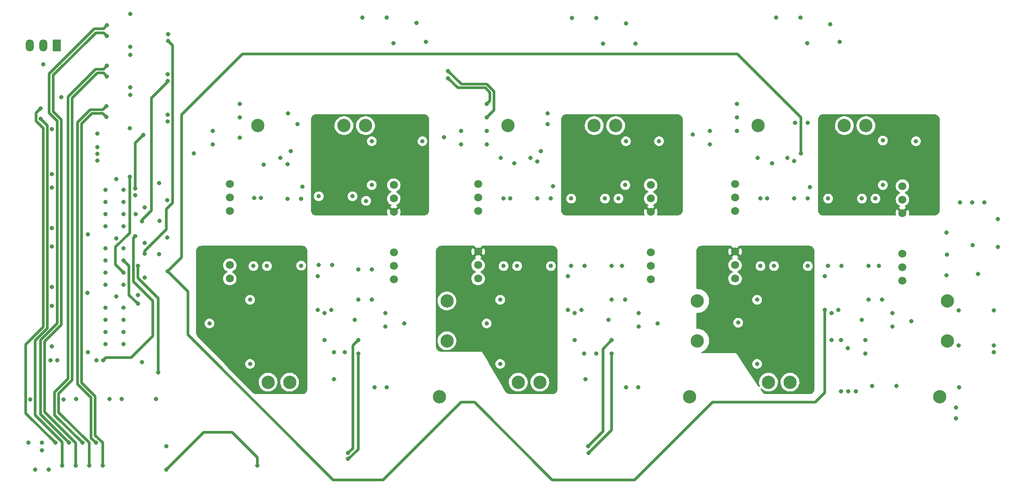
<source format=gbr>
%TF.GenerationSoftware,KiCad,Pcbnew,(6.0.1)*%
%TF.CreationDate,2023-04-20T11:25:51+03:00*%
%TF.ProjectId,Adapter,41646170-7465-4722-9e6b-696361645f70,rev?*%
%TF.SameCoordinates,Original*%
%TF.FileFunction,Copper,L4,Inr*%
%TF.FilePolarity,Positive*%
%FSLAX46Y46*%
G04 Gerber Fmt 4.6, Leading zero omitted, Abs format (unit mm)*
G04 Created by KiCad (PCBNEW (6.0.1)) date 2023-04-20 11:25:51*
%MOMM*%
%LPD*%
G01*
G04 APERTURE LIST*
%TA.AperFunction,ComponentPad*%
%ADD10C,1.500000*%
%TD*%
%TA.AperFunction,ComponentPad*%
%ADD11C,2.500000*%
%TD*%
%TA.AperFunction,ComponentPad*%
%ADD12R,1.500000X2.300000*%
%TD*%
%TA.AperFunction,ComponentPad*%
%ADD13O,1.500000X2.300000*%
%TD*%
%TA.AperFunction,ViaPad*%
%ADD14C,0.800000*%
%TD*%
%TA.AperFunction,Conductor*%
%ADD15C,0.500000*%
%TD*%
G04 APERTURE END LIST*
D10*
%TO.N,GND*%
%TO.C,D49*%
X113360000Y-100330000D03*
%TO.N,+15V*%
X113360000Y-97790000D03*
%TO.N,unconnected-(D49-Pad3)*%
X113360000Y-95250000D03*
%TO.N,+15V_L1*%
X113360000Y-87630000D03*
%TO.N,E2*%
X113360000Y-85090000D03*
%TO.N,-15V_L1*%
X113360000Y-82550000D03*
%TD*%
%TO.N,GND*%
%TO.C,D52*%
X129210000Y-82374000D03*
%TO.N,+15V*%
X129210000Y-84914000D03*
%TO.N,unconnected-(D52-Pad3)*%
X129210000Y-87454000D03*
%TO.N,+15V_H2*%
X129210000Y-95074000D03*
%TO.N,E3*%
X129210000Y-97614000D03*
%TO.N,-15V_H2*%
X129210000Y-100154000D03*
%TD*%
%TO.N,GND*%
%TO.C,D50*%
X82550000Y-82374000D03*
%TO.N,+15V*%
X82550000Y-84914000D03*
%TO.N,unconnected-(D50-Pad3)*%
X82550000Y-87454000D03*
%TO.N,+15V_H1*%
X82550000Y-95074000D03*
%TO.N,E1*%
X82550000Y-97614000D03*
%TO.N,-15V_H1*%
X82550000Y-100154000D03*
%TD*%
%TO.N,GND*%
%TO.C,D51*%
X161620000Y-100330000D03*
%TO.N,+15V*%
X161620000Y-97790000D03*
%TO.N,unconnected-(D51-Pad3)*%
X161620000Y-95250000D03*
%TO.N,+15V_L2*%
X161620000Y-87630000D03*
%TO.N,E4*%
X161620000Y-85090000D03*
%TO.N,-15V_L2*%
X161620000Y-82550000D03*
%TD*%
%TO.N,GND*%
%TO.C,D53*%
X208915000Y-100506000D03*
%TO.N,+15V*%
X208915000Y-97966000D03*
%TO.N,unconnected-(D53-Pad3)*%
X208915000Y-95426000D03*
%TO.N,+15V_L3*%
X208915000Y-87806000D03*
%TO.N,E6*%
X208915000Y-85266000D03*
%TO.N,-15V_L3*%
X208915000Y-82726000D03*
%TD*%
D11*
%TO.N,C1*%
%TO.C,J1*%
X121950000Y-122350000D03*
%TO.N,C2*%
X87800000Y-71350000D03*
%TO.N,E1*%
X93800000Y-119650000D03*
%TO.N,E2*%
X104000000Y-71350000D03*
%TO.N,G1*%
X89750000Y-119650000D03*
%TO.N,G2*%
X108050000Y-71350000D03*
%TO.N,T1*%
X123350000Y-104350000D03*
%TO.N,T2*%
X123350000Y-111850000D03*
%TO.N,C3*%
X168950000Y-122350000D03*
%TO.N,C4*%
X134800000Y-71350000D03*
%TO.N,E3*%
X140800000Y-119650000D03*
%TO.N,E4*%
X151000000Y-71350000D03*
%TO.N,G3*%
X136750000Y-119650000D03*
%TO.N,G4*%
X155050000Y-71350000D03*
%TO.N,T3*%
X170350000Y-104350000D03*
%TO.N,T4*%
X170350000Y-111850000D03*
%TO.N,C5*%
X215950000Y-122350000D03*
%TO.N,C6*%
X181800000Y-71350000D03*
%TO.N,E5*%
X187800000Y-119650000D03*
%TO.N,E6*%
X198000000Y-71350000D03*
%TO.N,G5*%
X183750000Y-119650000D03*
%TO.N,G6*%
X202050000Y-71350000D03*
%TO.N,T5*%
X217350000Y-104350000D03*
%TO.N,T6*%
X217350000Y-111850000D03*
%TD*%
D10*
%TO.N,GND*%
%TO.C,D54*%
X177470000Y-82374000D03*
%TO.N,+15V*%
X177470000Y-84914000D03*
%TO.N,unconnected-(D54-Pad3)*%
X177470000Y-87454000D03*
%TO.N,+15V_H3*%
X177470000Y-95074000D03*
%TO.N,E5*%
X177470000Y-97614000D03*
%TO.N,-15V_H3*%
X177470000Y-100154000D03*
%TD*%
D12*
%TO.N,+15V*%
%TO.C,U1*%
X50038000Y-56261000D03*
D13*
%TO.N,GND*%
X47498000Y-56261000D03*
%TO.N,+3V3*%
X44958000Y-56261000D03*
%TD*%
D14*
%TO.N,E1*%
X89535000Y-97790000D03*
X86360000Y-116205000D03*
%TO.N,E2*%
X109220000Y-74295000D03*
X105613000Y-84658000D03*
%TO.N,E3*%
X136525000Y-97790000D03*
X133350000Y-116205000D03*
%TO.N,E4*%
X153035000Y-85090000D03*
X156972000Y-74295000D03*
%TO.N,T3*%
X217265500Y-95662500D03*
%TO.N,T4*%
X217186000Y-99552000D03*
%TO.N,E5*%
X181610000Y-116205000D03*
X184785000Y-97790000D03*
%TO.N,E6*%
X205232000Y-74168000D03*
X201295000Y-85090000D03*
X224296000Y-85838000D03*
%TO.N,Net-(C1-Pad1)*%
X59190000Y-105656000D03*
%TO.N,GND*%
X53721000Y-122809000D03*
X101803000Y-97587000D03*
X113284000Y-55880000D03*
X198628000Y-113284000D03*
X70916800Y-69342000D03*
X66040000Y-115849020D03*
X146685000Y-97790000D03*
X61214000Y-92583000D03*
X93425000Y-78660000D03*
X101600000Y-106045000D03*
X196850000Y-106045000D03*
X55880000Y-91821000D03*
X151384000Y-51070000D03*
X204470000Y-97790000D03*
X70866000Y-61722000D03*
X177800000Y-72390000D03*
X130810000Y-72390000D03*
X66548000Y-93472000D03*
X55815000Y-102805000D03*
X50927000Y-66040000D03*
X219456000Y-112776000D03*
X188531500Y-78041500D03*
X112014000Y-51054000D03*
X148590000Y-106045000D03*
X140335000Y-85090000D03*
X133985000Y-85090000D03*
X87122000Y-84963000D03*
X57531000Y-115570000D03*
X66548000Y-86741000D03*
X191135000Y-85090000D03*
X156845000Y-104140000D03*
X201295000Y-107950000D03*
X182245000Y-85090000D03*
X153670000Y-107950000D03*
X142875000Y-85090000D03*
X93421000Y-85166000D03*
X99263000Y-97587000D03*
X93472000Y-69088000D03*
X188595000Y-85090000D03*
X57658000Y-72898000D03*
X109220000Y-98425000D03*
X62230000Y-122809000D03*
X142240000Y-69088000D03*
X194945000Y-97790000D03*
X219521000Y-120585000D03*
X63881000Y-50308000D03*
X156972000Y-120650000D03*
X152654000Y-55896000D03*
X48879000Y-115570000D03*
X47244000Y-131064000D03*
X55880000Y-114046000D03*
X61235500Y-81407000D03*
X84455000Y-73660000D03*
X47244000Y-132461000D03*
X106045000Y-107950000D03*
X63895200Y-58053200D03*
X61214000Y-103505000D03*
X70993000Y-54118000D03*
X109728000Y-120650000D03*
X149225000Y-97790000D03*
X47498000Y-59817000D03*
X140335000Y-78105000D03*
X104140000Y-114046000D03*
X109220000Y-104140000D03*
X189738000Y-51054000D03*
X203200000Y-120396000D03*
X197485000Y-97790000D03*
X63819000Y-65546200D03*
X66548000Y-99949000D03*
X188722000Y-70866000D03*
X156210000Y-97790000D03*
X205105000Y-104140000D03*
X151384000Y-114300000D03*
X191008000Y-55880000D03*
X45069000Y-122936000D03*
X95961000Y-85166000D03*
%TO.N,Net-(C2-Pad1)*%
X59190000Y-112514000D03*
%TO.N,Net-(C3-Pad1)*%
X59198000Y-107950000D03*
%TO.N,Net-(C4-Pad1)*%
X59198000Y-110236000D03*
%TO.N,FAULT_1*%
X57658000Y-77978000D03*
X49149000Y-112903000D03*
%TO.N,FLT_H1*%
X62611000Y-105664000D03*
X84455000Y-69850000D03*
%TO.N,FLT_L1*%
X62611000Y-107950000D03*
X104775000Y-132994020D03*
X106680000Y-111760000D03*
%TO.N,RDY_L1*%
X104775000Y-134112000D03*
X62611000Y-112522000D03*
X106680000Y-114300000D03*
%TO.N,RDY_H1*%
X84455000Y-67310000D03*
X62611000Y-110236000D03*
X92075000Y-77470000D03*
%TO.N,Net-(C6-Pad1)*%
X100330000Y-106680000D03*
%TO.N,Net-(C9-Pad1)*%
X59214000Y-94488000D03*
%TO.N,Net-(C10-Pad1)*%
X59198000Y-101346000D03*
%TO.N,Net-(C11-Pad1)*%
X59214000Y-96773000D03*
%TO.N,Net-(C12-Pad1)*%
X59214000Y-99060000D03*
%TO.N,Net-(C13-Pad1)*%
X59182000Y-83439000D03*
%TO.N,Net-(C14-Pad1)*%
X59182000Y-90297000D03*
%TO.N,Net-(C15-Pad1)*%
X59182000Y-85725000D03*
%TO.N,Net-(C16-Pad1)*%
X59182000Y-88011000D03*
%TO.N,Net-(C18-Pad1)*%
X147320000Y-106680000D03*
%TO.N,Net-(C22-Pad1)*%
X195580000Y-106680000D03*
%TO.N,+15V*%
X48514000Y-136144000D03*
X45974000Y-136144000D03*
%TO.N,+3.3VA*%
X223078500Y-99247500D03*
X221996000Y-85852000D03*
X226806000Y-88916000D03*
X226060000Y-106172000D03*
%TO.N,Net-(D15-Pad1)*%
X100330000Y-111760000D03*
X50165000Y-115570000D03*
X64770000Y-84455000D03*
%TO.N,Net-(D14-Pad1)*%
X66294000Y-73152000D03*
X95250000Y-71120000D03*
X70916800Y-70612000D03*
X64770000Y-83185000D03*
%TO.N,Net-(D2-Pad4)*%
X99060000Y-106045000D03*
X93980000Y-76200000D03*
X70805000Y-85405000D03*
%TO.N,FAULT_2*%
X49149000Y-101727000D03*
X57658000Y-76708000D03*
%TO.N,+3V3*%
X51354000Y-122871000D03*
X226060000Y-112776000D03*
X63881000Y-56531000D03*
X197358000Y-121412000D03*
X122825000Y-73517000D03*
X75835000Y-76565000D03*
X49149000Y-94107000D03*
X135255000Y-85090000D03*
X88392000Y-84963000D03*
X117602000Y-52070000D03*
X156972000Y-52086000D03*
X195326000Y-52324000D03*
X63881000Y-64135000D03*
X49149000Y-80518000D03*
X49149000Y-105283000D03*
X69342000Y-89281000D03*
X59944000Y-122809000D03*
X183515000Y-85090000D03*
X143256000Y-82804000D03*
X154305000Y-97790000D03*
X63804800Y-71882000D03*
X49149000Y-72009000D03*
X210550000Y-108204000D03*
X69295000Y-82216000D03*
X226060000Y-114046000D03*
X169545000Y-73025000D03*
X149352000Y-119126000D03*
X99060000Y-99695000D03*
X69295000Y-95551000D03*
X146050000Y-99695000D03*
X68707000Y-122809000D03*
X115300000Y-108585000D03*
X194310000Y-99695000D03*
X162925000Y-108585000D03*
X202565000Y-97790000D03*
X49149000Y-83058000D03*
X96200000Y-82865000D03*
X106680000Y-98425000D03*
X102108000Y-119126000D03*
X191516000Y-82931000D03*
%TO.N,FAULT_3*%
X57658000Y-75438000D03*
X49149000Y-90678000D03*
%TO.N,Net-(D6-Pad1)*%
X142240000Y-71120000D03*
X66040000Y-89408000D03*
X70866000Y-62992000D03*
%TO.N,Net-(D56-Pad1)*%
X146050000Y-106045000D03*
X140970000Y-76200000D03*
X70800000Y-92390000D03*
%TO.N,Net-(D7-Pad1)*%
X58801000Y-115570000D03*
X147320000Y-111760000D03*
X64770000Y-92202000D03*
%TO.N,FLT_H2*%
X62611000Y-94488000D03*
X130810000Y-74930000D03*
X123571000Y-61087000D03*
X130810000Y-69850000D03*
%TO.N,FLT_L2*%
X154305000Y-111760000D03*
X65278000Y-104902000D03*
X149860000Y-131699000D03*
X62610000Y-96773000D03*
%TO.N,RDY_L2*%
X154305000Y-114300000D03*
X62611000Y-101346000D03*
X149987000Y-132969000D03*
%TO.N,RDY_H2*%
X62611000Y-99060000D03*
X130810000Y-67310000D03*
X139065000Y-77470000D03*
X123571000Y-62420500D03*
X63754000Y-81026000D03*
X133477000Y-77470000D03*
%TO.N,FLT_H3*%
X177800000Y-69850000D03*
X62611000Y-83439000D03*
%TO.N,FLT_L3*%
X62611000Y-85725000D03*
X198755000Y-121412000D03*
X201930000Y-111760000D03*
%TO.N,RDY_L3*%
X201930000Y-114300000D03*
X62611000Y-90297000D03*
X200152000Y-121412000D03*
X65278000Y-103251000D03*
%TO.N,RDY_H3*%
X177800000Y-67310000D03*
X64897000Y-88011000D03*
X187325000Y-77470000D03*
X62611000Y-88011000D03*
X181737000Y-77470000D03*
%TO.N,PWM2_L_P*%
X59452000Y-60087000D03*
X54864000Y-131064000D03*
%TO.N,PWM2_L_N*%
X56134000Y-135382000D03*
X59452000Y-62087000D03*
%TO.N,ERR_P*%
X49784000Y-131064000D03*
X46990000Y-68108000D03*
%TO.N,ERR_N*%
X51054000Y-135382000D03*
X46990000Y-70104000D03*
%TO.N,PWM1_L_P*%
X57404000Y-131064000D03*
X59359800Y-67691000D03*
%TO.N,PWM1_L_N*%
X58674000Y-135382000D03*
X59359800Y-69723000D03*
%TO.N,Net-(D16-Pad1)*%
X191135000Y-70866000D03*
X70993000Y-55388000D03*
X66548000Y-95504000D03*
%TO.N,Net-(D17-Pad1)*%
X69088000Y-117856000D03*
X195580000Y-111760000D03*
X65278000Y-97790000D03*
%TO.N,RST_H1*%
X119380000Y-55626000D03*
X88900000Y-78740000D03*
%TO.N,RST_L1*%
X102108000Y-114046000D03*
X106680000Y-104140000D03*
%TO.N,RST_H2*%
X158750000Y-55896000D03*
X136017000Y-78486000D03*
%TO.N,RST_L2*%
X149098000Y-114300000D03*
X154305000Y-104140000D03*
%TO.N,RST_H3*%
X184404000Y-78486000D03*
X197104000Y-55626000D03*
%TO.N,RST_L3*%
X197358000Y-111760000D03*
X202565000Y-104140000D03*
%TO.N,Reset*%
X159258000Y-120650000D03*
X44704000Y-131064000D03*
X112014000Y-120650000D03*
X185166000Y-51054000D03*
X107442000Y-51054000D03*
X207772000Y-120396000D03*
X146812000Y-51070000D03*
%TO.N,PWM3_L_P*%
X59452000Y-52483000D03*
X52324000Y-131064000D03*
%TO.N,PWM3_L_N*%
X59452000Y-54483000D03*
X53594000Y-135382000D03*
%TO.N,Net-(D18-Pad4)*%
X70866000Y-98806000D03*
X194310000Y-106045000D03*
X189865000Y-76581000D03*
%TO.N,Temp_P*%
X87757000Y-135382000D03*
X218948000Y-124460000D03*
X70612000Y-136144000D03*
%TO.N,Temp_N*%
X70612000Y-131689200D03*
X218948000Y-126492000D03*
%TO.N,-15V_L2*%
X155575000Y-85090000D03*
X146685000Y-85090000D03*
X163195000Y-74295000D03*
%TO.N,Net-(C61-Pad1)*%
X86360000Y-104140000D03*
%TO.N,-15V_L3*%
X217148500Y-91461500D03*
X222128500Y-93847500D03*
X219696000Y-85838000D03*
X211455000Y-74295000D03*
X226806000Y-94218000D03*
X203835000Y-85090000D03*
X194945000Y-85090000D03*
X219456000Y-106172000D03*
%TO.N,-15V_L1*%
X99263000Y-84658000D03*
X108153000Y-85522000D03*
X118745000Y-74295000D03*
%TO.N,Net-(C62-Pad1)*%
X109220000Y-82550000D03*
%TO.N,Net-(C67-Pad1)*%
X133350000Y-104140000D03*
%TO.N,Net-(C68-Pad1)*%
X156845000Y-82550000D03*
%TO.N,Net-(C73-Pad1)*%
X181610000Y-104140000D03*
%TO.N,Net-(C74-Pad1)*%
X205232000Y-82550000D03*
%TO.N,+15V_L1*%
X115570000Y-74295000D03*
X103073000Y-84658000D03*
%TO.N,+15V_H1*%
X82550000Y-108585000D03*
X92075000Y-97790000D03*
%TO.N,-15V_H1*%
X95961000Y-97714000D03*
X86995000Y-97790000D03*
X78740000Y-108585000D03*
%TO.N,+15V_L2*%
X166370000Y-74295000D03*
X150495000Y-85090000D03*
%TO.N,+15V_H2*%
X139065000Y-97790000D03*
X127000000Y-108585000D03*
%TO.N,-15V_H2*%
X133985000Y-97790000D03*
X130810000Y-108585000D03*
X142875000Y-97790000D03*
%TO.N,+15V_L3*%
X214630000Y-74295000D03*
X198755000Y-85090000D03*
%TO.N,+15V_H3*%
X187325000Y-97790000D03*
X174498000Y-108458000D03*
%TO.N,-15V_H3*%
X178054000Y-108458000D03*
X191135000Y-97790000D03*
X182245000Y-97790000D03*
%TO.N,Net-(D12-Pad2)*%
X111760000Y-106680000D03*
%TO.N,Net-(D13-Pad2)*%
X111760000Y-109220000D03*
%TO.N,Net-(D21-Pad2)*%
X79375000Y-74930000D03*
%TO.N,Net-(D22-Pad2)*%
X79375000Y-72390000D03*
%TO.N,Net-(D23-Pad2)*%
X159385000Y-106680000D03*
%TO.N,Net-(D24-Pad2)*%
X159385000Y-109220000D03*
%TO.N,Net-(D25-Pad2)*%
X125984000Y-74930000D03*
%TO.N,Net-(D26-Pad2)*%
X125984000Y-72390000D03*
%TO.N,Net-(D27-Pad2)*%
X207010000Y-106680000D03*
%TO.N,Net-(D28-Pad2)*%
X207010000Y-109220000D03*
%TO.N,Net-(D29-Pad2)*%
X172720000Y-74930000D03*
%TO.N,Net-(D30-Pad2)*%
X172720000Y-72390000D03*
%TD*%
D15*
%TO.N,FLT_L1*%
X105664000Y-112776000D02*
X106680000Y-111760000D01*
X104775000Y-132994020D02*
X105664000Y-132105020D01*
X105664000Y-132105020D02*
X105664000Y-112776000D01*
%TO.N,RDY_L1*%
X106680000Y-132290411D02*
X106680000Y-114300000D01*
X104775000Y-134112000D02*
X104858411Y-134112000D01*
X104858411Y-134112000D02*
X106680000Y-132290411D01*
%TO.N,Net-(D14-Pad1)*%
X64770000Y-83185000D02*
X64770000Y-74676000D01*
X64770000Y-74676000D02*
X66294000Y-73152000D01*
%TO.N,Net-(D6-Pad1)*%
X70866000Y-63119000D02*
X67818000Y-66167000D01*
X67818000Y-87376000D02*
X66040000Y-89154000D01*
X67818000Y-66167000D02*
X67818000Y-87376000D01*
X70866000Y-62992000D02*
X70866000Y-63119000D01*
X66040000Y-89154000D02*
X66040000Y-89408000D01*
%TO.N,Net-(D7-Pad1)*%
X64008000Y-115062000D02*
X59309000Y-115062000D01*
X68072000Y-110998000D02*
X64008000Y-115062000D01*
X64770000Y-92202000D02*
X64428489Y-92543511D01*
X64428489Y-92543511D02*
X64428489Y-100750489D01*
X68072000Y-104394000D02*
X68072000Y-110998000D01*
X64428489Y-100750489D02*
X68072000Y-104394000D01*
X59309000Y-115062000D02*
X58801000Y-115570000D01*
%TO.N,FLT_H2*%
X126046480Y-63562480D02*
X130845750Y-63562480D01*
X130845750Y-63562480D02*
X132207000Y-64923730D01*
X132207000Y-64923730D02*
X132207000Y-68453000D01*
X123571000Y-61087000D02*
X126046480Y-63562480D01*
X132207000Y-68453000D02*
X130810000Y-69850000D01*
%TO.N,FLT_L2*%
X65278000Y-104902000D02*
X63627000Y-103251000D01*
X149860000Y-131699000D02*
X152654000Y-128905000D01*
X63627000Y-97790000D02*
X62610000Y-96773000D01*
X152654000Y-128905000D02*
X152654000Y-113411000D01*
X152654000Y-113411000D02*
X154305000Y-111760000D01*
X63627000Y-103251000D02*
X63627000Y-97790000D01*
%TO.N,RDY_L2*%
X149987000Y-132969000D02*
X154305000Y-128651000D01*
X154305000Y-128651000D02*
X154305000Y-114300000D01*
%TO.N,RDY_H2*%
X130810000Y-67310000D02*
X131445000Y-66675000D01*
X61087000Y-97536000D02*
X62611000Y-99060000D01*
X131445000Y-65151000D02*
X130556000Y-64262000D01*
X63754000Y-91567000D02*
X61087000Y-94234000D01*
X63754000Y-81026000D02*
X63754000Y-91567000D01*
X61087000Y-94234000D02*
X61087000Y-97536000D01*
X130556000Y-64262000D02*
X125412500Y-64262000D01*
X131445000Y-66675000D02*
X131445000Y-65151000D01*
X125412500Y-64262000D02*
X123571000Y-62420500D01*
%TO.N,PWM2_L_P*%
X52203000Y-65884668D02*
X52203000Y-118970668D01*
X57375669Y-60711999D02*
X52203000Y-65884668D01*
X49663000Y-121510668D02*
X49663000Y-125863000D01*
X59452000Y-60087000D02*
X58827001Y-60711999D01*
X58827001Y-60711999D02*
X57375669Y-60711999D01*
X49663000Y-125863000D02*
X54864000Y-131064000D01*
X52203000Y-118970668D02*
X49663000Y-121510668D01*
%TO.N,PWM2_L_N*%
X50413000Y-125320668D02*
X56134000Y-131041668D01*
X57686331Y-61462001D02*
X52953000Y-66195332D01*
X50413000Y-121821332D02*
X50413000Y-125320668D01*
X52953000Y-119281332D02*
X50413000Y-121821332D01*
X52953000Y-66195332D02*
X52953000Y-119281332D01*
X56134000Y-131041668D02*
X56134000Y-135382000D01*
X58827001Y-61462001D02*
X57686331Y-61462001D01*
X59452000Y-62087000D02*
X58827001Y-61462001D01*
%TO.N,ERR_P*%
X47498000Y-71813391D02*
X47498000Y-109273460D01*
X46140489Y-70455880D02*
X46140489Y-68957511D01*
X44219489Y-112551971D02*
X44219489Y-125499489D01*
X46140489Y-70455880D02*
X47498000Y-71813391D01*
X47498000Y-109273460D02*
X44219489Y-112551971D01*
X46140489Y-68957511D02*
X46990000Y-68108000D01*
X44219489Y-125499489D02*
X49784000Y-131064000D01*
%TO.N,ERR_N*%
X48260000Y-109500730D02*
X45974000Y-111786730D01*
X45974000Y-111786730D02*
X45974000Y-125891304D01*
X48260000Y-71374000D02*
X48260000Y-109500730D01*
X45974000Y-125891304D02*
X51054000Y-130971304D01*
X51054000Y-130971304D02*
X51054000Y-135382000D01*
X46990000Y-70104000D02*
X48260000Y-71374000D01*
%TO.N,PWM1_L_P*%
X56359668Y-68332000D02*
X53981000Y-70710668D01*
X58718801Y-68331999D02*
X56359668Y-68332000D01*
X53981000Y-70710668D02*
X53981000Y-120043332D01*
X56521000Y-122583332D02*
X56521000Y-130181000D01*
X59359800Y-67691000D02*
X58718801Y-68331999D01*
X53981000Y-120043332D02*
X56521000Y-122583332D01*
X56521000Y-130181000D02*
X57404000Y-131064000D01*
%TO.N,PWM1_L_N*%
X54731000Y-71021332D02*
X54731000Y-119732668D01*
X58674000Y-131064000D02*
X58674000Y-135382000D01*
X57271000Y-129661000D02*
X58674000Y-131064000D01*
X59359800Y-69723000D02*
X58718801Y-69082001D01*
X57271000Y-122272668D02*
X57271000Y-129661000D01*
X56670332Y-69082000D02*
X54731000Y-71021332D01*
X54731000Y-119732668D02*
X57271000Y-122272668D01*
X58718801Y-69082001D02*
X56670332Y-69082000D01*
%TO.N,Net-(D16-Pad1)*%
X71845289Y-56240289D02*
X70993000Y-55388000D01*
X66548000Y-94996000D02*
X70612000Y-90932000D01*
X70612000Y-90932000D02*
X70612000Y-87122000D01*
X71845289Y-85888711D02*
X71845289Y-56240289D01*
X66548000Y-95504000D02*
X66548000Y-94996000D01*
X70612000Y-87122000D02*
X71845289Y-85888711D01*
%TO.N,Net-(D17-Pad1)*%
X65278000Y-97790000D02*
X65278000Y-100076000D01*
X65278000Y-100076000D02*
X69088000Y-103886000D01*
X69088000Y-103886000D02*
X69088000Y-117856000D01*
%TO.N,PWM3_L_P*%
X57105669Y-53107999D02*
X48647000Y-61566668D01*
X59452000Y-52483000D02*
X58827001Y-53107999D01*
X46990000Y-125730000D02*
X52324000Y-131064000D01*
X48647000Y-68989332D02*
X50171000Y-70513332D01*
X50171000Y-108579000D02*
X46990000Y-111760000D01*
X48647000Y-61566668D02*
X48647000Y-68989332D01*
X46990000Y-111760000D02*
X46990000Y-125730000D01*
X50171000Y-70513332D02*
X50171000Y-108579000D01*
X58827001Y-53107999D02*
X57105669Y-53107999D01*
%TO.N,PWM3_L_N*%
X50921000Y-70202668D02*
X50921000Y-108845000D01*
X50921000Y-108845000D02*
X47752000Y-112014000D01*
X47752000Y-125290609D02*
X53594000Y-131132609D01*
X49397000Y-61877332D02*
X49397000Y-68678668D01*
X58827001Y-53858001D02*
X57416331Y-53858001D01*
X49397000Y-68678668D02*
X50921000Y-70202668D01*
X57416331Y-53858001D02*
X49397000Y-61877332D01*
X53594000Y-131132609D02*
X53594000Y-135382000D01*
X47752000Y-112014000D02*
X47752000Y-125290609D01*
X59452000Y-54483000D02*
X58827001Y-53858001D01*
%TO.N,Net-(D18-Pad4)*%
X192532000Y-123444000D02*
X194310000Y-121666000D01*
X189865000Y-69850000D02*
X177927000Y-57912000D01*
X173228000Y-123444000D02*
X192532000Y-123444000D01*
X84963000Y-57912000D02*
X73533000Y-69342000D01*
X143129000Y-138049000D02*
X158623000Y-138049000D01*
X194310000Y-106045000D02*
X194310000Y-121666000D01*
X101981000Y-138049000D02*
X111379000Y-138049000D01*
X74676000Y-102616000D02*
X74676000Y-110744000D01*
X158623000Y-138049000D02*
X173228000Y-123444000D01*
X128524000Y-123444000D02*
X143129000Y-138049000D01*
X70866000Y-98806000D02*
X74676000Y-102616000D01*
X111379000Y-138049000D02*
X125984000Y-123444000D01*
X189865000Y-76581000D02*
X189865000Y-69850000D01*
X125984000Y-123444000D02*
X128524000Y-123444000D01*
X73533000Y-69342000D02*
X73533000Y-96139000D01*
X177927000Y-57912000D02*
X84963000Y-57912000D01*
X74676000Y-110744000D02*
X101981000Y-138049000D01*
X73533000Y-96139000D02*
X70866000Y-98806000D01*
%TO.N,Temp_P*%
X87757000Y-133858000D02*
X82998521Y-129099521D01*
X87757000Y-135382000D02*
X87757000Y-133858000D01*
X82998521Y-129099521D02*
X77656479Y-129099521D01*
X77656479Y-129099521D02*
X70612000Y-136144000D01*
%TD*%
%TA.AperFunction,Conductor*%
%TO.N,+15V_L2*%
G36*
X166646163Y-69215607D02*
G01*
X166822740Y-69232999D01*
X166846957Y-69237815D01*
X167010809Y-69287518D01*
X167033629Y-69296971D01*
X167184631Y-69377683D01*
X167205158Y-69391399D01*
X167337521Y-69500026D01*
X167354974Y-69517479D01*
X167463601Y-69649842D01*
X167477317Y-69670369D01*
X167493264Y-69700204D01*
X167558029Y-69821371D01*
X167567482Y-69844190D01*
X167617185Y-70008043D01*
X167622002Y-70032263D01*
X167639393Y-70208837D01*
X167640000Y-70221187D01*
X167640000Y-87258813D01*
X167639393Y-87271163D01*
X167625109Y-87416196D01*
X167622002Y-87447737D01*
X167617185Y-87471957D01*
X167570905Y-87624525D01*
X167567482Y-87635809D01*
X167558029Y-87658629D01*
X167477319Y-87809628D01*
X167463601Y-87830158D01*
X167354974Y-87962521D01*
X167337521Y-87979974D01*
X167205158Y-88088601D01*
X167184631Y-88102317D01*
X167092417Y-88151607D01*
X167033629Y-88183029D01*
X167010810Y-88192482D01*
X166846957Y-88242185D01*
X166822740Y-88247001D01*
X166646163Y-88264393D01*
X166633813Y-88265000D01*
X162909725Y-88265000D01*
X162841604Y-88244998D01*
X162795111Y-88191342D01*
X162785007Y-88121068D01*
X162795530Y-88085751D01*
X162804324Y-88066892D01*
X162808072Y-88056595D01*
X162862196Y-87854599D01*
X162864099Y-87843804D01*
X162882326Y-87635475D01*
X162882326Y-87624525D01*
X162864099Y-87416196D01*
X162862196Y-87405401D01*
X162808072Y-87203405D01*
X162804326Y-87193113D01*
X162715946Y-87003583D01*
X162710466Y-86994093D01*
X162681589Y-86952851D01*
X162671114Y-86944477D01*
X162657667Y-86951545D01*
X161709095Y-87900116D01*
X161646783Y-87934141D01*
X161575967Y-87929076D01*
X161530905Y-87900116D01*
X160581611Y-86950822D01*
X160569838Y-86944394D01*
X160557824Y-86953689D01*
X160529534Y-86994093D01*
X160524054Y-87003583D01*
X160435674Y-87193113D01*
X160431928Y-87203405D01*
X160377804Y-87405401D01*
X160375901Y-87416196D01*
X160357674Y-87624525D01*
X160357674Y-87635475D01*
X160375901Y-87843804D01*
X160377804Y-87854599D01*
X160431928Y-88056595D01*
X160435676Y-88066892D01*
X160444470Y-88085751D01*
X160455131Y-88155942D01*
X160426151Y-88220755D01*
X160366731Y-88259611D01*
X160330275Y-88265000D01*
X145786187Y-88265000D01*
X145773837Y-88264393D01*
X145597260Y-88247001D01*
X145573043Y-88242185D01*
X145409190Y-88192482D01*
X145386371Y-88183029D01*
X145327583Y-88151607D01*
X145235369Y-88102317D01*
X145214842Y-88088601D01*
X145082479Y-87979974D01*
X145065026Y-87962521D01*
X144956399Y-87830158D01*
X144942681Y-87809628D01*
X144861971Y-87658629D01*
X144852518Y-87635809D01*
X144849095Y-87624525D01*
X144802815Y-87471957D01*
X144797998Y-87447737D01*
X144794892Y-87416196D01*
X144780607Y-87271163D01*
X144780000Y-87258813D01*
X144780000Y-85090000D01*
X145771496Y-85090000D01*
X145791458Y-85279928D01*
X145850473Y-85461556D01*
X145945960Y-85626944D01*
X146073747Y-85768866D01*
X146228248Y-85881118D01*
X146234276Y-85883802D01*
X146234278Y-85883803D01*
X146265103Y-85897527D01*
X146402712Y-85958794D01*
X146496112Y-85978647D01*
X146583056Y-85997128D01*
X146583061Y-85997128D01*
X146589513Y-85998500D01*
X146780487Y-85998500D01*
X146786939Y-85997128D01*
X146786944Y-85997128D01*
X146873887Y-85978647D01*
X146967288Y-85958794D01*
X147104897Y-85897527D01*
X147135722Y-85883803D01*
X147135724Y-85883802D01*
X147141752Y-85881118D01*
X147296253Y-85768866D01*
X147424040Y-85626944D01*
X147519527Y-85461556D01*
X147578542Y-85279928D01*
X147598504Y-85090000D01*
X152121496Y-85090000D01*
X152141458Y-85279928D01*
X152200473Y-85461556D01*
X152295960Y-85626944D01*
X152423747Y-85768866D01*
X152578248Y-85881118D01*
X152584276Y-85883802D01*
X152584278Y-85883803D01*
X152615103Y-85897527D01*
X152752712Y-85958794D01*
X152846112Y-85978647D01*
X152933056Y-85997128D01*
X152933061Y-85997128D01*
X152939513Y-85998500D01*
X153130487Y-85998500D01*
X153136939Y-85997128D01*
X153136944Y-85997128D01*
X153223887Y-85978647D01*
X153317288Y-85958794D01*
X153454897Y-85897527D01*
X153485722Y-85883803D01*
X153485724Y-85883802D01*
X153491752Y-85881118D01*
X153646253Y-85768866D01*
X153774040Y-85626944D01*
X153869527Y-85461556D01*
X153928542Y-85279928D01*
X153948504Y-85090000D01*
X154661496Y-85090000D01*
X154681458Y-85279928D01*
X154740473Y-85461556D01*
X154835960Y-85626944D01*
X154963747Y-85768866D01*
X155118248Y-85881118D01*
X155124276Y-85883802D01*
X155124278Y-85883803D01*
X155155103Y-85897527D01*
X155292712Y-85958794D01*
X155386112Y-85978647D01*
X155473056Y-85997128D01*
X155473061Y-85997128D01*
X155479513Y-85998500D01*
X155670487Y-85998500D01*
X155676939Y-85997128D01*
X155676944Y-85997128D01*
X155763887Y-85978647D01*
X155857288Y-85958794D01*
X155994897Y-85897527D01*
X156025722Y-85883803D01*
X156025724Y-85883802D01*
X156031752Y-85881118D01*
X156186253Y-85768866D01*
X156314040Y-85626944D01*
X156409527Y-85461556D01*
X156468542Y-85279928D01*
X156488504Y-85090000D01*
X160356693Y-85090000D01*
X160375885Y-85309371D01*
X160432880Y-85522076D01*
X160435205Y-85527061D01*
X160523618Y-85716666D01*
X160523621Y-85716671D01*
X160525944Y-85721653D01*
X160529100Y-85726160D01*
X160529101Y-85726162D01*
X160639483Y-85883803D01*
X160652251Y-85902038D01*
X160807962Y-86057749D01*
X160988346Y-86184056D01*
X160993328Y-86186379D01*
X160993333Y-86186382D01*
X161121359Y-86246081D01*
X161174644Y-86292998D01*
X161194105Y-86361276D01*
X161173563Y-86429236D01*
X161121359Y-86474471D01*
X160993583Y-86534054D01*
X160984093Y-86539534D01*
X160942851Y-86568411D01*
X160934477Y-86578887D01*
X160941545Y-86592334D01*
X161607189Y-87257979D01*
X161621132Y-87265592D01*
X161622966Y-87265461D01*
X161629580Y-87261210D01*
X162299180Y-86591609D01*
X162305607Y-86579839D01*
X162296313Y-86567825D01*
X162255912Y-86539536D01*
X162246416Y-86534053D01*
X162118641Y-86474471D01*
X162065356Y-86427554D01*
X162045895Y-86359276D01*
X162066437Y-86291316D01*
X162118641Y-86246081D01*
X162246667Y-86186382D01*
X162246672Y-86186379D01*
X162251654Y-86184056D01*
X162432038Y-86057749D01*
X162587749Y-85902038D01*
X162600518Y-85883803D01*
X162710899Y-85726162D01*
X162710900Y-85726160D01*
X162714056Y-85721653D01*
X162716379Y-85716671D01*
X162716382Y-85716666D01*
X162804795Y-85527061D01*
X162807120Y-85522076D01*
X162864115Y-85309371D01*
X162883307Y-85090000D01*
X162864115Y-84870629D01*
X162807120Y-84657924D01*
X162755931Y-84548148D01*
X162716382Y-84463334D01*
X162716379Y-84463329D01*
X162714056Y-84458347D01*
X162605115Y-84302763D01*
X162590908Y-84282473D01*
X162590906Y-84282470D01*
X162587749Y-84277962D01*
X162432038Y-84122251D01*
X162251654Y-83995944D01*
X162246672Y-83993621D01*
X162246667Y-83993618D01*
X162119232Y-83934195D01*
X162065947Y-83887278D01*
X162046486Y-83819001D01*
X162067028Y-83751041D01*
X162119232Y-83705805D01*
X162246667Y-83646382D01*
X162246672Y-83646379D01*
X162251654Y-83644056D01*
X162432038Y-83517749D01*
X162587749Y-83362038D01*
X162600518Y-83343803D01*
X162710899Y-83186162D01*
X162710900Y-83186160D01*
X162714056Y-83181653D01*
X162716379Y-83176671D01*
X162716382Y-83176666D01*
X162804795Y-82987061D01*
X162807120Y-82982076D01*
X162864115Y-82769371D01*
X162883307Y-82550000D01*
X162864115Y-82330629D01*
X162807120Y-82117924D01*
X162755931Y-82008148D01*
X162716382Y-81923334D01*
X162716379Y-81923329D01*
X162714056Y-81918347D01*
X162710899Y-81913838D01*
X162590908Y-81742473D01*
X162590906Y-81742470D01*
X162587749Y-81737962D01*
X162432038Y-81582251D01*
X162251654Y-81455944D01*
X162052076Y-81362880D01*
X161839371Y-81305885D01*
X161620000Y-81286693D01*
X161400629Y-81305885D01*
X161187924Y-81362880D01*
X161094562Y-81406415D01*
X160993334Y-81453618D01*
X160993329Y-81453621D01*
X160988347Y-81455944D01*
X160983840Y-81459100D01*
X160983838Y-81459101D01*
X160812473Y-81579092D01*
X160812470Y-81579094D01*
X160807962Y-81582251D01*
X160652251Y-81737962D01*
X160649094Y-81742470D01*
X160649092Y-81742473D01*
X160529101Y-81913838D01*
X160525944Y-81918347D01*
X160523621Y-81923329D01*
X160523618Y-81923334D01*
X160484069Y-82008148D01*
X160432880Y-82117924D01*
X160375885Y-82330629D01*
X160356693Y-82550000D01*
X160375885Y-82769371D01*
X160432880Y-82982076D01*
X160435205Y-82987061D01*
X160523618Y-83176666D01*
X160523621Y-83176671D01*
X160525944Y-83181653D01*
X160529100Y-83186160D01*
X160529101Y-83186162D01*
X160639483Y-83343803D01*
X160652251Y-83362038D01*
X160807962Y-83517749D01*
X160988346Y-83644056D01*
X160993328Y-83646379D01*
X160993333Y-83646382D01*
X161120768Y-83705805D01*
X161174053Y-83752722D01*
X161193514Y-83820999D01*
X161172972Y-83888959D01*
X161120768Y-83934195D01*
X160993334Y-83993618D01*
X160993329Y-83993621D01*
X160988347Y-83995944D01*
X160983840Y-83999100D01*
X160983838Y-83999101D01*
X160812473Y-84119092D01*
X160812470Y-84119094D01*
X160807962Y-84122251D01*
X160652251Y-84277962D01*
X160649094Y-84282470D01*
X160649092Y-84282473D01*
X160634885Y-84302763D01*
X160525944Y-84458347D01*
X160523621Y-84463329D01*
X160523618Y-84463334D01*
X160484069Y-84548148D01*
X160432880Y-84657924D01*
X160375885Y-84870629D01*
X160356693Y-85090000D01*
X156488504Y-85090000D01*
X156468542Y-84900072D01*
X156409527Y-84718444D01*
X156314040Y-84553056D01*
X156186253Y-84411134D01*
X156031752Y-84298882D01*
X156025724Y-84296198D01*
X156025722Y-84296197D01*
X155863319Y-84223891D01*
X155863318Y-84223891D01*
X155857288Y-84221206D01*
X155763888Y-84201353D01*
X155676944Y-84182872D01*
X155676939Y-84182872D01*
X155670487Y-84181500D01*
X155479513Y-84181500D01*
X155473061Y-84182872D01*
X155473056Y-84182872D01*
X155386112Y-84201353D01*
X155292712Y-84221206D01*
X155286682Y-84223891D01*
X155286681Y-84223891D01*
X155124278Y-84296197D01*
X155124276Y-84296198D01*
X155118248Y-84298882D01*
X154963747Y-84411134D01*
X154835960Y-84553056D01*
X154740473Y-84718444D01*
X154681458Y-84900072D01*
X154661496Y-85090000D01*
X153948504Y-85090000D01*
X153928542Y-84900072D01*
X153869527Y-84718444D01*
X153774040Y-84553056D01*
X153646253Y-84411134D01*
X153491752Y-84298882D01*
X153485724Y-84296198D01*
X153485722Y-84296197D01*
X153323319Y-84223891D01*
X153323318Y-84223891D01*
X153317288Y-84221206D01*
X153223888Y-84201353D01*
X153136944Y-84182872D01*
X153136939Y-84182872D01*
X153130487Y-84181500D01*
X152939513Y-84181500D01*
X152933061Y-84182872D01*
X152933056Y-84182872D01*
X152846112Y-84201353D01*
X152752712Y-84221206D01*
X152746682Y-84223891D01*
X152746681Y-84223891D01*
X152584278Y-84296197D01*
X152584276Y-84296198D01*
X152578248Y-84298882D01*
X152423747Y-84411134D01*
X152295960Y-84553056D01*
X152200473Y-84718444D01*
X152141458Y-84900072D01*
X152121496Y-85090000D01*
X147598504Y-85090000D01*
X147578542Y-84900072D01*
X147519527Y-84718444D01*
X147424040Y-84553056D01*
X147296253Y-84411134D01*
X147141752Y-84298882D01*
X147135724Y-84296198D01*
X147135722Y-84296197D01*
X146973319Y-84223891D01*
X146973318Y-84223891D01*
X146967288Y-84221206D01*
X146873888Y-84201353D01*
X146786944Y-84182872D01*
X146786939Y-84182872D01*
X146780487Y-84181500D01*
X146589513Y-84181500D01*
X146583061Y-84182872D01*
X146583056Y-84182872D01*
X146496112Y-84201353D01*
X146402712Y-84221206D01*
X146396682Y-84223891D01*
X146396681Y-84223891D01*
X146234278Y-84296197D01*
X146234276Y-84296198D01*
X146228248Y-84298882D01*
X146073747Y-84411134D01*
X145945960Y-84553056D01*
X145850473Y-84718444D01*
X145791458Y-84900072D01*
X145771496Y-85090000D01*
X144780000Y-85090000D01*
X144780000Y-82550000D01*
X155931496Y-82550000D01*
X155951458Y-82739928D01*
X156010473Y-82921556D01*
X156105960Y-83086944D01*
X156110378Y-83091851D01*
X156110379Y-83091852D01*
X156186746Y-83176666D01*
X156233747Y-83228866D01*
X156388248Y-83341118D01*
X156394276Y-83343802D01*
X156394278Y-83343803D01*
X156425103Y-83357527D01*
X156562712Y-83418794D01*
X156656112Y-83438647D01*
X156743056Y-83457128D01*
X156743061Y-83457128D01*
X156749513Y-83458500D01*
X156940487Y-83458500D01*
X156946939Y-83457128D01*
X156946944Y-83457128D01*
X157033888Y-83438647D01*
X157127288Y-83418794D01*
X157264897Y-83357527D01*
X157295722Y-83343803D01*
X157295724Y-83343802D01*
X157301752Y-83341118D01*
X157456253Y-83228866D01*
X157503254Y-83176666D01*
X157579621Y-83091852D01*
X157579622Y-83091851D01*
X157584040Y-83086944D01*
X157679527Y-82921556D01*
X157738542Y-82739928D01*
X157758504Y-82550000D01*
X157738542Y-82360072D01*
X157679527Y-82178444D01*
X157584040Y-82013056D01*
X157456253Y-81871134D01*
X157301752Y-81758882D01*
X157295724Y-81756198D01*
X157295722Y-81756197D01*
X157133319Y-81683891D01*
X157133318Y-81683891D01*
X157127288Y-81681206D01*
X157033888Y-81661353D01*
X156946944Y-81642872D01*
X156946939Y-81642872D01*
X156940487Y-81641500D01*
X156749513Y-81641500D01*
X156743061Y-81642872D01*
X156743056Y-81642872D01*
X156656113Y-81661353D01*
X156562712Y-81681206D01*
X156556682Y-81683891D01*
X156556681Y-81683891D01*
X156394278Y-81756197D01*
X156394276Y-81756198D01*
X156388248Y-81758882D01*
X156233747Y-81871134D01*
X156105960Y-82013056D01*
X156010473Y-82178444D01*
X155951458Y-82360072D01*
X155931496Y-82550000D01*
X144780000Y-82550000D01*
X144780000Y-74295000D01*
X156058496Y-74295000D01*
X156078458Y-74484928D01*
X156137473Y-74666556D01*
X156232960Y-74831944D01*
X156360747Y-74973866D01*
X156515248Y-75086118D01*
X156521276Y-75088802D01*
X156521278Y-75088803D01*
X156683681Y-75161109D01*
X156689712Y-75163794D01*
X156783113Y-75183647D01*
X156870056Y-75202128D01*
X156870061Y-75202128D01*
X156876513Y-75203500D01*
X157067487Y-75203500D01*
X157073939Y-75202128D01*
X157073944Y-75202128D01*
X157160887Y-75183647D01*
X157254288Y-75163794D01*
X157260319Y-75161109D01*
X157422722Y-75088803D01*
X157422724Y-75088802D01*
X157428752Y-75086118D01*
X157583253Y-74973866D01*
X157711040Y-74831944D01*
X157806527Y-74666556D01*
X157865542Y-74484928D01*
X157885504Y-74295000D01*
X162281496Y-74295000D01*
X162301458Y-74484928D01*
X162360473Y-74666556D01*
X162455960Y-74831944D01*
X162583747Y-74973866D01*
X162738248Y-75086118D01*
X162744276Y-75088802D01*
X162744278Y-75088803D01*
X162906681Y-75161109D01*
X162912712Y-75163794D01*
X163006113Y-75183647D01*
X163093056Y-75202128D01*
X163093061Y-75202128D01*
X163099513Y-75203500D01*
X163290487Y-75203500D01*
X163296939Y-75202128D01*
X163296944Y-75202128D01*
X163383887Y-75183647D01*
X163477288Y-75163794D01*
X163483319Y-75161109D01*
X163645722Y-75088803D01*
X163645724Y-75088802D01*
X163651752Y-75086118D01*
X163806253Y-74973866D01*
X163934040Y-74831944D01*
X164029527Y-74666556D01*
X164088542Y-74484928D01*
X164108504Y-74295000D01*
X164088542Y-74105072D01*
X164029527Y-73923444D01*
X163934040Y-73758056D01*
X163806253Y-73616134D01*
X163651752Y-73503882D01*
X163645724Y-73501198D01*
X163645722Y-73501197D01*
X163483319Y-73428891D01*
X163483318Y-73428891D01*
X163477288Y-73426206D01*
X163383887Y-73406353D01*
X163296944Y-73387872D01*
X163296939Y-73387872D01*
X163290487Y-73386500D01*
X163099513Y-73386500D01*
X163093061Y-73387872D01*
X163093056Y-73387872D01*
X163006113Y-73406353D01*
X162912712Y-73426206D01*
X162906682Y-73428891D01*
X162906681Y-73428891D01*
X162744278Y-73501197D01*
X162744276Y-73501198D01*
X162738248Y-73503882D01*
X162583747Y-73616134D01*
X162455960Y-73758056D01*
X162360473Y-73923444D01*
X162301458Y-74105072D01*
X162281496Y-74295000D01*
X157885504Y-74295000D01*
X157865542Y-74105072D01*
X157806527Y-73923444D01*
X157711040Y-73758056D01*
X157583253Y-73616134D01*
X157428752Y-73503882D01*
X157422724Y-73501198D01*
X157422722Y-73501197D01*
X157260319Y-73428891D01*
X157260318Y-73428891D01*
X157254288Y-73426206D01*
X157160887Y-73406353D01*
X157073944Y-73387872D01*
X157073939Y-73387872D01*
X157067487Y-73386500D01*
X156876513Y-73386500D01*
X156870061Y-73387872D01*
X156870056Y-73387872D01*
X156783113Y-73406353D01*
X156689712Y-73426206D01*
X156683682Y-73428891D01*
X156683681Y-73428891D01*
X156521278Y-73501197D01*
X156521276Y-73501198D01*
X156515248Y-73503882D01*
X156360747Y-73616134D01*
X156232960Y-73758056D01*
X156137473Y-73923444D01*
X156078458Y-74105072D01*
X156058496Y-74295000D01*
X144780000Y-74295000D01*
X144780000Y-71303839D01*
X149237173Y-71303839D01*
X149249713Y-71564908D01*
X149300704Y-71821256D01*
X149389026Y-72067252D01*
X149391242Y-72071376D01*
X149455753Y-72191437D01*
X149512737Y-72297491D01*
X149515532Y-72301234D01*
X149515534Y-72301237D01*
X149666330Y-72503177D01*
X149666335Y-72503183D01*
X149669122Y-72506915D01*
X149672431Y-72510195D01*
X149672436Y-72510201D01*
X149851426Y-72687635D01*
X149854743Y-72690923D01*
X149858505Y-72693681D01*
X149858508Y-72693684D01*
X150061750Y-72842707D01*
X150065524Y-72845474D01*
X150069667Y-72847654D01*
X150069669Y-72847655D01*
X150292684Y-72964989D01*
X150292689Y-72964991D01*
X150296834Y-72967172D01*
X150543590Y-73053344D01*
X150548183Y-73054216D01*
X150795785Y-73101224D01*
X150795788Y-73101224D01*
X150800374Y-73102095D01*
X150930958Y-73107226D01*
X151056875Y-73112174D01*
X151056881Y-73112174D01*
X151061543Y-73112357D01*
X151140977Y-73103657D01*
X151316707Y-73084412D01*
X151316712Y-73084411D01*
X151321360Y-73083902D01*
X151434116Y-73054216D01*
X151569594Y-73018548D01*
X151569596Y-73018547D01*
X151574117Y-73017357D01*
X151814262Y-72914182D01*
X152036519Y-72776646D01*
X152040082Y-72773629D01*
X152040087Y-72773626D01*
X152232439Y-72610787D01*
X152232440Y-72610786D01*
X152236005Y-72607768D01*
X152327729Y-72503177D01*
X152405257Y-72414774D01*
X152405261Y-72414769D01*
X152408339Y-72411259D01*
X152549733Y-72191437D01*
X152657083Y-71953129D01*
X152728030Y-71701572D01*
X152744832Y-71569496D01*
X152760616Y-71445421D01*
X152760616Y-71445417D01*
X152761014Y-71442291D01*
X152763431Y-71350000D01*
X152760001Y-71303839D01*
X153287173Y-71303839D01*
X153299713Y-71564908D01*
X153350704Y-71821256D01*
X153439026Y-72067252D01*
X153441242Y-72071376D01*
X153505753Y-72191437D01*
X153562737Y-72297491D01*
X153565532Y-72301234D01*
X153565534Y-72301237D01*
X153716330Y-72503177D01*
X153716335Y-72503183D01*
X153719122Y-72506915D01*
X153722431Y-72510195D01*
X153722436Y-72510201D01*
X153901426Y-72687635D01*
X153904743Y-72690923D01*
X153908505Y-72693681D01*
X153908508Y-72693684D01*
X154111750Y-72842707D01*
X154115524Y-72845474D01*
X154119667Y-72847654D01*
X154119669Y-72847655D01*
X154342684Y-72964989D01*
X154342689Y-72964991D01*
X154346834Y-72967172D01*
X154593590Y-73053344D01*
X154598183Y-73054216D01*
X154845785Y-73101224D01*
X154845788Y-73101224D01*
X154850374Y-73102095D01*
X154980958Y-73107226D01*
X155106875Y-73112174D01*
X155106881Y-73112174D01*
X155111543Y-73112357D01*
X155190977Y-73103657D01*
X155366707Y-73084412D01*
X155366712Y-73084411D01*
X155371360Y-73083902D01*
X155484116Y-73054216D01*
X155619594Y-73018548D01*
X155619596Y-73018547D01*
X155624117Y-73017357D01*
X155864262Y-72914182D01*
X156086519Y-72776646D01*
X156090082Y-72773629D01*
X156090087Y-72773626D01*
X156282439Y-72610787D01*
X156282440Y-72610786D01*
X156286005Y-72607768D01*
X156377729Y-72503177D01*
X156455257Y-72414774D01*
X156455261Y-72414769D01*
X156458339Y-72411259D01*
X156599733Y-72191437D01*
X156707083Y-71953129D01*
X156778030Y-71701572D01*
X156794832Y-71569496D01*
X156810616Y-71445421D01*
X156810616Y-71445417D01*
X156811014Y-71442291D01*
X156813431Y-71350000D01*
X156794061Y-71089348D01*
X156782725Y-71039248D01*
X156737408Y-70838980D01*
X156736377Y-70834423D01*
X156641647Y-70590823D01*
X156511951Y-70363902D01*
X156350138Y-70158643D01*
X156159763Y-69979557D01*
X156007437Y-69873884D01*
X155948851Y-69833241D01*
X155948848Y-69833239D01*
X155945009Y-69830576D01*
X155940816Y-69828508D01*
X155714781Y-69717040D01*
X155714778Y-69717039D01*
X155710593Y-69714975D01*
X155664449Y-69700204D01*
X155466123Y-69636720D01*
X155461665Y-69635293D01*
X155203693Y-69593279D01*
X155089942Y-69591790D01*
X154947022Y-69589919D01*
X154947019Y-69589919D01*
X154942345Y-69589858D01*
X154683362Y-69625104D01*
X154432433Y-69698243D01*
X154428180Y-69700203D01*
X154428179Y-69700204D01*
X154391659Y-69717040D01*
X154195072Y-69807668D01*
X154156067Y-69833241D01*
X153980404Y-69948410D01*
X153980399Y-69948414D01*
X153976491Y-69950976D01*
X153781494Y-70125018D01*
X153614363Y-70325970D01*
X153478771Y-70549419D01*
X153377697Y-70790455D01*
X153313359Y-71043783D01*
X153287173Y-71303839D01*
X152760001Y-71303839D01*
X152744061Y-71089348D01*
X152732725Y-71039248D01*
X152687408Y-70838980D01*
X152686377Y-70834423D01*
X152591647Y-70590823D01*
X152461951Y-70363902D01*
X152300138Y-70158643D01*
X152109763Y-69979557D01*
X151957437Y-69873884D01*
X151898851Y-69833241D01*
X151898848Y-69833239D01*
X151895009Y-69830576D01*
X151890816Y-69828508D01*
X151664781Y-69717040D01*
X151664778Y-69717039D01*
X151660593Y-69714975D01*
X151614449Y-69700204D01*
X151416123Y-69636720D01*
X151411665Y-69635293D01*
X151153693Y-69593279D01*
X151039942Y-69591790D01*
X150897022Y-69589919D01*
X150897019Y-69589919D01*
X150892345Y-69589858D01*
X150633362Y-69625104D01*
X150382433Y-69698243D01*
X150378180Y-69700203D01*
X150378179Y-69700204D01*
X150341659Y-69717040D01*
X150145072Y-69807668D01*
X150106067Y-69833241D01*
X149930404Y-69948410D01*
X149930399Y-69948414D01*
X149926491Y-69950976D01*
X149731494Y-70125018D01*
X149564363Y-70325970D01*
X149428771Y-70549419D01*
X149327697Y-70790455D01*
X149263359Y-71043783D01*
X149237173Y-71303839D01*
X144780000Y-71303839D01*
X144780000Y-70221187D01*
X144780607Y-70208837D01*
X144797998Y-70032263D01*
X144802815Y-70008043D01*
X144852518Y-69844190D01*
X144861971Y-69821371D01*
X144926736Y-69700204D01*
X144942683Y-69670369D01*
X144956399Y-69649842D01*
X145065026Y-69517479D01*
X145082479Y-69500026D01*
X145214842Y-69391399D01*
X145235369Y-69377683D01*
X145386371Y-69296971D01*
X145409191Y-69287518D01*
X145573043Y-69237815D01*
X145597260Y-69232999D01*
X145773837Y-69215607D01*
X145786187Y-69215000D01*
X166633813Y-69215000D01*
X166646163Y-69215607D01*
G37*
%TD.AperFunction*%
%TD*%
%TA.AperFunction,Conductor*%
%TO.N,+15V_L1*%
G36*
X119021163Y-69215607D02*
G01*
X119197740Y-69232999D01*
X119221957Y-69237815D01*
X119385809Y-69287518D01*
X119408629Y-69296971D01*
X119559631Y-69377683D01*
X119580158Y-69391399D01*
X119712521Y-69500026D01*
X119729974Y-69517479D01*
X119838601Y-69649842D01*
X119852317Y-69670369D01*
X119868264Y-69700204D01*
X119933029Y-69821371D01*
X119942482Y-69844190D01*
X119992185Y-70008043D01*
X119997002Y-70032263D01*
X120014393Y-70208837D01*
X120015000Y-70221187D01*
X120015000Y-87258813D01*
X120014393Y-87271163D01*
X120000109Y-87416196D01*
X119997002Y-87447737D01*
X119992185Y-87471957D01*
X119945905Y-87624525D01*
X119942482Y-87635809D01*
X119933029Y-87658629D01*
X119852319Y-87809628D01*
X119838601Y-87830158D01*
X119729974Y-87962521D01*
X119712521Y-87979974D01*
X119580158Y-88088601D01*
X119559631Y-88102317D01*
X119467417Y-88151607D01*
X119408629Y-88183029D01*
X119385810Y-88192482D01*
X119221957Y-88242185D01*
X119197740Y-88247001D01*
X119021163Y-88264393D01*
X119008813Y-88265000D01*
X114649725Y-88265000D01*
X114581604Y-88244998D01*
X114535111Y-88191342D01*
X114525007Y-88121068D01*
X114535530Y-88085751D01*
X114544324Y-88066892D01*
X114548072Y-88056595D01*
X114602196Y-87854599D01*
X114604099Y-87843804D01*
X114622326Y-87635475D01*
X114622326Y-87624525D01*
X114604099Y-87416196D01*
X114602196Y-87405401D01*
X114548072Y-87203405D01*
X114544326Y-87193113D01*
X114455946Y-87003583D01*
X114450466Y-86994093D01*
X114421589Y-86952851D01*
X114411114Y-86944477D01*
X114397667Y-86951545D01*
X113449095Y-87900116D01*
X113386783Y-87934141D01*
X113315967Y-87929076D01*
X113270905Y-87900116D01*
X112321611Y-86950822D01*
X112309838Y-86944394D01*
X112297824Y-86953689D01*
X112269534Y-86994093D01*
X112264054Y-87003583D01*
X112175674Y-87193113D01*
X112171928Y-87203405D01*
X112117804Y-87405401D01*
X112115901Y-87416196D01*
X112097674Y-87624525D01*
X112097674Y-87635475D01*
X112115901Y-87843804D01*
X112117804Y-87854599D01*
X112171928Y-88056595D01*
X112175676Y-88066892D01*
X112184470Y-88085751D01*
X112195131Y-88155942D01*
X112166151Y-88220755D01*
X112106731Y-88259611D01*
X112070275Y-88265000D01*
X98796187Y-88265000D01*
X98783837Y-88264393D01*
X98607260Y-88247001D01*
X98583043Y-88242185D01*
X98419190Y-88192482D01*
X98396371Y-88183029D01*
X98337583Y-88151607D01*
X98245369Y-88102317D01*
X98224842Y-88088601D01*
X98092479Y-87979974D01*
X98075026Y-87962521D01*
X97966399Y-87830158D01*
X97952681Y-87809628D01*
X97871971Y-87658629D01*
X97862518Y-87635809D01*
X97859095Y-87624525D01*
X97812815Y-87471957D01*
X97807998Y-87447737D01*
X97804892Y-87416196D01*
X97790607Y-87271163D01*
X97790000Y-87258813D01*
X97790000Y-84658000D01*
X98349496Y-84658000D01*
X98369458Y-84847928D01*
X98428473Y-85029556D01*
X98523960Y-85194944D01*
X98528378Y-85199851D01*
X98528379Y-85199852D01*
X98641778Y-85325794D01*
X98651747Y-85336866D01*
X98806248Y-85449118D01*
X98812276Y-85451802D01*
X98812278Y-85451803D01*
X98955199Y-85515435D01*
X98980712Y-85526794D01*
X99074112Y-85546647D01*
X99161056Y-85565128D01*
X99161061Y-85565128D01*
X99167513Y-85566500D01*
X99358487Y-85566500D01*
X99364939Y-85565128D01*
X99364944Y-85565128D01*
X99451888Y-85546647D01*
X99545288Y-85526794D01*
X99570801Y-85515435D01*
X99713722Y-85451803D01*
X99713724Y-85451802D01*
X99719752Y-85449118D01*
X99874253Y-85336866D01*
X99884222Y-85325794D01*
X99997621Y-85199852D01*
X99997622Y-85199851D01*
X100002040Y-85194944D01*
X100097527Y-85029556D01*
X100156542Y-84847928D01*
X100176504Y-84658000D01*
X104699496Y-84658000D01*
X104719458Y-84847928D01*
X104778473Y-85029556D01*
X104873960Y-85194944D01*
X104878378Y-85199851D01*
X104878379Y-85199852D01*
X104991778Y-85325794D01*
X105001747Y-85336866D01*
X105156248Y-85449118D01*
X105162276Y-85451802D01*
X105162278Y-85451803D01*
X105305199Y-85515435D01*
X105330712Y-85526794D01*
X105424112Y-85546647D01*
X105511056Y-85565128D01*
X105511061Y-85565128D01*
X105517513Y-85566500D01*
X105708487Y-85566500D01*
X105714939Y-85565128D01*
X105714944Y-85565128D01*
X105801888Y-85546647D01*
X105895288Y-85526794D01*
X105906056Y-85522000D01*
X107239496Y-85522000D01*
X107259458Y-85711928D01*
X107318473Y-85893556D01*
X107413960Y-86058944D01*
X107418378Y-86063851D01*
X107418379Y-86063852D01*
X107537325Y-86195955D01*
X107541747Y-86200866D01*
X107696248Y-86313118D01*
X107702276Y-86315802D01*
X107702278Y-86315803D01*
X107743408Y-86334115D01*
X107870712Y-86390794D01*
X107964112Y-86410647D01*
X108051056Y-86429128D01*
X108051061Y-86429128D01*
X108057513Y-86430500D01*
X108248487Y-86430500D01*
X108254939Y-86429128D01*
X108254944Y-86429128D01*
X108341888Y-86410647D01*
X108435288Y-86390794D01*
X108562592Y-86334115D01*
X108603722Y-86315803D01*
X108603724Y-86315802D01*
X108609752Y-86313118D01*
X108764253Y-86200866D01*
X108768675Y-86195955D01*
X108887621Y-86063852D01*
X108887622Y-86063851D01*
X108892040Y-86058944D01*
X108987527Y-85893556D01*
X109046542Y-85711928D01*
X109066504Y-85522000D01*
X109058436Y-85445237D01*
X109047232Y-85338635D01*
X109047232Y-85338633D01*
X109046542Y-85332072D01*
X108987527Y-85150444D01*
X108952630Y-85090000D01*
X112096693Y-85090000D01*
X112115885Y-85309371D01*
X112172880Y-85522076D01*
X112193595Y-85566500D01*
X112263618Y-85716666D01*
X112263621Y-85716671D01*
X112265944Y-85721653D01*
X112269100Y-85726160D01*
X112269101Y-85726162D01*
X112386312Y-85893556D01*
X112392251Y-85902038D01*
X112547962Y-86057749D01*
X112552471Y-86060906D01*
X112552473Y-86060908D01*
X112627241Y-86113261D01*
X112728346Y-86184056D01*
X112733328Y-86186379D01*
X112733333Y-86186382D01*
X112861359Y-86246081D01*
X112914644Y-86292998D01*
X112934105Y-86361276D01*
X112913563Y-86429236D01*
X112861359Y-86474471D01*
X112733583Y-86534054D01*
X112724093Y-86539534D01*
X112682851Y-86568411D01*
X112674477Y-86578887D01*
X112681545Y-86592334D01*
X113347189Y-87257979D01*
X113361132Y-87265592D01*
X113362966Y-87265461D01*
X113369580Y-87261210D01*
X114039180Y-86591609D01*
X114045607Y-86579839D01*
X114036313Y-86567825D01*
X113995912Y-86539536D01*
X113986416Y-86534053D01*
X113858641Y-86474471D01*
X113805356Y-86427554D01*
X113785895Y-86359276D01*
X113806437Y-86291316D01*
X113858641Y-86246081D01*
X113986667Y-86186382D01*
X113986672Y-86186379D01*
X113991654Y-86184056D01*
X114092759Y-86113261D01*
X114167527Y-86060908D01*
X114167529Y-86060906D01*
X114172038Y-86057749D01*
X114327749Y-85902038D01*
X114333689Y-85893556D01*
X114450899Y-85726162D01*
X114450900Y-85726160D01*
X114454056Y-85721653D01*
X114456379Y-85716671D01*
X114456382Y-85716666D01*
X114526405Y-85566500D01*
X114547120Y-85522076D01*
X114604115Y-85309371D01*
X114623307Y-85090000D01*
X114604115Y-84870629D01*
X114547120Y-84657924D01*
X114467480Y-84487134D01*
X114456382Y-84463334D01*
X114456379Y-84463329D01*
X114454056Y-84458347D01*
X114338089Y-84292729D01*
X114330908Y-84282473D01*
X114330906Y-84282470D01*
X114327749Y-84277962D01*
X114172038Y-84122251D01*
X114163323Y-84116148D01*
X114092759Y-84066739D01*
X113991654Y-83995944D01*
X113986672Y-83993621D01*
X113986667Y-83993618D01*
X113859232Y-83934195D01*
X113805947Y-83887278D01*
X113786486Y-83819001D01*
X113807028Y-83751041D01*
X113859232Y-83705805D01*
X113986667Y-83646382D01*
X113986672Y-83646379D01*
X113991654Y-83644056D01*
X114092759Y-83573261D01*
X114167527Y-83520908D01*
X114167529Y-83520906D01*
X114172038Y-83517749D01*
X114327749Y-83362038D01*
X114340518Y-83343803D01*
X114450899Y-83186162D01*
X114450900Y-83186160D01*
X114454056Y-83181653D01*
X114456379Y-83176671D01*
X114456382Y-83176666D01*
X114544795Y-82987061D01*
X114547120Y-82982076D01*
X114604115Y-82769371D01*
X114623307Y-82550000D01*
X114604115Y-82330629D01*
X114547120Y-82117924D01*
X114471847Y-81956500D01*
X114456382Y-81923334D01*
X114456379Y-81923329D01*
X114454056Y-81918347D01*
X114345115Y-81762763D01*
X114330908Y-81742473D01*
X114330906Y-81742470D01*
X114327749Y-81737962D01*
X114172038Y-81582251D01*
X113991654Y-81455944D01*
X113792076Y-81362880D01*
X113579371Y-81305885D01*
X113360000Y-81286693D01*
X113140629Y-81305885D01*
X112927924Y-81362880D01*
X112834562Y-81406415D01*
X112733334Y-81453618D01*
X112733329Y-81453621D01*
X112728347Y-81455944D01*
X112723840Y-81459100D01*
X112723838Y-81459101D01*
X112552473Y-81579092D01*
X112552470Y-81579094D01*
X112547962Y-81582251D01*
X112392251Y-81737962D01*
X112389094Y-81742470D01*
X112389092Y-81742473D01*
X112374885Y-81762763D01*
X112265944Y-81918347D01*
X112263621Y-81923329D01*
X112263618Y-81923334D01*
X112248153Y-81956500D01*
X112172880Y-82117924D01*
X112115885Y-82330629D01*
X112096693Y-82550000D01*
X112115885Y-82769371D01*
X112172880Y-82982076D01*
X112175205Y-82987061D01*
X112263618Y-83176666D01*
X112263621Y-83176671D01*
X112265944Y-83181653D01*
X112269100Y-83186160D01*
X112269101Y-83186162D01*
X112379483Y-83343803D01*
X112392251Y-83362038D01*
X112547962Y-83517749D01*
X112552471Y-83520906D01*
X112552473Y-83520908D01*
X112627241Y-83573261D01*
X112728346Y-83644056D01*
X112733328Y-83646379D01*
X112733333Y-83646382D01*
X112860768Y-83705805D01*
X112914053Y-83752722D01*
X112933514Y-83820999D01*
X112912972Y-83888959D01*
X112860768Y-83934195D01*
X112733334Y-83993618D01*
X112733329Y-83993621D01*
X112728347Y-83995944D01*
X112723840Y-83999100D01*
X112723838Y-83999101D01*
X112552473Y-84119092D01*
X112552470Y-84119094D01*
X112547962Y-84122251D01*
X112392251Y-84277962D01*
X112389094Y-84282470D01*
X112389092Y-84282473D01*
X112381911Y-84292729D01*
X112265944Y-84458347D01*
X112263621Y-84463329D01*
X112263618Y-84463334D01*
X112252520Y-84487134D01*
X112172880Y-84657924D01*
X112115885Y-84870629D01*
X112096693Y-85090000D01*
X108952630Y-85090000D01*
X108892040Y-84985056D01*
X108784229Y-84865319D01*
X108768675Y-84848045D01*
X108768674Y-84848044D01*
X108764253Y-84843134D01*
X108609752Y-84730882D01*
X108603724Y-84728198D01*
X108603722Y-84728197D01*
X108441319Y-84655891D01*
X108441318Y-84655891D01*
X108435288Y-84653206D01*
X108321672Y-84629056D01*
X108254944Y-84614872D01*
X108254939Y-84614872D01*
X108248487Y-84613500D01*
X108057513Y-84613500D01*
X108051061Y-84614872D01*
X108051056Y-84614872D01*
X107984328Y-84629056D01*
X107870712Y-84653206D01*
X107864682Y-84655891D01*
X107864681Y-84655891D01*
X107702278Y-84728197D01*
X107702276Y-84728198D01*
X107696248Y-84730882D01*
X107541747Y-84843134D01*
X107537326Y-84848044D01*
X107537325Y-84848045D01*
X107521772Y-84865319D01*
X107413960Y-84985056D01*
X107318473Y-85150444D01*
X107259458Y-85332072D01*
X107258768Y-85338633D01*
X107258768Y-85338635D01*
X107247564Y-85445237D01*
X107239496Y-85522000D01*
X105906056Y-85522000D01*
X105920801Y-85515435D01*
X106063722Y-85451803D01*
X106063724Y-85451802D01*
X106069752Y-85449118D01*
X106224253Y-85336866D01*
X106234222Y-85325794D01*
X106347621Y-85199852D01*
X106347622Y-85199851D01*
X106352040Y-85194944D01*
X106447527Y-85029556D01*
X106506542Y-84847928D01*
X106526504Y-84658000D01*
X106521827Y-84613500D01*
X106507232Y-84474635D01*
X106507232Y-84474633D01*
X106506542Y-84468072D01*
X106447527Y-84286444D01*
X106352040Y-84121056D01*
X106237295Y-83993618D01*
X106228675Y-83984045D01*
X106228674Y-83984044D01*
X106224253Y-83979134D01*
X106069752Y-83866882D01*
X106063724Y-83864198D01*
X106063722Y-83864197D01*
X105901319Y-83791891D01*
X105901318Y-83791891D01*
X105895288Y-83789206D01*
X105801887Y-83769353D01*
X105714944Y-83750872D01*
X105714939Y-83750872D01*
X105708487Y-83749500D01*
X105517513Y-83749500D01*
X105511061Y-83750872D01*
X105511056Y-83750872D01*
X105424113Y-83769353D01*
X105330712Y-83789206D01*
X105324682Y-83791891D01*
X105324681Y-83791891D01*
X105162278Y-83864197D01*
X105162276Y-83864198D01*
X105156248Y-83866882D01*
X105001747Y-83979134D01*
X104997326Y-83984044D01*
X104997325Y-83984045D01*
X104988706Y-83993618D01*
X104873960Y-84121056D01*
X104778473Y-84286444D01*
X104719458Y-84468072D01*
X104718768Y-84474633D01*
X104718768Y-84474635D01*
X104704173Y-84613500D01*
X104699496Y-84658000D01*
X100176504Y-84658000D01*
X100171827Y-84613500D01*
X100157232Y-84474635D01*
X100157232Y-84474633D01*
X100156542Y-84468072D01*
X100097527Y-84286444D01*
X100002040Y-84121056D01*
X99887295Y-83993618D01*
X99878675Y-83984045D01*
X99878674Y-83984044D01*
X99874253Y-83979134D01*
X99719752Y-83866882D01*
X99713724Y-83864198D01*
X99713722Y-83864197D01*
X99551319Y-83791891D01*
X99551318Y-83791891D01*
X99545288Y-83789206D01*
X99451887Y-83769353D01*
X99364944Y-83750872D01*
X99364939Y-83750872D01*
X99358487Y-83749500D01*
X99167513Y-83749500D01*
X99161061Y-83750872D01*
X99161056Y-83750872D01*
X99074113Y-83769353D01*
X98980712Y-83789206D01*
X98974682Y-83791891D01*
X98974681Y-83791891D01*
X98812278Y-83864197D01*
X98812276Y-83864198D01*
X98806248Y-83866882D01*
X98651747Y-83979134D01*
X98647326Y-83984044D01*
X98647325Y-83984045D01*
X98638706Y-83993618D01*
X98523960Y-84121056D01*
X98428473Y-84286444D01*
X98369458Y-84468072D01*
X98368768Y-84474633D01*
X98368768Y-84474635D01*
X98354173Y-84613500D01*
X98349496Y-84658000D01*
X97790000Y-84658000D01*
X97790000Y-82550000D01*
X108306496Y-82550000D01*
X108326458Y-82739928D01*
X108385473Y-82921556D01*
X108480960Y-83086944D01*
X108608747Y-83228866D01*
X108763248Y-83341118D01*
X108769276Y-83343802D01*
X108769278Y-83343803D01*
X108800103Y-83357527D01*
X108937712Y-83418794D01*
X109031112Y-83438647D01*
X109118056Y-83457128D01*
X109118061Y-83457128D01*
X109124513Y-83458500D01*
X109315487Y-83458500D01*
X109321939Y-83457128D01*
X109321944Y-83457128D01*
X109408888Y-83438647D01*
X109502288Y-83418794D01*
X109639897Y-83357527D01*
X109670722Y-83343803D01*
X109670724Y-83343802D01*
X109676752Y-83341118D01*
X109831253Y-83228866D01*
X109959040Y-83086944D01*
X110054527Y-82921556D01*
X110113542Y-82739928D01*
X110133504Y-82550000D01*
X110113542Y-82360072D01*
X110054527Y-82178444D01*
X109959040Y-82013056D01*
X109831253Y-81871134D01*
X109676752Y-81758882D01*
X109670724Y-81756198D01*
X109670722Y-81756197D01*
X109508319Y-81683891D01*
X109508318Y-81683891D01*
X109502288Y-81681206D01*
X109408888Y-81661353D01*
X109321944Y-81642872D01*
X109321939Y-81642872D01*
X109315487Y-81641500D01*
X109124513Y-81641500D01*
X109118061Y-81642872D01*
X109118056Y-81642872D01*
X109031112Y-81661353D01*
X108937712Y-81681206D01*
X108931682Y-81683891D01*
X108931681Y-81683891D01*
X108769278Y-81756197D01*
X108769276Y-81756198D01*
X108763248Y-81758882D01*
X108608747Y-81871134D01*
X108480960Y-82013056D01*
X108385473Y-82178444D01*
X108326458Y-82360072D01*
X108306496Y-82550000D01*
X97790000Y-82550000D01*
X97790000Y-74295000D01*
X108306496Y-74295000D01*
X108326458Y-74484928D01*
X108385473Y-74666556D01*
X108480960Y-74831944D01*
X108608747Y-74973866D01*
X108763248Y-75086118D01*
X108769276Y-75088802D01*
X108769278Y-75088803D01*
X108931681Y-75161109D01*
X108937712Y-75163794D01*
X109031113Y-75183647D01*
X109118056Y-75202128D01*
X109118061Y-75202128D01*
X109124513Y-75203500D01*
X109315487Y-75203500D01*
X109321939Y-75202128D01*
X109321944Y-75202128D01*
X109408887Y-75183647D01*
X109502288Y-75163794D01*
X109508319Y-75161109D01*
X109670722Y-75088803D01*
X109670724Y-75088802D01*
X109676752Y-75086118D01*
X109831253Y-74973866D01*
X109959040Y-74831944D01*
X110054527Y-74666556D01*
X110113542Y-74484928D01*
X110133504Y-74295000D01*
X117831496Y-74295000D01*
X117851458Y-74484928D01*
X117910473Y-74666556D01*
X118005960Y-74831944D01*
X118133747Y-74973866D01*
X118288248Y-75086118D01*
X118294276Y-75088802D01*
X118294278Y-75088803D01*
X118456681Y-75161109D01*
X118462712Y-75163794D01*
X118556113Y-75183647D01*
X118643056Y-75202128D01*
X118643061Y-75202128D01*
X118649513Y-75203500D01*
X118840487Y-75203500D01*
X118846939Y-75202128D01*
X118846944Y-75202128D01*
X118933887Y-75183647D01*
X119027288Y-75163794D01*
X119033319Y-75161109D01*
X119195722Y-75088803D01*
X119195724Y-75088802D01*
X119201752Y-75086118D01*
X119356253Y-74973866D01*
X119484040Y-74831944D01*
X119579527Y-74666556D01*
X119638542Y-74484928D01*
X119658504Y-74295000D01*
X119638542Y-74105072D01*
X119579527Y-73923444D01*
X119484040Y-73758056D01*
X119356253Y-73616134D01*
X119201752Y-73503882D01*
X119195724Y-73501198D01*
X119195722Y-73501197D01*
X119033319Y-73428891D01*
X119033318Y-73428891D01*
X119027288Y-73426206D01*
X118933887Y-73406353D01*
X118846944Y-73387872D01*
X118846939Y-73387872D01*
X118840487Y-73386500D01*
X118649513Y-73386500D01*
X118643061Y-73387872D01*
X118643056Y-73387872D01*
X118556113Y-73406353D01*
X118462712Y-73426206D01*
X118456682Y-73428891D01*
X118456681Y-73428891D01*
X118294278Y-73501197D01*
X118294276Y-73501198D01*
X118288248Y-73503882D01*
X118133747Y-73616134D01*
X118005960Y-73758056D01*
X117910473Y-73923444D01*
X117851458Y-74105072D01*
X117831496Y-74295000D01*
X110133504Y-74295000D01*
X110113542Y-74105072D01*
X110054527Y-73923444D01*
X109959040Y-73758056D01*
X109831253Y-73616134D01*
X109676752Y-73503882D01*
X109670724Y-73501198D01*
X109670722Y-73501197D01*
X109508319Y-73428891D01*
X109508318Y-73428891D01*
X109502288Y-73426206D01*
X109408887Y-73406353D01*
X109321944Y-73387872D01*
X109321939Y-73387872D01*
X109315487Y-73386500D01*
X109124513Y-73386500D01*
X109118061Y-73387872D01*
X109118056Y-73387872D01*
X109031113Y-73406353D01*
X108937712Y-73426206D01*
X108931682Y-73428891D01*
X108931681Y-73428891D01*
X108769278Y-73501197D01*
X108769276Y-73501198D01*
X108763248Y-73503882D01*
X108608747Y-73616134D01*
X108480960Y-73758056D01*
X108385473Y-73923444D01*
X108326458Y-74105072D01*
X108306496Y-74295000D01*
X97790000Y-74295000D01*
X97790000Y-71303839D01*
X102237173Y-71303839D01*
X102249713Y-71564908D01*
X102300704Y-71821256D01*
X102389026Y-72067252D01*
X102391242Y-72071376D01*
X102455753Y-72191437D01*
X102512737Y-72297491D01*
X102515532Y-72301234D01*
X102515534Y-72301237D01*
X102666330Y-72503177D01*
X102666335Y-72503183D01*
X102669122Y-72506915D01*
X102672431Y-72510195D01*
X102672436Y-72510201D01*
X102851426Y-72687635D01*
X102854743Y-72690923D01*
X102858505Y-72693681D01*
X102858508Y-72693684D01*
X103061750Y-72842707D01*
X103065524Y-72845474D01*
X103069667Y-72847654D01*
X103069669Y-72847655D01*
X103292684Y-72964989D01*
X103292689Y-72964991D01*
X103296834Y-72967172D01*
X103543590Y-73053344D01*
X103548183Y-73054216D01*
X103795785Y-73101224D01*
X103795788Y-73101224D01*
X103800374Y-73102095D01*
X103930958Y-73107226D01*
X104056875Y-73112174D01*
X104056881Y-73112174D01*
X104061543Y-73112357D01*
X104140977Y-73103657D01*
X104316707Y-73084412D01*
X104316712Y-73084411D01*
X104321360Y-73083902D01*
X104434116Y-73054216D01*
X104569594Y-73018548D01*
X104569596Y-73018547D01*
X104574117Y-73017357D01*
X104814262Y-72914182D01*
X105036519Y-72776646D01*
X105040082Y-72773629D01*
X105040087Y-72773626D01*
X105232439Y-72610787D01*
X105232440Y-72610786D01*
X105236005Y-72607768D01*
X105327729Y-72503177D01*
X105405257Y-72414774D01*
X105405261Y-72414769D01*
X105408339Y-72411259D01*
X105549733Y-72191437D01*
X105657083Y-71953129D01*
X105728030Y-71701572D01*
X105744832Y-71569496D01*
X105760616Y-71445421D01*
X105760616Y-71445417D01*
X105761014Y-71442291D01*
X105763431Y-71350000D01*
X105760001Y-71303839D01*
X106287173Y-71303839D01*
X106299713Y-71564908D01*
X106350704Y-71821256D01*
X106439026Y-72067252D01*
X106441242Y-72071376D01*
X106505753Y-72191437D01*
X106562737Y-72297491D01*
X106565532Y-72301234D01*
X106565534Y-72301237D01*
X106716330Y-72503177D01*
X106716335Y-72503183D01*
X106719122Y-72506915D01*
X106722431Y-72510195D01*
X106722436Y-72510201D01*
X106901426Y-72687635D01*
X106904743Y-72690923D01*
X106908505Y-72693681D01*
X106908508Y-72693684D01*
X107111750Y-72842707D01*
X107115524Y-72845474D01*
X107119667Y-72847654D01*
X107119669Y-72847655D01*
X107342684Y-72964989D01*
X107342689Y-72964991D01*
X107346834Y-72967172D01*
X107593590Y-73053344D01*
X107598183Y-73054216D01*
X107845785Y-73101224D01*
X107845788Y-73101224D01*
X107850374Y-73102095D01*
X107980958Y-73107226D01*
X108106875Y-73112174D01*
X108106881Y-73112174D01*
X108111543Y-73112357D01*
X108190977Y-73103657D01*
X108366707Y-73084412D01*
X108366712Y-73084411D01*
X108371360Y-73083902D01*
X108484116Y-73054216D01*
X108619594Y-73018548D01*
X108619596Y-73018547D01*
X108624117Y-73017357D01*
X108864262Y-72914182D01*
X109086519Y-72776646D01*
X109090082Y-72773629D01*
X109090087Y-72773626D01*
X109282439Y-72610787D01*
X109282440Y-72610786D01*
X109286005Y-72607768D01*
X109377729Y-72503177D01*
X109455257Y-72414774D01*
X109455261Y-72414769D01*
X109458339Y-72411259D01*
X109599733Y-72191437D01*
X109707083Y-71953129D01*
X109778030Y-71701572D01*
X109794832Y-71569496D01*
X109810616Y-71445421D01*
X109810616Y-71445417D01*
X109811014Y-71442291D01*
X109813431Y-71350000D01*
X109794061Y-71089348D01*
X109782725Y-71039248D01*
X109737408Y-70838980D01*
X109736377Y-70834423D01*
X109641647Y-70590823D01*
X109511951Y-70363902D01*
X109350138Y-70158643D01*
X109159763Y-69979557D01*
X109007437Y-69873884D01*
X108948851Y-69833241D01*
X108948848Y-69833239D01*
X108945009Y-69830576D01*
X108940816Y-69828508D01*
X108714781Y-69717040D01*
X108714778Y-69717039D01*
X108710593Y-69714975D01*
X108664449Y-69700204D01*
X108466123Y-69636720D01*
X108461665Y-69635293D01*
X108203693Y-69593279D01*
X108089942Y-69591790D01*
X107947022Y-69589919D01*
X107947019Y-69589919D01*
X107942345Y-69589858D01*
X107683362Y-69625104D01*
X107432433Y-69698243D01*
X107428180Y-69700203D01*
X107428179Y-69700204D01*
X107391659Y-69717040D01*
X107195072Y-69807668D01*
X107156067Y-69833241D01*
X106980404Y-69948410D01*
X106980399Y-69948414D01*
X106976491Y-69950976D01*
X106781494Y-70125018D01*
X106614363Y-70325970D01*
X106478771Y-70549419D01*
X106377697Y-70790455D01*
X106313359Y-71043783D01*
X106287173Y-71303839D01*
X105760001Y-71303839D01*
X105744061Y-71089348D01*
X105732725Y-71039248D01*
X105687408Y-70838980D01*
X105686377Y-70834423D01*
X105591647Y-70590823D01*
X105461951Y-70363902D01*
X105300138Y-70158643D01*
X105109763Y-69979557D01*
X104957437Y-69873884D01*
X104898851Y-69833241D01*
X104898848Y-69833239D01*
X104895009Y-69830576D01*
X104890816Y-69828508D01*
X104664781Y-69717040D01*
X104664778Y-69717039D01*
X104660593Y-69714975D01*
X104614449Y-69700204D01*
X104416123Y-69636720D01*
X104411665Y-69635293D01*
X104153693Y-69593279D01*
X104039942Y-69591790D01*
X103897022Y-69589919D01*
X103897019Y-69589919D01*
X103892345Y-69589858D01*
X103633362Y-69625104D01*
X103382433Y-69698243D01*
X103378180Y-69700203D01*
X103378179Y-69700204D01*
X103341659Y-69717040D01*
X103145072Y-69807668D01*
X103106067Y-69833241D01*
X102930404Y-69948410D01*
X102930399Y-69948414D01*
X102926491Y-69950976D01*
X102731494Y-70125018D01*
X102564363Y-70325970D01*
X102428771Y-70549419D01*
X102327697Y-70790455D01*
X102263359Y-71043783D01*
X102237173Y-71303839D01*
X97790000Y-71303839D01*
X97790000Y-70221187D01*
X97790607Y-70208837D01*
X97807998Y-70032263D01*
X97812815Y-70008043D01*
X97862518Y-69844190D01*
X97871971Y-69821371D01*
X97936736Y-69700204D01*
X97952683Y-69670369D01*
X97966399Y-69649842D01*
X98075026Y-69517479D01*
X98092479Y-69500026D01*
X98224842Y-69391399D01*
X98245369Y-69377683D01*
X98396371Y-69296971D01*
X98419191Y-69287518D01*
X98583043Y-69237815D01*
X98607260Y-69232999D01*
X98783837Y-69215607D01*
X98796187Y-69215000D01*
X119008813Y-69215000D01*
X119021163Y-69215607D01*
G37*
%TD.AperFunction*%
%TD*%
%TA.AperFunction,Conductor*%
%TO.N,+15V_L3*%
G36*
X214906163Y-69215607D02*
G01*
X215082740Y-69232999D01*
X215106957Y-69237815D01*
X215270809Y-69287518D01*
X215293629Y-69296971D01*
X215444631Y-69377683D01*
X215465158Y-69391399D01*
X215597521Y-69500026D01*
X215614974Y-69517479D01*
X215723601Y-69649842D01*
X215737317Y-69670369D01*
X215753264Y-69700204D01*
X215818029Y-69821371D01*
X215827482Y-69844190D01*
X215877185Y-70008043D01*
X215882002Y-70032263D01*
X215899393Y-70208837D01*
X215900000Y-70221187D01*
X215900000Y-87258813D01*
X215899393Y-87271163D01*
X215882002Y-87447737D01*
X215877185Y-87471957D01*
X215843986Y-87581401D01*
X215827482Y-87635809D01*
X215818029Y-87658629D01*
X215742185Y-87800525D01*
X215737319Y-87809628D01*
X215723601Y-87830158D01*
X215614974Y-87962521D01*
X215597521Y-87979974D01*
X215465158Y-88088601D01*
X215444631Y-88102317D01*
X215352417Y-88151607D01*
X215293629Y-88183029D01*
X215270810Y-88192482D01*
X215106957Y-88242185D01*
X215082740Y-88247001D01*
X214906163Y-88264393D01*
X214893813Y-88265000D01*
X210258595Y-88265000D01*
X210190474Y-88244998D01*
X210143981Y-88191342D01*
X210133877Y-88121068D01*
X210136888Y-88106389D01*
X210157196Y-88030599D01*
X210159099Y-88019804D01*
X210177326Y-87811475D01*
X210177326Y-87800525D01*
X210159099Y-87592196D01*
X210157196Y-87581401D01*
X210103072Y-87379405D01*
X210099326Y-87369113D01*
X210010946Y-87179583D01*
X210005466Y-87170093D01*
X209976589Y-87128851D01*
X209966114Y-87120477D01*
X209952667Y-87127545D01*
X209004095Y-88076116D01*
X208941783Y-88110141D01*
X208870967Y-88105076D01*
X208825905Y-88076116D01*
X207876611Y-87126822D01*
X207864838Y-87120394D01*
X207852824Y-87129689D01*
X207824534Y-87170093D01*
X207819054Y-87179583D01*
X207730674Y-87369113D01*
X207726928Y-87379405D01*
X207672804Y-87581401D01*
X207670901Y-87592196D01*
X207652674Y-87800525D01*
X207652674Y-87811475D01*
X207670901Y-88019804D01*
X207672804Y-88030599D01*
X207693112Y-88106389D01*
X207691422Y-88177365D01*
X207651628Y-88236161D01*
X207586364Y-88264109D01*
X207571405Y-88265000D01*
X194046187Y-88265000D01*
X194033837Y-88264393D01*
X193857260Y-88247001D01*
X193833043Y-88242185D01*
X193669190Y-88192482D01*
X193646371Y-88183029D01*
X193587583Y-88151607D01*
X193495369Y-88102317D01*
X193474842Y-88088601D01*
X193342479Y-87979974D01*
X193325026Y-87962521D01*
X193216399Y-87830158D01*
X193202681Y-87809628D01*
X193197816Y-87800525D01*
X193121971Y-87658629D01*
X193112518Y-87635809D01*
X193096014Y-87581401D01*
X193062815Y-87471957D01*
X193057998Y-87447737D01*
X193040607Y-87271163D01*
X193040000Y-87258813D01*
X193040000Y-85090000D01*
X194031496Y-85090000D01*
X194032186Y-85096565D01*
X194050570Y-85271475D01*
X194051458Y-85279928D01*
X194110473Y-85461556D01*
X194113776Y-85467278D01*
X194113777Y-85467279D01*
X194127288Y-85490681D01*
X194205960Y-85626944D01*
X194333747Y-85768866D01*
X194488248Y-85881118D01*
X194494276Y-85883802D01*
X194494278Y-85883803D01*
X194656681Y-85956109D01*
X194662712Y-85958794D01*
X194756112Y-85978647D01*
X194843056Y-85997128D01*
X194843061Y-85997128D01*
X194849513Y-85998500D01*
X195040487Y-85998500D01*
X195046939Y-85997128D01*
X195046944Y-85997128D01*
X195133887Y-85978647D01*
X195227288Y-85958794D01*
X195233319Y-85956109D01*
X195395722Y-85883803D01*
X195395724Y-85883802D01*
X195401752Y-85881118D01*
X195556253Y-85768866D01*
X195684040Y-85626944D01*
X195762712Y-85490681D01*
X195776223Y-85467279D01*
X195776224Y-85467278D01*
X195779527Y-85461556D01*
X195838542Y-85279928D01*
X195839431Y-85271475D01*
X195857814Y-85096565D01*
X195858504Y-85090000D01*
X200381496Y-85090000D01*
X200382186Y-85096565D01*
X200400570Y-85271475D01*
X200401458Y-85279928D01*
X200460473Y-85461556D01*
X200463776Y-85467278D01*
X200463777Y-85467279D01*
X200477288Y-85490681D01*
X200555960Y-85626944D01*
X200683747Y-85768866D01*
X200838248Y-85881118D01*
X200844276Y-85883802D01*
X200844278Y-85883803D01*
X201006681Y-85956109D01*
X201012712Y-85958794D01*
X201106112Y-85978647D01*
X201193056Y-85997128D01*
X201193061Y-85997128D01*
X201199513Y-85998500D01*
X201390487Y-85998500D01*
X201396939Y-85997128D01*
X201396944Y-85997128D01*
X201483887Y-85978647D01*
X201577288Y-85958794D01*
X201583319Y-85956109D01*
X201745722Y-85883803D01*
X201745724Y-85883802D01*
X201751752Y-85881118D01*
X201906253Y-85768866D01*
X202034040Y-85626944D01*
X202112712Y-85490681D01*
X202126223Y-85467279D01*
X202126224Y-85467278D01*
X202129527Y-85461556D01*
X202188542Y-85279928D01*
X202189431Y-85271475D01*
X202207814Y-85096565D01*
X202208504Y-85090000D01*
X202921496Y-85090000D01*
X202922186Y-85096565D01*
X202940570Y-85271475D01*
X202941458Y-85279928D01*
X203000473Y-85461556D01*
X203003776Y-85467278D01*
X203003777Y-85467279D01*
X203017288Y-85490681D01*
X203095960Y-85626944D01*
X203223747Y-85768866D01*
X203378248Y-85881118D01*
X203384276Y-85883802D01*
X203384278Y-85883803D01*
X203546681Y-85956109D01*
X203552712Y-85958794D01*
X203646112Y-85978647D01*
X203733056Y-85997128D01*
X203733061Y-85997128D01*
X203739513Y-85998500D01*
X203930487Y-85998500D01*
X203936939Y-85997128D01*
X203936944Y-85997128D01*
X204023887Y-85978647D01*
X204117288Y-85958794D01*
X204123319Y-85956109D01*
X204285722Y-85883803D01*
X204285724Y-85883802D01*
X204291752Y-85881118D01*
X204446253Y-85768866D01*
X204574040Y-85626944D01*
X204652712Y-85490681D01*
X204666223Y-85467279D01*
X204666224Y-85467278D01*
X204669527Y-85461556D01*
X204728542Y-85279928D01*
X204729431Y-85271475D01*
X204730006Y-85266000D01*
X207651693Y-85266000D01*
X207670885Y-85485371D01*
X207727880Y-85698076D01*
X207771415Y-85791438D01*
X207818618Y-85892666D01*
X207818621Y-85892671D01*
X207820944Y-85897653D01*
X207947251Y-86078038D01*
X208102962Y-86233749D01*
X208283346Y-86360056D01*
X208288328Y-86362379D01*
X208288333Y-86362382D01*
X208416359Y-86422081D01*
X208469644Y-86468998D01*
X208489105Y-86537276D01*
X208468563Y-86605236D01*
X208416359Y-86650471D01*
X208288583Y-86710054D01*
X208279093Y-86715534D01*
X208237851Y-86744411D01*
X208229477Y-86754887D01*
X208236545Y-86768334D01*
X208902189Y-87433979D01*
X208916132Y-87441592D01*
X208917966Y-87441461D01*
X208924580Y-87437210D01*
X209594180Y-86767609D01*
X209600607Y-86755839D01*
X209591313Y-86743825D01*
X209550912Y-86715536D01*
X209541416Y-86710053D01*
X209413641Y-86650471D01*
X209360356Y-86603554D01*
X209340895Y-86535276D01*
X209361437Y-86467316D01*
X209413641Y-86422081D01*
X209541667Y-86362382D01*
X209541672Y-86362379D01*
X209546654Y-86360056D01*
X209727038Y-86233749D01*
X209882749Y-86078038D01*
X210009056Y-85897653D01*
X210011379Y-85892671D01*
X210011382Y-85892666D01*
X210058585Y-85791438D01*
X210102120Y-85698076D01*
X210159115Y-85485371D01*
X210178307Y-85266000D01*
X210159115Y-85046629D01*
X210102120Y-84833924D01*
X210045602Y-84712721D01*
X210011382Y-84639334D01*
X210011379Y-84639329D01*
X210009056Y-84634347D01*
X209956139Y-84558774D01*
X209885908Y-84458473D01*
X209885906Y-84458470D01*
X209882749Y-84453962D01*
X209727038Y-84298251D01*
X209546654Y-84171944D01*
X209541672Y-84169621D01*
X209541667Y-84169618D01*
X209414232Y-84110195D01*
X209360947Y-84063278D01*
X209341486Y-83995001D01*
X209362028Y-83927041D01*
X209414232Y-83881805D01*
X209541667Y-83822382D01*
X209541672Y-83822379D01*
X209546654Y-83820056D01*
X209727038Y-83693749D01*
X209882749Y-83538038D01*
X209931830Y-83467944D01*
X210005899Y-83362162D01*
X210005900Y-83362160D01*
X210009056Y-83357653D01*
X210011379Y-83352671D01*
X210011382Y-83352666D01*
X210058585Y-83251438D01*
X210102120Y-83158076D01*
X210159115Y-82945371D01*
X210178307Y-82726000D01*
X210159115Y-82506629D01*
X210102120Y-82293924D01*
X210045602Y-82172721D01*
X210011382Y-82099334D01*
X210011379Y-82099329D01*
X210009056Y-82094347D01*
X209956139Y-82018774D01*
X209885908Y-81918473D01*
X209885906Y-81918470D01*
X209882749Y-81913962D01*
X209727038Y-81758251D01*
X209546654Y-81631944D01*
X209347076Y-81538880D01*
X209134371Y-81481885D01*
X208915000Y-81462693D01*
X208695629Y-81481885D01*
X208482924Y-81538880D01*
X208389562Y-81582415D01*
X208288334Y-81629618D01*
X208288329Y-81629621D01*
X208283347Y-81631944D01*
X208278840Y-81635100D01*
X208278838Y-81635101D01*
X208107473Y-81755092D01*
X208107470Y-81755094D01*
X208102962Y-81758251D01*
X207947251Y-81913962D01*
X207944094Y-81918470D01*
X207944092Y-81918473D01*
X207873861Y-82018774D01*
X207820944Y-82094347D01*
X207818621Y-82099329D01*
X207818618Y-82099334D01*
X207784398Y-82172721D01*
X207727880Y-82293924D01*
X207670885Y-82506629D01*
X207651693Y-82726000D01*
X207670885Y-82945371D01*
X207727880Y-83158076D01*
X207771415Y-83251438D01*
X207818618Y-83352666D01*
X207818621Y-83352671D01*
X207820944Y-83357653D01*
X207824100Y-83362160D01*
X207824101Y-83362162D01*
X207898171Y-83467944D01*
X207947251Y-83538038D01*
X208102962Y-83693749D01*
X208283346Y-83820056D01*
X208288328Y-83822379D01*
X208288333Y-83822382D01*
X208415768Y-83881805D01*
X208469053Y-83928722D01*
X208488514Y-83996999D01*
X208467972Y-84064959D01*
X208415768Y-84110195D01*
X208288334Y-84169618D01*
X208288329Y-84169621D01*
X208283347Y-84171944D01*
X208278840Y-84175100D01*
X208278838Y-84175101D01*
X208107473Y-84295092D01*
X208107470Y-84295094D01*
X208102962Y-84298251D01*
X207947251Y-84453962D01*
X207944094Y-84458470D01*
X207944092Y-84458473D01*
X207873861Y-84558774D01*
X207820944Y-84634347D01*
X207818621Y-84639329D01*
X207818618Y-84639334D01*
X207784398Y-84712721D01*
X207727880Y-84833924D01*
X207670885Y-85046629D01*
X207651693Y-85266000D01*
X204730006Y-85266000D01*
X204747814Y-85096565D01*
X204748504Y-85090000D01*
X204743946Y-85046629D01*
X204729232Y-84906635D01*
X204729232Y-84906633D01*
X204728542Y-84900072D01*
X204669527Y-84718444D01*
X204574040Y-84553056D01*
X204484816Y-84453962D01*
X204450675Y-84416045D01*
X204450674Y-84416044D01*
X204446253Y-84411134D01*
X204291752Y-84298882D01*
X204285724Y-84296198D01*
X204285722Y-84296197D01*
X204123319Y-84223891D01*
X204123318Y-84223891D01*
X204117288Y-84221206D01*
X204023888Y-84201353D01*
X203936944Y-84182872D01*
X203936939Y-84182872D01*
X203930487Y-84181500D01*
X203739513Y-84181500D01*
X203733061Y-84182872D01*
X203733056Y-84182872D01*
X203646112Y-84201353D01*
X203552712Y-84221206D01*
X203546682Y-84223891D01*
X203546681Y-84223891D01*
X203384278Y-84296197D01*
X203384276Y-84296198D01*
X203378248Y-84298882D01*
X203223747Y-84411134D01*
X203219326Y-84416044D01*
X203219325Y-84416045D01*
X203185185Y-84453962D01*
X203095960Y-84553056D01*
X203000473Y-84718444D01*
X202941458Y-84900072D01*
X202940768Y-84906633D01*
X202940768Y-84906635D01*
X202926054Y-85046629D01*
X202921496Y-85090000D01*
X202208504Y-85090000D01*
X202203946Y-85046629D01*
X202189232Y-84906635D01*
X202189232Y-84906633D01*
X202188542Y-84900072D01*
X202129527Y-84718444D01*
X202034040Y-84553056D01*
X201944816Y-84453962D01*
X201910675Y-84416045D01*
X201910674Y-84416044D01*
X201906253Y-84411134D01*
X201751752Y-84298882D01*
X201745724Y-84296198D01*
X201745722Y-84296197D01*
X201583319Y-84223891D01*
X201583318Y-84223891D01*
X201577288Y-84221206D01*
X201483888Y-84201353D01*
X201396944Y-84182872D01*
X201396939Y-84182872D01*
X201390487Y-84181500D01*
X201199513Y-84181500D01*
X201193061Y-84182872D01*
X201193056Y-84182872D01*
X201106112Y-84201353D01*
X201012712Y-84221206D01*
X201006682Y-84223891D01*
X201006681Y-84223891D01*
X200844278Y-84296197D01*
X200844276Y-84296198D01*
X200838248Y-84298882D01*
X200683747Y-84411134D01*
X200679326Y-84416044D01*
X200679325Y-84416045D01*
X200645185Y-84453962D01*
X200555960Y-84553056D01*
X200460473Y-84718444D01*
X200401458Y-84900072D01*
X200400768Y-84906633D01*
X200400768Y-84906635D01*
X200386054Y-85046629D01*
X200381496Y-85090000D01*
X195858504Y-85090000D01*
X195853946Y-85046629D01*
X195839232Y-84906635D01*
X195839232Y-84906633D01*
X195838542Y-84900072D01*
X195779527Y-84718444D01*
X195684040Y-84553056D01*
X195594816Y-84453962D01*
X195560675Y-84416045D01*
X195560674Y-84416044D01*
X195556253Y-84411134D01*
X195401752Y-84298882D01*
X195395724Y-84296198D01*
X195395722Y-84296197D01*
X195233319Y-84223891D01*
X195233318Y-84223891D01*
X195227288Y-84221206D01*
X195133888Y-84201353D01*
X195046944Y-84182872D01*
X195046939Y-84182872D01*
X195040487Y-84181500D01*
X194849513Y-84181500D01*
X194843061Y-84182872D01*
X194843056Y-84182872D01*
X194756112Y-84201353D01*
X194662712Y-84221206D01*
X194656682Y-84223891D01*
X194656681Y-84223891D01*
X194494278Y-84296197D01*
X194494276Y-84296198D01*
X194488248Y-84298882D01*
X194333747Y-84411134D01*
X194329326Y-84416044D01*
X194329325Y-84416045D01*
X194295185Y-84453962D01*
X194205960Y-84553056D01*
X194110473Y-84718444D01*
X194051458Y-84900072D01*
X194050768Y-84906633D01*
X194050768Y-84906635D01*
X194036054Y-85046629D01*
X194031496Y-85090000D01*
X193040000Y-85090000D01*
X193040000Y-82550000D01*
X204318496Y-82550000D01*
X204319186Y-82556565D01*
X204337570Y-82731475D01*
X204338458Y-82739928D01*
X204397473Y-82921556D01*
X204400776Y-82927278D01*
X204400777Y-82927279D01*
X204414288Y-82950681D01*
X204492960Y-83086944D01*
X204620747Y-83228866D01*
X204775248Y-83341118D01*
X204781276Y-83343802D01*
X204781278Y-83343803D01*
X204943681Y-83416109D01*
X204949712Y-83418794D01*
X205043112Y-83438647D01*
X205130056Y-83457128D01*
X205130061Y-83457128D01*
X205136513Y-83458500D01*
X205327487Y-83458500D01*
X205333939Y-83457128D01*
X205333944Y-83457128D01*
X205420888Y-83438647D01*
X205514288Y-83418794D01*
X205520319Y-83416109D01*
X205682722Y-83343803D01*
X205682724Y-83343802D01*
X205688752Y-83341118D01*
X205843253Y-83228866D01*
X205971040Y-83086944D01*
X206049712Y-82950681D01*
X206063223Y-82927279D01*
X206063224Y-82927278D01*
X206066527Y-82921556D01*
X206125542Y-82739928D01*
X206126431Y-82731475D01*
X206144814Y-82556565D01*
X206145504Y-82550000D01*
X206140946Y-82506629D01*
X206126232Y-82366635D01*
X206126232Y-82366633D01*
X206125542Y-82360072D01*
X206066527Y-82178444D01*
X205971040Y-82013056D01*
X205881816Y-81913962D01*
X205847675Y-81876045D01*
X205847674Y-81876044D01*
X205843253Y-81871134D01*
X205688752Y-81758882D01*
X205682724Y-81756198D01*
X205682722Y-81756197D01*
X205520319Y-81683891D01*
X205520318Y-81683891D01*
X205514288Y-81681206D01*
X205420888Y-81661353D01*
X205333944Y-81642872D01*
X205333939Y-81642872D01*
X205327487Y-81641500D01*
X205136513Y-81641500D01*
X205130061Y-81642872D01*
X205130056Y-81642872D01*
X205043113Y-81661353D01*
X204949712Y-81681206D01*
X204943682Y-81683891D01*
X204943681Y-81683891D01*
X204781278Y-81756197D01*
X204781276Y-81756198D01*
X204775248Y-81758882D01*
X204620747Y-81871134D01*
X204616326Y-81876044D01*
X204616325Y-81876045D01*
X204582185Y-81913962D01*
X204492960Y-82013056D01*
X204397473Y-82178444D01*
X204338458Y-82360072D01*
X204337768Y-82366633D01*
X204337768Y-82366635D01*
X204323054Y-82506629D01*
X204318496Y-82550000D01*
X193040000Y-82550000D01*
X193040000Y-74168000D01*
X204318496Y-74168000D01*
X204338458Y-74357928D01*
X204397473Y-74539556D01*
X204492960Y-74704944D01*
X204620747Y-74846866D01*
X204775248Y-74959118D01*
X204781276Y-74961802D01*
X204781278Y-74961803D01*
X204817094Y-74977749D01*
X204949712Y-75036794D01*
X205043113Y-75056647D01*
X205130056Y-75075128D01*
X205130061Y-75075128D01*
X205136513Y-75076500D01*
X205327487Y-75076500D01*
X205333939Y-75075128D01*
X205333944Y-75075128D01*
X205420887Y-75056647D01*
X205514288Y-75036794D01*
X205646906Y-74977749D01*
X205682722Y-74961803D01*
X205682724Y-74961802D01*
X205688752Y-74959118D01*
X205843253Y-74846866D01*
X205971040Y-74704944D01*
X206066527Y-74539556D01*
X206125542Y-74357928D01*
X206132156Y-74295000D01*
X210541496Y-74295000D01*
X210561458Y-74484928D01*
X210620473Y-74666556D01*
X210715960Y-74831944D01*
X210843747Y-74973866D01*
X210926664Y-75034109D01*
X210983122Y-75075128D01*
X210998248Y-75086118D01*
X211004276Y-75088802D01*
X211004278Y-75088803D01*
X211166681Y-75161109D01*
X211172712Y-75163794D01*
X211266113Y-75183647D01*
X211353056Y-75202128D01*
X211353061Y-75202128D01*
X211359513Y-75203500D01*
X211550487Y-75203500D01*
X211556939Y-75202128D01*
X211556944Y-75202128D01*
X211643888Y-75183647D01*
X211737288Y-75163794D01*
X211743319Y-75161109D01*
X211905722Y-75088803D01*
X211905724Y-75088802D01*
X211911752Y-75086118D01*
X211926879Y-75075128D01*
X211983336Y-75034109D01*
X212066253Y-74973866D01*
X212194040Y-74831944D01*
X212289527Y-74666556D01*
X212348542Y-74484928D01*
X212368504Y-74295000D01*
X212348542Y-74105072D01*
X212289527Y-73923444D01*
X212194040Y-73758056D01*
X212066253Y-73616134D01*
X211911752Y-73503882D01*
X211905724Y-73501198D01*
X211905722Y-73501197D01*
X211743319Y-73428891D01*
X211743318Y-73428891D01*
X211737288Y-73426206D01*
X211643887Y-73406353D01*
X211556944Y-73387872D01*
X211556939Y-73387872D01*
X211550487Y-73386500D01*
X211359513Y-73386500D01*
X211353061Y-73387872D01*
X211353056Y-73387872D01*
X211266113Y-73406353D01*
X211172712Y-73426206D01*
X211166682Y-73428891D01*
X211166681Y-73428891D01*
X211004278Y-73501197D01*
X211004276Y-73501198D01*
X210998248Y-73503882D01*
X210843747Y-73616134D01*
X210715960Y-73758056D01*
X210620473Y-73923444D01*
X210561458Y-74105072D01*
X210541496Y-74295000D01*
X206132156Y-74295000D01*
X206145504Y-74168000D01*
X206125542Y-73978072D01*
X206066527Y-73796444D01*
X205971040Y-73631056D01*
X205843253Y-73489134D01*
X205744157Y-73417136D01*
X205694094Y-73380763D01*
X205694093Y-73380762D01*
X205688752Y-73376882D01*
X205682724Y-73374198D01*
X205682722Y-73374197D01*
X205520319Y-73301891D01*
X205520318Y-73301891D01*
X205514288Y-73299206D01*
X205420887Y-73279353D01*
X205333944Y-73260872D01*
X205333939Y-73260872D01*
X205327487Y-73259500D01*
X205136513Y-73259500D01*
X205130061Y-73260872D01*
X205130056Y-73260872D01*
X205043113Y-73279353D01*
X204949712Y-73299206D01*
X204943682Y-73301891D01*
X204943681Y-73301891D01*
X204781278Y-73374197D01*
X204781276Y-73374198D01*
X204775248Y-73376882D01*
X204769907Y-73380762D01*
X204769906Y-73380763D01*
X204719843Y-73417136D01*
X204620747Y-73489134D01*
X204492960Y-73631056D01*
X204397473Y-73796444D01*
X204338458Y-73978072D01*
X204318496Y-74168000D01*
X193040000Y-74168000D01*
X193040000Y-71303839D01*
X196237173Y-71303839D01*
X196249713Y-71564908D01*
X196300704Y-71821256D01*
X196389026Y-72067252D01*
X196391242Y-72071376D01*
X196455753Y-72191437D01*
X196512737Y-72297491D01*
X196515532Y-72301234D01*
X196515534Y-72301237D01*
X196666330Y-72503177D01*
X196666335Y-72503183D01*
X196669122Y-72506915D01*
X196672431Y-72510195D01*
X196672436Y-72510201D01*
X196851426Y-72687635D01*
X196854743Y-72690923D01*
X196858505Y-72693681D01*
X196858508Y-72693684D01*
X197061750Y-72842707D01*
X197065524Y-72845474D01*
X197069667Y-72847654D01*
X197069669Y-72847655D01*
X197292684Y-72964989D01*
X197292689Y-72964991D01*
X197296834Y-72967172D01*
X197543590Y-73053344D01*
X197548183Y-73054216D01*
X197795785Y-73101224D01*
X197795788Y-73101224D01*
X197800374Y-73102095D01*
X197930958Y-73107226D01*
X198056875Y-73112174D01*
X198056881Y-73112174D01*
X198061543Y-73112357D01*
X198140977Y-73103657D01*
X198316707Y-73084412D01*
X198316712Y-73084411D01*
X198321360Y-73083902D01*
X198434116Y-73054216D01*
X198569594Y-73018548D01*
X198569596Y-73018547D01*
X198574117Y-73017357D01*
X198814262Y-72914182D01*
X199036519Y-72776646D01*
X199040082Y-72773629D01*
X199040087Y-72773626D01*
X199232439Y-72610787D01*
X199232440Y-72610786D01*
X199236005Y-72607768D01*
X199327729Y-72503177D01*
X199405257Y-72414774D01*
X199405261Y-72414769D01*
X199408339Y-72411259D01*
X199549733Y-72191437D01*
X199657083Y-71953129D01*
X199728030Y-71701572D01*
X199744832Y-71569496D01*
X199760616Y-71445421D01*
X199760616Y-71445417D01*
X199761014Y-71442291D01*
X199763431Y-71350000D01*
X199760001Y-71303839D01*
X200287173Y-71303839D01*
X200299713Y-71564908D01*
X200350704Y-71821256D01*
X200439026Y-72067252D01*
X200441242Y-72071376D01*
X200505753Y-72191437D01*
X200562737Y-72297491D01*
X200565532Y-72301234D01*
X200565534Y-72301237D01*
X200716330Y-72503177D01*
X200716335Y-72503183D01*
X200719122Y-72506915D01*
X200722431Y-72510195D01*
X200722436Y-72510201D01*
X200901426Y-72687635D01*
X200904743Y-72690923D01*
X200908505Y-72693681D01*
X200908508Y-72693684D01*
X201111750Y-72842707D01*
X201115524Y-72845474D01*
X201119667Y-72847654D01*
X201119669Y-72847655D01*
X201342684Y-72964989D01*
X201342689Y-72964991D01*
X201346834Y-72967172D01*
X201593590Y-73053344D01*
X201598183Y-73054216D01*
X201845785Y-73101224D01*
X201845788Y-73101224D01*
X201850374Y-73102095D01*
X201980958Y-73107226D01*
X202106875Y-73112174D01*
X202106881Y-73112174D01*
X202111543Y-73112357D01*
X202190977Y-73103657D01*
X202366707Y-73084412D01*
X202366712Y-73084411D01*
X202371360Y-73083902D01*
X202484116Y-73054216D01*
X202619594Y-73018548D01*
X202619596Y-73018547D01*
X202624117Y-73017357D01*
X202864262Y-72914182D01*
X203086519Y-72776646D01*
X203090082Y-72773629D01*
X203090087Y-72773626D01*
X203282439Y-72610787D01*
X203282440Y-72610786D01*
X203286005Y-72607768D01*
X203377729Y-72503177D01*
X203455257Y-72414774D01*
X203455261Y-72414769D01*
X203458339Y-72411259D01*
X203599733Y-72191437D01*
X203707083Y-71953129D01*
X203778030Y-71701572D01*
X203794832Y-71569496D01*
X203810616Y-71445421D01*
X203810616Y-71445417D01*
X203811014Y-71442291D01*
X203813431Y-71350000D01*
X203794061Y-71089348D01*
X203782725Y-71039248D01*
X203737408Y-70838980D01*
X203736377Y-70834423D01*
X203641647Y-70590823D01*
X203511951Y-70363902D01*
X203350138Y-70158643D01*
X203159763Y-69979557D01*
X203007437Y-69873884D01*
X202948851Y-69833241D01*
X202948848Y-69833239D01*
X202945009Y-69830576D01*
X202940816Y-69828508D01*
X202714781Y-69717040D01*
X202714778Y-69717039D01*
X202710593Y-69714975D01*
X202664449Y-69700204D01*
X202466123Y-69636720D01*
X202461665Y-69635293D01*
X202203693Y-69593279D01*
X202089942Y-69591790D01*
X201947022Y-69589919D01*
X201947019Y-69589919D01*
X201942345Y-69589858D01*
X201683362Y-69625104D01*
X201432433Y-69698243D01*
X201428180Y-69700203D01*
X201428179Y-69700204D01*
X201391659Y-69717040D01*
X201195072Y-69807668D01*
X201156067Y-69833241D01*
X200980404Y-69948410D01*
X200980399Y-69948414D01*
X200976491Y-69950976D01*
X200781494Y-70125018D01*
X200614363Y-70325970D01*
X200478771Y-70549419D01*
X200377697Y-70790455D01*
X200313359Y-71043783D01*
X200287173Y-71303839D01*
X199760001Y-71303839D01*
X199744061Y-71089348D01*
X199732725Y-71039248D01*
X199687408Y-70838980D01*
X199686377Y-70834423D01*
X199591647Y-70590823D01*
X199461951Y-70363902D01*
X199300138Y-70158643D01*
X199109763Y-69979557D01*
X198957437Y-69873884D01*
X198898851Y-69833241D01*
X198898848Y-69833239D01*
X198895009Y-69830576D01*
X198890816Y-69828508D01*
X198664781Y-69717040D01*
X198664778Y-69717039D01*
X198660593Y-69714975D01*
X198614449Y-69700204D01*
X198416123Y-69636720D01*
X198411665Y-69635293D01*
X198153693Y-69593279D01*
X198039942Y-69591790D01*
X197897022Y-69589919D01*
X197897019Y-69589919D01*
X197892345Y-69589858D01*
X197633362Y-69625104D01*
X197382433Y-69698243D01*
X197378180Y-69700203D01*
X197378179Y-69700204D01*
X197341659Y-69717040D01*
X197145072Y-69807668D01*
X197106067Y-69833241D01*
X196930404Y-69948410D01*
X196930399Y-69948414D01*
X196926491Y-69950976D01*
X196731494Y-70125018D01*
X196564363Y-70325970D01*
X196428771Y-70549419D01*
X196327697Y-70790455D01*
X196263359Y-71043783D01*
X196237173Y-71303839D01*
X193040000Y-71303839D01*
X193040000Y-70221187D01*
X193040607Y-70208837D01*
X193057998Y-70032263D01*
X193062815Y-70008043D01*
X193112518Y-69844190D01*
X193121971Y-69821371D01*
X193186736Y-69700204D01*
X193202683Y-69670369D01*
X193216399Y-69649842D01*
X193325026Y-69517479D01*
X193342479Y-69500026D01*
X193474842Y-69391399D01*
X193495369Y-69377683D01*
X193646371Y-69296971D01*
X193669191Y-69287518D01*
X193833043Y-69237815D01*
X193857260Y-69232999D01*
X194033837Y-69215607D01*
X194046187Y-69215000D01*
X214893813Y-69215000D01*
X214906163Y-69215607D01*
G37*
%TD.AperFunction*%
%TD*%
%TA.AperFunction,Conductor*%
%TO.N,+15V_H1*%
G36*
X96161163Y-93980607D02*
G01*
X96337740Y-93997999D01*
X96361957Y-94002815D01*
X96525809Y-94052518D01*
X96548629Y-94061971D01*
X96699631Y-94142683D01*
X96720158Y-94156399D01*
X96852521Y-94265026D01*
X96869974Y-94282479D01*
X96978601Y-94414842D01*
X96992319Y-94435372D01*
X97073029Y-94586371D01*
X97082482Y-94609190D01*
X97132185Y-94773043D01*
X97137002Y-94797263D01*
X97154393Y-94973837D01*
X97155000Y-94986187D01*
X97155000Y-120913813D01*
X97154393Y-120926163D01*
X97139330Y-121079104D01*
X97137002Y-121102737D01*
X97132185Y-121126957D01*
X97082482Y-121290809D01*
X97073029Y-121313629D01*
X97025646Y-121402278D01*
X96992319Y-121464628D01*
X96978601Y-121485158D01*
X96869974Y-121617521D01*
X96852521Y-121634974D01*
X96720158Y-121743601D01*
X96699631Y-121757317D01*
X96607417Y-121806607D01*
X96548629Y-121838029D01*
X96525810Y-121847482D01*
X96361957Y-121897185D01*
X96337740Y-121902001D01*
X96161346Y-121919375D01*
X96161163Y-121919393D01*
X96148813Y-121920000D01*
X87549239Y-121920000D01*
X87536709Y-121919375D01*
X87357586Y-121901473D01*
X87333029Y-121896516D01*
X87167010Y-121845372D01*
X87143915Y-121835650D01*
X86991308Y-121752665D01*
X86970592Y-121738563D01*
X86832592Y-121622968D01*
X86823387Y-121614443D01*
X86687671Y-121475570D01*
X84858479Y-119603839D01*
X87987173Y-119603839D01*
X87999713Y-119864908D01*
X88050704Y-120121256D01*
X88139026Y-120367252D01*
X88141242Y-120371376D01*
X88205753Y-120491437D01*
X88262737Y-120597491D01*
X88265532Y-120601234D01*
X88265534Y-120601237D01*
X88416330Y-120803177D01*
X88416335Y-120803183D01*
X88419122Y-120806915D01*
X88422431Y-120810195D01*
X88422436Y-120810201D01*
X88526957Y-120913813D01*
X88604743Y-120990923D01*
X88608505Y-120993681D01*
X88608508Y-120993684D01*
X88757238Y-121102737D01*
X88815524Y-121145474D01*
X88819667Y-121147654D01*
X88819669Y-121147655D01*
X89042684Y-121264989D01*
X89042689Y-121264991D01*
X89046834Y-121267172D01*
X89293590Y-121353344D01*
X89298183Y-121354216D01*
X89545785Y-121401224D01*
X89545788Y-121401224D01*
X89550374Y-121402095D01*
X89680958Y-121407226D01*
X89806875Y-121412174D01*
X89806881Y-121412174D01*
X89811543Y-121412357D01*
X89890977Y-121403657D01*
X90066707Y-121384412D01*
X90066712Y-121384411D01*
X90071360Y-121383902D01*
X90184116Y-121354216D01*
X90319594Y-121318548D01*
X90319596Y-121318547D01*
X90324117Y-121317357D01*
X90564262Y-121214182D01*
X90786519Y-121076646D01*
X90790082Y-121073629D01*
X90790087Y-121073626D01*
X90982439Y-120910787D01*
X90982440Y-120910786D01*
X90986005Y-120907768D01*
X91077729Y-120803177D01*
X91155257Y-120714774D01*
X91155261Y-120714769D01*
X91158339Y-120711259D01*
X91299733Y-120491437D01*
X91407083Y-120253129D01*
X91478030Y-120001572D01*
X91494832Y-119869496D01*
X91510616Y-119745421D01*
X91510616Y-119745417D01*
X91511014Y-119742291D01*
X91513431Y-119650000D01*
X91510001Y-119603839D01*
X92037173Y-119603839D01*
X92049713Y-119864908D01*
X92100704Y-120121256D01*
X92189026Y-120367252D01*
X92191242Y-120371376D01*
X92255753Y-120491437D01*
X92312737Y-120597491D01*
X92315532Y-120601234D01*
X92315534Y-120601237D01*
X92466330Y-120803177D01*
X92466335Y-120803183D01*
X92469122Y-120806915D01*
X92472431Y-120810195D01*
X92472436Y-120810201D01*
X92576957Y-120913813D01*
X92654743Y-120990923D01*
X92658505Y-120993681D01*
X92658508Y-120993684D01*
X92807238Y-121102737D01*
X92865524Y-121145474D01*
X92869667Y-121147654D01*
X92869669Y-121147655D01*
X93092684Y-121264989D01*
X93092689Y-121264991D01*
X93096834Y-121267172D01*
X93343590Y-121353344D01*
X93348183Y-121354216D01*
X93595785Y-121401224D01*
X93595788Y-121401224D01*
X93600374Y-121402095D01*
X93730958Y-121407226D01*
X93856875Y-121412174D01*
X93856881Y-121412174D01*
X93861543Y-121412357D01*
X93940977Y-121403657D01*
X94116707Y-121384412D01*
X94116712Y-121384411D01*
X94121360Y-121383902D01*
X94234116Y-121354216D01*
X94369594Y-121318548D01*
X94369596Y-121318547D01*
X94374117Y-121317357D01*
X94614262Y-121214182D01*
X94836519Y-121076646D01*
X94840082Y-121073629D01*
X94840087Y-121073626D01*
X95032439Y-120910787D01*
X95032440Y-120910786D01*
X95036005Y-120907768D01*
X95127729Y-120803177D01*
X95205257Y-120714774D01*
X95205261Y-120714769D01*
X95208339Y-120711259D01*
X95349733Y-120491437D01*
X95457083Y-120253129D01*
X95528030Y-120001572D01*
X95544832Y-119869496D01*
X95560616Y-119745421D01*
X95560616Y-119745417D01*
X95561014Y-119742291D01*
X95563431Y-119650000D01*
X95544061Y-119389348D01*
X95532725Y-119339248D01*
X95487408Y-119138980D01*
X95486377Y-119134423D01*
X95391647Y-118890823D01*
X95261951Y-118663902D01*
X95100138Y-118458643D01*
X94909763Y-118279557D01*
X94695009Y-118130576D01*
X94690816Y-118128508D01*
X94464781Y-118017040D01*
X94464778Y-118017039D01*
X94460593Y-118014975D01*
X94414449Y-118000204D01*
X94216123Y-117936720D01*
X94211665Y-117935293D01*
X93953693Y-117893279D01*
X93839942Y-117891790D01*
X93697022Y-117889919D01*
X93697019Y-117889919D01*
X93692345Y-117889858D01*
X93433362Y-117925104D01*
X93182433Y-117998243D01*
X93178180Y-118000203D01*
X93178179Y-118000204D01*
X93141659Y-118017040D01*
X92945072Y-118107668D01*
X92906067Y-118133241D01*
X92730404Y-118248410D01*
X92730399Y-118248414D01*
X92726491Y-118250976D01*
X92531494Y-118425018D01*
X92364363Y-118625970D01*
X92228771Y-118849419D01*
X92127697Y-119090455D01*
X92063359Y-119343783D01*
X92037173Y-119603839D01*
X91510001Y-119603839D01*
X91494061Y-119389348D01*
X91482725Y-119339248D01*
X91437408Y-119138980D01*
X91436377Y-119134423D01*
X91341647Y-118890823D01*
X91211951Y-118663902D01*
X91050138Y-118458643D01*
X90859763Y-118279557D01*
X90645009Y-118130576D01*
X90640816Y-118128508D01*
X90414781Y-118017040D01*
X90414778Y-118017039D01*
X90410593Y-118014975D01*
X90364449Y-118000204D01*
X90166123Y-117936720D01*
X90161665Y-117935293D01*
X89903693Y-117893279D01*
X89789942Y-117891790D01*
X89647022Y-117889919D01*
X89647019Y-117889919D01*
X89642345Y-117889858D01*
X89383362Y-117925104D01*
X89132433Y-117998243D01*
X89128180Y-118000203D01*
X89128179Y-118000204D01*
X89091659Y-118017040D01*
X88895072Y-118107668D01*
X88856067Y-118133241D01*
X88680404Y-118248410D01*
X88680399Y-118248414D01*
X88676491Y-118250976D01*
X88481494Y-118425018D01*
X88314363Y-118625970D01*
X88178771Y-118849419D01*
X88077697Y-119090455D01*
X88013359Y-119343783D01*
X87987173Y-119603839D01*
X84858479Y-119603839D01*
X82257629Y-116942504D01*
X81536887Y-116205000D01*
X85446496Y-116205000D01*
X85466458Y-116394928D01*
X85525473Y-116576556D01*
X85620960Y-116741944D01*
X85748747Y-116883866D01*
X85903248Y-116996118D01*
X85909276Y-116998802D01*
X85909278Y-116998803D01*
X86071681Y-117071109D01*
X86077712Y-117073794D01*
X86171113Y-117093647D01*
X86258056Y-117112128D01*
X86258061Y-117112128D01*
X86264513Y-117113500D01*
X86455487Y-117113500D01*
X86461939Y-117112128D01*
X86461944Y-117112128D01*
X86548887Y-117093647D01*
X86642288Y-117073794D01*
X86648319Y-117071109D01*
X86810722Y-116998803D01*
X86810724Y-116998802D01*
X86816752Y-116996118D01*
X86971253Y-116883866D01*
X87099040Y-116741944D01*
X87194527Y-116576556D01*
X87253542Y-116394928D01*
X87273504Y-116205000D01*
X87253542Y-116015072D01*
X87194527Y-115833444D01*
X87099040Y-115668056D01*
X86971253Y-115526134D01*
X86816752Y-115413882D01*
X86810724Y-115411198D01*
X86810722Y-115411197D01*
X86648319Y-115338891D01*
X86648318Y-115338891D01*
X86642288Y-115336206D01*
X86548887Y-115316353D01*
X86461944Y-115297872D01*
X86461939Y-115297872D01*
X86455487Y-115296500D01*
X86264513Y-115296500D01*
X86258061Y-115297872D01*
X86258056Y-115297872D01*
X86171113Y-115316353D01*
X86077712Y-115336206D01*
X86071682Y-115338891D01*
X86071681Y-115338891D01*
X85909278Y-115411197D01*
X85909276Y-115411198D01*
X85903248Y-115413882D01*
X85748747Y-115526134D01*
X85620960Y-115668056D01*
X85525473Y-115833444D01*
X85466458Y-116015072D01*
X85446496Y-116205000D01*
X81536887Y-116205000D01*
X76489070Y-111039792D01*
X76480986Y-111030676D01*
X76371434Y-110894416D01*
X76358086Y-110874062D01*
X76279623Y-110724695D01*
X76270438Y-110702155D01*
X76222157Y-110540491D01*
X76217477Y-110516605D01*
X76200589Y-110342573D01*
X76200000Y-110330403D01*
X76200000Y-108585000D01*
X77826496Y-108585000D01*
X77846458Y-108774928D01*
X77905473Y-108956556D01*
X78000960Y-109121944D01*
X78128747Y-109263866D01*
X78283248Y-109376118D01*
X78289276Y-109378802D01*
X78289278Y-109378803D01*
X78451681Y-109451109D01*
X78457712Y-109453794D01*
X78551113Y-109473647D01*
X78638056Y-109492128D01*
X78638061Y-109492128D01*
X78644513Y-109493500D01*
X78835487Y-109493500D01*
X78841939Y-109492128D01*
X78841944Y-109492128D01*
X78928887Y-109473647D01*
X79022288Y-109453794D01*
X79028319Y-109451109D01*
X79190722Y-109378803D01*
X79190724Y-109378802D01*
X79196752Y-109376118D01*
X79351253Y-109263866D01*
X79479040Y-109121944D01*
X79574527Y-108956556D01*
X79633542Y-108774928D01*
X79653504Y-108585000D01*
X79633542Y-108395072D01*
X79574527Y-108213444D01*
X79479040Y-108048056D01*
X79351253Y-107906134D01*
X79196752Y-107793882D01*
X79190724Y-107791198D01*
X79190722Y-107791197D01*
X79028319Y-107718891D01*
X79028318Y-107718891D01*
X79022288Y-107716206D01*
X78928888Y-107696353D01*
X78841944Y-107677872D01*
X78841939Y-107677872D01*
X78835487Y-107676500D01*
X78644513Y-107676500D01*
X78638061Y-107677872D01*
X78638056Y-107677872D01*
X78551112Y-107696353D01*
X78457712Y-107716206D01*
X78451682Y-107718891D01*
X78451681Y-107718891D01*
X78289278Y-107791197D01*
X78289276Y-107791198D01*
X78283248Y-107793882D01*
X78128747Y-107906134D01*
X78000960Y-108048056D01*
X77905473Y-108213444D01*
X77846458Y-108395072D01*
X77826496Y-108585000D01*
X76200000Y-108585000D01*
X76200000Y-104140000D01*
X85446496Y-104140000D01*
X85466458Y-104329928D01*
X85525473Y-104511556D01*
X85620960Y-104676944D01*
X85748747Y-104818866D01*
X85903248Y-104931118D01*
X85909276Y-104933802D01*
X85909278Y-104933803D01*
X86071681Y-105006109D01*
X86077712Y-105008794D01*
X86171113Y-105028647D01*
X86258056Y-105047128D01*
X86258061Y-105047128D01*
X86264513Y-105048500D01*
X86455487Y-105048500D01*
X86461939Y-105047128D01*
X86461944Y-105047128D01*
X86548888Y-105028647D01*
X86642288Y-105008794D01*
X86648319Y-105006109D01*
X86810722Y-104933803D01*
X86810724Y-104933802D01*
X86816752Y-104931118D01*
X86971253Y-104818866D01*
X87099040Y-104676944D01*
X87194527Y-104511556D01*
X87253542Y-104329928D01*
X87273504Y-104140000D01*
X87253542Y-103950072D01*
X87194527Y-103768444D01*
X87099040Y-103603056D01*
X86971253Y-103461134D01*
X86816752Y-103348882D01*
X86810724Y-103346198D01*
X86810722Y-103346197D01*
X86648319Y-103273891D01*
X86648318Y-103273891D01*
X86642288Y-103271206D01*
X86548887Y-103251353D01*
X86461944Y-103232872D01*
X86461939Y-103232872D01*
X86455487Y-103231500D01*
X86264513Y-103231500D01*
X86258061Y-103232872D01*
X86258056Y-103232872D01*
X86171113Y-103251353D01*
X86077712Y-103271206D01*
X86071682Y-103273891D01*
X86071681Y-103273891D01*
X85909278Y-103346197D01*
X85909276Y-103346198D01*
X85903248Y-103348882D01*
X85748747Y-103461134D01*
X85620960Y-103603056D01*
X85525473Y-103768444D01*
X85466458Y-103950072D01*
X85446496Y-104140000D01*
X76200000Y-104140000D01*
X76200000Y-100154000D01*
X81286693Y-100154000D01*
X81305885Y-100373371D01*
X81362880Y-100586076D01*
X81365205Y-100591061D01*
X81453618Y-100780666D01*
X81453621Y-100780671D01*
X81455944Y-100785653D01*
X81582251Y-100966038D01*
X81737962Y-101121749D01*
X81918346Y-101248056D01*
X82117924Y-101341120D01*
X82330629Y-101398115D01*
X82550000Y-101417307D01*
X82769371Y-101398115D01*
X82982076Y-101341120D01*
X83181654Y-101248056D01*
X83362038Y-101121749D01*
X83517749Y-100966038D01*
X83644056Y-100785653D01*
X83646379Y-100780671D01*
X83646382Y-100780666D01*
X83734795Y-100591061D01*
X83737120Y-100586076D01*
X83794115Y-100373371D01*
X83813307Y-100154000D01*
X83794115Y-99934629D01*
X83737120Y-99721924D01*
X83693585Y-99628562D01*
X83646382Y-99527334D01*
X83646379Y-99527329D01*
X83644056Y-99522347D01*
X83517749Y-99341962D01*
X83362038Y-99186251D01*
X83181654Y-99059944D01*
X83176672Y-99057621D01*
X83176667Y-99057618D01*
X83049232Y-98998195D01*
X82995947Y-98951278D01*
X82976486Y-98883001D01*
X82997028Y-98815041D01*
X83049232Y-98769805D01*
X83176667Y-98710382D01*
X83176672Y-98710379D01*
X83181654Y-98708056D01*
X83362038Y-98581749D01*
X83517749Y-98426038D01*
X83538258Y-98396749D01*
X83640899Y-98250162D01*
X83640900Y-98250160D01*
X83644056Y-98245653D01*
X83646379Y-98240671D01*
X83646382Y-98240666D01*
X83714085Y-98095474D01*
X83737120Y-98046076D01*
X83794115Y-97833371D01*
X83797909Y-97790000D01*
X86081496Y-97790000D01*
X86082186Y-97796565D01*
X86086613Y-97838681D01*
X86101458Y-97979928D01*
X86160473Y-98161556D01*
X86255960Y-98326944D01*
X86260378Y-98331851D01*
X86260379Y-98331852D01*
X86348693Y-98429935D01*
X86383747Y-98468866D01*
X86538248Y-98581118D01*
X86544276Y-98583802D01*
X86544278Y-98583803D01*
X86706681Y-98656109D01*
X86712712Y-98658794D01*
X86806113Y-98678647D01*
X86893056Y-98697128D01*
X86893061Y-98697128D01*
X86899513Y-98698500D01*
X87090487Y-98698500D01*
X87096939Y-98697128D01*
X87096944Y-98697128D01*
X87183887Y-98678647D01*
X87277288Y-98658794D01*
X87283319Y-98656109D01*
X87445722Y-98583803D01*
X87445724Y-98583802D01*
X87451752Y-98581118D01*
X87606253Y-98468866D01*
X87641307Y-98429935D01*
X87729621Y-98331852D01*
X87729622Y-98331851D01*
X87734040Y-98326944D01*
X87829527Y-98161556D01*
X87888542Y-97979928D01*
X87903388Y-97838681D01*
X87907814Y-97796565D01*
X87908504Y-97790000D01*
X88621496Y-97790000D01*
X88622186Y-97796565D01*
X88626613Y-97838681D01*
X88641458Y-97979928D01*
X88700473Y-98161556D01*
X88795960Y-98326944D01*
X88800378Y-98331851D01*
X88800379Y-98331852D01*
X88888693Y-98429935D01*
X88923747Y-98468866D01*
X89078248Y-98581118D01*
X89084276Y-98583802D01*
X89084278Y-98583803D01*
X89246681Y-98656109D01*
X89252712Y-98658794D01*
X89346113Y-98678647D01*
X89433056Y-98697128D01*
X89433061Y-98697128D01*
X89439513Y-98698500D01*
X89630487Y-98698500D01*
X89636939Y-98697128D01*
X89636944Y-98697128D01*
X89723887Y-98678647D01*
X89817288Y-98658794D01*
X89823319Y-98656109D01*
X89985722Y-98583803D01*
X89985724Y-98583802D01*
X89991752Y-98581118D01*
X90146253Y-98468866D01*
X90181307Y-98429935D01*
X90269621Y-98331852D01*
X90269622Y-98331851D01*
X90274040Y-98326944D01*
X90369527Y-98161556D01*
X90428542Y-97979928D01*
X90443388Y-97838681D01*
X90447814Y-97796565D01*
X90448504Y-97790000D01*
X90440516Y-97714000D01*
X95047496Y-97714000D01*
X95048186Y-97720565D01*
X95059467Y-97827894D01*
X95067458Y-97903928D01*
X95126473Y-98085556D01*
X95221960Y-98250944D01*
X95226378Y-98255851D01*
X95226379Y-98255852D01*
X95294810Y-98331852D01*
X95349747Y-98392866D01*
X95504248Y-98505118D01*
X95510276Y-98507802D01*
X95510278Y-98507803D01*
X95667612Y-98577852D01*
X95678712Y-98582794D01*
X95772113Y-98602647D01*
X95859056Y-98621128D01*
X95859061Y-98621128D01*
X95865513Y-98622500D01*
X96056487Y-98622500D01*
X96062939Y-98621128D01*
X96062944Y-98621128D01*
X96149887Y-98602647D01*
X96243288Y-98582794D01*
X96254388Y-98577852D01*
X96411722Y-98507803D01*
X96411724Y-98507802D01*
X96417752Y-98505118D01*
X96572253Y-98392866D01*
X96627190Y-98331852D01*
X96695621Y-98255852D01*
X96695622Y-98255851D01*
X96700040Y-98250944D01*
X96795527Y-98085556D01*
X96854542Y-97903928D01*
X96862534Y-97827894D01*
X96873814Y-97720565D01*
X96874504Y-97714000D01*
X96854542Y-97524072D01*
X96795527Y-97342444D01*
X96700040Y-97177056D01*
X96637188Y-97107251D01*
X96576675Y-97040045D01*
X96576674Y-97040044D01*
X96572253Y-97035134D01*
X96417752Y-96922882D01*
X96411724Y-96920198D01*
X96411722Y-96920197D01*
X96249319Y-96847891D01*
X96249318Y-96847891D01*
X96243288Y-96845206D01*
X96149887Y-96825353D01*
X96062944Y-96806872D01*
X96062939Y-96806872D01*
X96056487Y-96805500D01*
X95865513Y-96805500D01*
X95859061Y-96806872D01*
X95859056Y-96806872D01*
X95772113Y-96825353D01*
X95678712Y-96845206D01*
X95672682Y-96847891D01*
X95672681Y-96847891D01*
X95510278Y-96920197D01*
X95510276Y-96920198D01*
X95504248Y-96922882D01*
X95349747Y-97035134D01*
X95345326Y-97040044D01*
X95345325Y-97040045D01*
X95284813Y-97107251D01*
X95221960Y-97177056D01*
X95126473Y-97342444D01*
X95067458Y-97524072D01*
X95047496Y-97714000D01*
X90440516Y-97714000D01*
X90439826Y-97707435D01*
X90429232Y-97606635D01*
X90429232Y-97606633D01*
X90428542Y-97600072D01*
X90369527Y-97418444D01*
X90355778Y-97394629D01*
X90277341Y-97258774D01*
X90274040Y-97253056D01*
X90205610Y-97177056D01*
X90150675Y-97116045D01*
X90150674Y-97116044D01*
X90146253Y-97111134D01*
X89991752Y-96998882D01*
X89985724Y-96996198D01*
X89985722Y-96996197D01*
X89823319Y-96923891D01*
X89823318Y-96923891D01*
X89817288Y-96921206D01*
X89723888Y-96901353D01*
X89636944Y-96882872D01*
X89636939Y-96882872D01*
X89630487Y-96881500D01*
X89439513Y-96881500D01*
X89433061Y-96882872D01*
X89433056Y-96882872D01*
X89346112Y-96901353D01*
X89252712Y-96921206D01*
X89246682Y-96923891D01*
X89246681Y-96923891D01*
X89084278Y-96996197D01*
X89084276Y-96996198D01*
X89078248Y-96998882D01*
X88923747Y-97111134D01*
X88919326Y-97116044D01*
X88919325Y-97116045D01*
X88864391Y-97177056D01*
X88795960Y-97253056D01*
X88792659Y-97258774D01*
X88714223Y-97394629D01*
X88700473Y-97418444D01*
X88641458Y-97600072D01*
X88640768Y-97606633D01*
X88640768Y-97606635D01*
X88630174Y-97707435D01*
X88621496Y-97790000D01*
X87908504Y-97790000D01*
X87899826Y-97707435D01*
X87889232Y-97606635D01*
X87889232Y-97606633D01*
X87888542Y-97600072D01*
X87829527Y-97418444D01*
X87815778Y-97394629D01*
X87737341Y-97258774D01*
X87734040Y-97253056D01*
X87665610Y-97177056D01*
X87610675Y-97116045D01*
X87610674Y-97116044D01*
X87606253Y-97111134D01*
X87451752Y-96998882D01*
X87445724Y-96996198D01*
X87445722Y-96996197D01*
X87283319Y-96923891D01*
X87283318Y-96923891D01*
X87277288Y-96921206D01*
X87183888Y-96901353D01*
X87096944Y-96882872D01*
X87096939Y-96882872D01*
X87090487Y-96881500D01*
X86899513Y-96881500D01*
X86893061Y-96882872D01*
X86893056Y-96882872D01*
X86806112Y-96901353D01*
X86712712Y-96921206D01*
X86706682Y-96923891D01*
X86706681Y-96923891D01*
X86544278Y-96996197D01*
X86544276Y-96996198D01*
X86538248Y-96998882D01*
X86383747Y-97111134D01*
X86379326Y-97116044D01*
X86379325Y-97116045D01*
X86324391Y-97177056D01*
X86255960Y-97253056D01*
X86252659Y-97258774D01*
X86174223Y-97394629D01*
X86160473Y-97418444D01*
X86101458Y-97600072D01*
X86100768Y-97606633D01*
X86100768Y-97606635D01*
X86090174Y-97707435D01*
X86081496Y-97790000D01*
X83797909Y-97790000D01*
X83813307Y-97614000D01*
X83794115Y-97394629D01*
X83737120Y-97181924D01*
X83668671Y-97035134D01*
X83646382Y-96987334D01*
X83646379Y-96987329D01*
X83644056Y-96982347D01*
X83517749Y-96801962D01*
X83362038Y-96646251D01*
X83181654Y-96519944D01*
X82982076Y-96426880D01*
X82769371Y-96369885D01*
X82550000Y-96350693D01*
X82330629Y-96369885D01*
X82117924Y-96426880D01*
X82024562Y-96470415D01*
X81923334Y-96517618D01*
X81923329Y-96517621D01*
X81918347Y-96519944D01*
X81913840Y-96523100D01*
X81913838Y-96523101D01*
X81742473Y-96643092D01*
X81742470Y-96643094D01*
X81737962Y-96646251D01*
X81582251Y-96801962D01*
X81455944Y-96982347D01*
X81453621Y-96987329D01*
X81453618Y-96987334D01*
X81431329Y-97035134D01*
X81362880Y-97181924D01*
X81305885Y-97394629D01*
X81286693Y-97614000D01*
X81305885Y-97833371D01*
X81362880Y-98046076D01*
X81385915Y-98095474D01*
X81453618Y-98240666D01*
X81453621Y-98240671D01*
X81455944Y-98245653D01*
X81459100Y-98250160D01*
X81459101Y-98250162D01*
X81561743Y-98396749D01*
X81582251Y-98426038D01*
X81737962Y-98581749D01*
X81918346Y-98708056D01*
X81923328Y-98710379D01*
X81923333Y-98710382D01*
X82050768Y-98769805D01*
X82104053Y-98816722D01*
X82123514Y-98884999D01*
X82102972Y-98952959D01*
X82050768Y-98998195D01*
X81923334Y-99057618D01*
X81923329Y-99057621D01*
X81918347Y-99059944D01*
X81913840Y-99063100D01*
X81913838Y-99063101D01*
X81742473Y-99183092D01*
X81742470Y-99183094D01*
X81737962Y-99186251D01*
X81582251Y-99341962D01*
X81455944Y-99522347D01*
X81453621Y-99527329D01*
X81453618Y-99527334D01*
X81406415Y-99628562D01*
X81362880Y-99721924D01*
X81305885Y-99934629D01*
X81286693Y-100154000D01*
X76200000Y-100154000D01*
X76200000Y-94986187D01*
X76200607Y-94973837D01*
X76217998Y-94797263D01*
X76222815Y-94773043D01*
X76272518Y-94609190D01*
X76281971Y-94586371D01*
X76362681Y-94435372D01*
X76376399Y-94414842D01*
X76485026Y-94282479D01*
X76502479Y-94265026D01*
X76634842Y-94156399D01*
X76655369Y-94142683D01*
X76806371Y-94061971D01*
X76829191Y-94052518D01*
X76993043Y-94002815D01*
X77017260Y-93997999D01*
X77193837Y-93980607D01*
X77206187Y-93980000D01*
X96148813Y-93980000D01*
X96161163Y-93980607D01*
G37*
%TD.AperFunction*%
%TD*%
%TA.AperFunction,Conductor*%
%TO.N,+15V_H3*%
G36*
X176753938Y-94000002D02*
G01*
X176776351Y-94024462D01*
X176778012Y-94022801D01*
X177457189Y-94701979D01*
X177471132Y-94709592D01*
X177472966Y-94709461D01*
X177479580Y-94705210D01*
X178161988Y-94022801D01*
X178164259Y-94025072D01*
X178193911Y-93995416D01*
X178254303Y-93980000D01*
X191398813Y-93980000D01*
X191411163Y-93980607D01*
X191587740Y-93997999D01*
X191611957Y-94002815D01*
X191775809Y-94052518D01*
X191798629Y-94061971D01*
X191949631Y-94142683D01*
X191970158Y-94156399D01*
X192102521Y-94265026D01*
X192119974Y-94282479D01*
X192228601Y-94414842D01*
X192242319Y-94435372D01*
X192323029Y-94586371D01*
X192332482Y-94609190D01*
X192382185Y-94773043D01*
X192387002Y-94797263D01*
X192404393Y-94973837D01*
X192405000Y-94986187D01*
X192405000Y-120913813D01*
X192404393Y-120926163D01*
X192389330Y-121079104D01*
X192387002Y-121102737D01*
X192382185Y-121126957D01*
X192332482Y-121290809D01*
X192323029Y-121313629D01*
X192275646Y-121402278D01*
X192242319Y-121464628D01*
X192228601Y-121485158D01*
X192119974Y-121617521D01*
X192102521Y-121634974D01*
X191970158Y-121743601D01*
X191949631Y-121757317D01*
X191947983Y-121758198D01*
X191798629Y-121838029D01*
X191775810Y-121847482D01*
X191611957Y-121897185D01*
X191587740Y-121902001D01*
X191411163Y-121919393D01*
X191398813Y-121920000D01*
X183418935Y-121920000D01*
X183406619Y-121919397D01*
X183406579Y-121919393D01*
X183393304Y-121918089D01*
X183230518Y-121902101D01*
X183206356Y-121897308D01*
X183042928Y-121847878D01*
X183020162Y-121838477D01*
X182869475Y-121758198D01*
X182848971Y-121744547D01*
X182716775Y-121636478D01*
X182699320Y-121619098D01*
X182698015Y-121617515D01*
X182586736Y-121482598D01*
X182579365Y-121472713D01*
X182266013Y-121006507D01*
X182244614Y-120938813D01*
X182263210Y-120870295D01*
X182315897Y-120822708D01*
X182385949Y-120811160D01*
X182451123Y-120839318D01*
X182459293Y-120846737D01*
X182523905Y-120910787D01*
X182604743Y-120990923D01*
X182608505Y-120993681D01*
X182608508Y-120993684D01*
X182757238Y-121102737D01*
X182815524Y-121145474D01*
X182819667Y-121147654D01*
X182819669Y-121147655D01*
X183042684Y-121264989D01*
X183042689Y-121264991D01*
X183046834Y-121267172D01*
X183179865Y-121313629D01*
X183281297Y-121349051D01*
X183293590Y-121353344D01*
X183298183Y-121354216D01*
X183545785Y-121401224D01*
X183545788Y-121401224D01*
X183550374Y-121402095D01*
X183680958Y-121407226D01*
X183806875Y-121412174D01*
X183806881Y-121412174D01*
X183811543Y-121412357D01*
X183890977Y-121403657D01*
X184066707Y-121384412D01*
X184066712Y-121384411D01*
X184071360Y-121383902D01*
X184075884Y-121382711D01*
X184319594Y-121318548D01*
X184319596Y-121318547D01*
X184324117Y-121317357D01*
X184564262Y-121214182D01*
X184786519Y-121076646D01*
X184790082Y-121073629D01*
X184790087Y-121073626D01*
X184982439Y-120910787D01*
X184982440Y-120910786D01*
X184986005Y-120907768D01*
X185110720Y-120765558D01*
X185155257Y-120714774D01*
X185155261Y-120714769D01*
X185158339Y-120711259D01*
X185299733Y-120491437D01*
X185407083Y-120253129D01*
X185478030Y-120001572D01*
X185494832Y-119869496D01*
X185510616Y-119745421D01*
X185510616Y-119745417D01*
X185511014Y-119742291D01*
X185513431Y-119650000D01*
X185510001Y-119603839D01*
X186037173Y-119603839D01*
X186037397Y-119608505D01*
X186037397Y-119608511D01*
X186039239Y-119646851D01*
X186049713Y-119864908D01*
X186100704Y-120121256D01*
X186189026Y-120367252D01*
X186226850Y-120437647D01*
X186285696Y-120547164D01*
X186312737Y-120597491D01*
X186315532Y-120601234D01*
X186315534Y-120601237D01*
X186466330Y-120803177D01*
X186466335Y-120803183D01*
X186469122Y-120806915D01*
X186472431Y-120810195D01*
X186472436Y-120810201D01*
X186602176Y-120938813D01*
X186654743Y-120990923D01*
X186658505Y-120993681D01*
X186658508Y-120993684D01*
X186807238Y-121102737D01*
X186865524Y-121145474D01*
X186869667Y-121147654D01*
X186869669Y-121147655D01*
X187092684Y-121264989D01*
X187092689Y-121264991D01*
X187096834Y-121267172D01*
X187229865Y-121313629D01*
X187331297Y-121349051D01*
X187343590Y-121353344D01*
X187348183Y-121354216D01*
X187595785Y-121401224D01*
X187595788Y-121401224D01*
X187600374Y-121402095D01*
X187730958Y-121407226D01*
X187856875Y-121412174D01*
X187856881Y-121412174D01*
X187861543Y-121412357D01*
X187940977Y-121403657D01*
X188116707Y-121384412D01*
X188116712Y-121384411D01*
X188121360Y-121383902D01*
X188125884Y-121382711D01*
X188369594Y-121318548D01*
X188369596Y-121318547D01*
X188374117Y-121317357D01*
X188614262Y-121214182D01*
X188836519Y-121076646D01*
X188840082Y-121073629D01*
X188840087Y-121073626D01*
X189032439Y-120910787D01*
X189032440Y-120910786D01*
X189036005Y-120907768D01*
X189160720Y-120765558D01*
X189205257Y-120714774D01*
X189205261Y-120714769D01*
X189208339Y-120711259D01*
X189349733Y-120491437D01*
X189457083Y-120253129D01*
X189528030Y-120001572D01*
X189544832Y-119869496D01*
X189560616Y-119745421D01*
X189560616Y-119745417D01*
X189561014Y-119742291D01*
X189563431Y-119650000D01*
X189544061Y-119389348D01*
X189532725Y-119339248D01*
X189487408Y-119138980D01*
X189486377Y-119134423D01*
X189391647Y-118890823D01*
X189261951Y-118663902D01*
X189100138Y-118458643D01*
X188909763Y-118279557D01*
X188695009Y-118130576D01*
X188690816Y-118128508D01*
X188464781Y-118017040D01*
X188464778Y-118017039D01*
X188460593Y-118014975D01*
X188414449Y-118000204D01*
X188216123Y-117936720D01*
X188211665Y-117935293D01*
X187953693Y-117893279D01*
X187839942Y-117891790D01*
X187697022Y-117889919D01*
X187697019Y-117889919D01*
X187692345Y-117889858D01*
X187433362Y-117925104D01*
X187182433Y-117998243D01*
X187178180Y-118000203D01*
X187178179Y-118000204D01*
X187141659Y-118017040D01*
X186945072Y-118107668D01*
X186906067Y-118133241D01*
X186730404Y-118248410D01*
X186730399Y-118248414D01*
X186726491Y-118250976D01*
X186531494Y-118425018D01*
X186364363Y-118625970D01*
X186228771Y-118849419D01*
X186127697Y-119090455D01*
X186063359Y-119343783D01*
X186037173Y-119603839D01*
X185510001Y-119603839D01*
X185494061Y-119389348D01*
X185482725Y-119339248D01*
X185437408Y-119138980D01*
X185436377Y-119134423D01*
X185341647Y-118890823D01*
X185211951Y-118663902D01*
X185050138Y-118458643D01*
X184859763Y-118279557D01*
X184645009Y-118130576D01*
X184640816Y-118128508D01*
X184414781Y-118017040D01*
X184414778Y-118017039D01*
X184410593Y-118014975D01*
X184364449Y-118000204D01*
X184166123Y-117936720D01*
X184161665Y-117935293D01*
X183903693Y-117893279D01*
X183789942Y-117891790D01*
X183647022Y-117889919D01*
X183647019Y-117889919D01*
X183642345Y-117889858D01*
X183383362Y-117925104D01*
X183132433Y-117998243D01*
X183128180Y-118000203D01*
X183128179Y-118000204D01*
X183091659Y-118017040D01*
X182895072Y-118107668D01*
X182856067Y-118133241D01*
X182680404Y-118248410D01*
X182680399Y-118248414D01*
X182676491Y-118250976D01*
X182481494Y-118425018D01*
X182314363Y-118625970D01*
X182178771Y-118849419D01*
X182077697Y-119090455D01*
X182013359Y-119343783D01*
X181987173Y-119603839D01*
X181987397Y-119608505D01*
X181987397Y-119608511D01*
X181989239Y-119646851D01*
X181999713Y-119864908D01*
X182050704Y-120121256D01*
X182139026Y-120367252D01*
X182141238Y-120371369D01*
X182142715Y-120374686D01*
X182152150Y-120445053D01*
X182122044Y-120509351D01*
X182061956Y-120547164D01*
X181990962Y-120546489D01*
X181931604Y-120507539D01*
X181923035Y-120496223D01*
X181916955Y-120487176D01*
X179038771Y-116205000D01*
X180696496Y-116205000D01*
X180716458Y-116394928D01*
X180775473Y-116576556D01*
X180870960Y-116741944D01*
X180998747Y-116883866D01*
X181153248Y-116996118D01*
X181159276Y-116998802D01*
X181159278Y-116998803D01*
X181321681Y-117071109D01*
X181327712Y-117073794D01*
X181421113Y-117093647D01*
X181508056Y-117112128D01*
X181508061Y-117112128D01*
X181514513Y-117113500D01*
X181705487Y-117113500D01*
X181711939Y-117112128D01*
X181711944Y-117112128D01*
X181798887Y-117093647D01*
X181892288Y-117073794D01*
X181898319Y-117071109D01*
X182060722Y-116998803D01*
X182060724Y-116998802D01*
X182066752Y-116996118D01*
X182221253Y-116883866D01*
X182349040Y-116741944D01*
X182444527Y-116576556D01*
X182503542Y-116394928D01*
X182523504Y-116205000D01*
X182503542Y-116015072D01*
X182444527Y-115833444D01*
X182349040Y-115668056D01*
X182221253Y-115526134D01*
X182066752Y-115413882D01*
X182060724Y-115411198D01*
X182060722Y-115411197D01*
X181898319Y-115338891D01*
X181898318Y-115338891D01*
X181892288Y-115336206D01*
X181798887Y-115316353D01*
X181711944Y-115297872D01*
X181711939Y-115297872D01*
X181705487Y-115296500D01*
X181514513Y-115296500D01*
X181508061Y-115297872D01*
X181508056Y-115297872D01*
X181421113Y-115316353D01*
X181327712Y-115336206D01*
X181321682Y-115338891D01*
X181321681Y-115338891D01*
X181159278Y-115411197D01*
X181159276Y-115411198D01*
X181153248Y-115413882D01*
X180998747Y-115526134D01*
X180870960Y-115668056D01*
X180775473Y-115833444D01*
X180716458Y-116015072D01*
X180696496Y-116205000D01*
X179038771Y-116205000D01*
X177970192Y-114615164D01*
X177673000Y-114173000D01*
X171267979Y-114173000D01*
X171199858Y-114152998D01*
X171153365Y-114099342D01*
X171143261Y-114029068D01*
X171172755Y-113964488D01*
X171213719Y-113934953D01*
X171213077Y-113933652D01*
X171473961Y-113804999D01*
X171473966Y-113804996D01*
X171477665Y-113803172D01*
X171535461Y-113764554D01*
X171719526Y-113641566D01*
X171719531Y-113641562D01*
X171722957Y-113639273D01*
X171726051Y-113636559D01*
X171726057Y-113636555D01*
X171941669Y-113447467D01*
X171944758Y-113444758D01*
X171947467Y-113441669D01*
X172136555Y-113226057D01*
X172136559Y-113226051D01*
X172139273Y-113222957D01*
X172303172Y-112977664D01*
X172433652Y-112713077D01*
X172528481Y-112433722D01*
X172586034Y-112144380D01*
X172605329Y-111850000D01*
X172586034Y-111555620D01*
X172528481Y-111266278D01*
X172433652Y-110986923D01*
X172303172Y-110722336D01*
X172139273Y-110477043D01*
X172136559Y-110473949D01*
X172136555Y-110473943D01*
X171947467Y-110258331D01*
X171944758Y-110255242D01*
X171941669Y-110252533D01*
X171726057Y-110063445D01*
X171726051Y-110063441D01*
X171722957Y-110060727D01*
X171719531Y-110058438D01*
X171719526Y-110058434D01*
X171481098Y-109899122D01*
X171477665Y-109896828D01*
X171473966Y-109895004D01*
X171473961Y-109895001D01*
X171216772Y-109768170D01*
X171216770Y-109768169D01*
X171213077Y-109766348D01*
X171209177Y-109765024D01*
X170937632Y-109672846D01*
X170937628Y-109672845D01*
X170933722Y-109671519D01*
X170929678Y-109670715D01*
X170929672Y-109670713D01*
X170648423Y-109614770D01*
X170648420Y-109614770D01*
X170644380Y-109613966D01*
X170640269Y-109613697D01*
X170640265Y-109613696D01*
X170354119Y-109594941D01*
X170350000Y-109594671D01*
X170314241Y-109597015D01*
X170244958Y-109581512D01*
X170195055Y-109531012D01*
X170180000Y-109471285D01*
X170180000Y-108458000D01*
X177140496Y-108458000D01*
X177160458Y-108647928D01*
X177219473Y-108829556D01*
X177314960Y-108994944D01*
X177442747Y-109136866D01*
X177597248Y-109249118D01*
X177603276Y-109251802D01*
X177603278Y-109251803D01*
X177765681Y-109324109D01*
X177771712Y-109326794D01*
X177865113Y-109346647D01*
X177952056Y-109365128D01*
X177952061Y-109365128D01*
X177958513Y-109366500D01*
X178149487Y-109366500D01*
X178155939Y-109365128D01*
X178155944Y-109365128D01*
X178242887Y-109346647D01*
X178336288Y-109326794D01*
X178342319Y-109324109D01*
X178504722Y-109251803D01*
X178504724Y-109251802D01*
X178510752Y-109249118D01*
X178665253Y-109136866D01*
X178793040Y-108994944D01*
X178888527Y-108829556D01*
X178947542Y-108647928D01*
X178967504Y-108458000D01*
X178947542Y-108268072D01*
X178888527Y-108086444D01*
X178793040Y-107921056D01*
X178665253Y-107779134D01*
X178510752Y-107666882D01*
X178504724Y-107664198D01*
X178504722Y-107664197D01*
X178342319Y-107591891D01*
X178342318Y-107591891D01*
X178336288Y-107589206D01*
X178242887Y-107569353D01*
X178155944Y-107550872D01*
X178155939Y-107550872D01*
X178149487Y-107549500D01*
X177958513Y-107549500D01*
X177952061Y-107550872D01*
X177952056Y-107550872D01*
X177865112Y-107569353D01*
X177771712Y-107589206D01*
X177765682Y-107591891D01*
X177765681Y-107591891D01*
X177603278Y-107664197D01*
X177603276Y-107664198D01*
X177597248Y-107666882D01*
X177442747Y-107779134D01*
X177314960Y-107921056D01*
X177219473Y-108086444D01*
X177160458Y-108268072D01*
X177140496Y-108458000D01*
X170180000Y-108458000D01*
X170180000Y-106728715D01*
X170200002Y-106660594D01*
X170253658Y-106614101D01*
X170314241Y-106602985D01*
X170350000Y-106605329D01*
X170354119Y-106605059D01*
X170640265Y-106586304D01*
X170640269Y-106586303D01*
X170644380Y-106586034D01*
X170648420Y-106585230D01*
X170648423Y-106585230D01*
X170929672Y-106529287D01*
X170929678Y-106529285D01*
X170933722Y-106528481D01*
X170937628Y-106527155D01*
X170937632Y-106527154D01*
X171209177Y-106434976D01*
X171209179Y-106434975D01*
X171213077Y-106433652D01*
X171216772Y-106431830D01*
X171473961Y-106304999D01*
X171473966Y-106304996D01*
X171477665Y-106303172D01*
X171535461Y-106264554D01*
X171719526Y-106141566D01*
X171719531Y-106141562D01*
X171722957Y-106139273D01*
X171726051Y-106136559D01*
X171726057Y-106136555D01*
X171941669Y-105947467D01*
X171944758Y-105944758D01*
X171947467Y-105941669D01*
X172136555Y-105726057D01*
X172136559Y-105726051D01*
X172139273Y-105722957D01*
X172303172Y-105477664D01*
X172433652Y-105213077D01*
X172502532Y-105010166D01*
X172527154Y-104937632D01*
X172527155Y-104937628D01*
X172528481Y-104933722D01*
X172578581Y-104681852D01*
X172585230Y-104648423D01*
X172585230Y-104648420D01*
X172586034Y-104644380D01*
X172605329Y-104350000D01*
X172591565Y-104140000D01*
X180696496Y-104140000D01*
X180716458Y-104329928D01*
X180775473Y-104511556D01*
X180870960Y-104676944D01*
X180998747Y-104818866D01*
X181153248Y-104931118D01*
X181159276Y-104933802D01*
X181159278Y-104933803D01*
X181321681Y-105006109D01*
X181327712Y-105008794D01*
X181421113Y-105028647D01*
X181508056Y-105047128D01*
X181508061Y-105047128D01*
X181514513Y-105048500D01*
X181705487Y-105048500D01*
X181711939Y-105047128D01*
X181711944Y-105047128D01*
X181798888Y-105028647D01*
X181892288Y-105008794D01*
X181898319Y-105006109D01*
X182060722Y-104933803D01*
X182060724Y-104933802D01*
X182066752Y-104931118D01*
X182221253Y-104818866D01*
X182349040Y-104676944D01*
X182444527Y-104511556D01*
X182503542Y-104329928D01*
X182523504Y-104140000D01*
X182515068Y-104059735D01*
X182504232Y-103956635D01*
X182504232Y-103956633D01*
X182503542Y-103950072D01*
X182444527Y-103768444D01*
X182349040Y-103603056D01*
X182244474Y-103486923D01*
X182225675Y-103466045D01*
X182225674Y-103466044D01*
X182221253Y-103461134D01*
X182066752Y-103348882D01*
X182060724Y-103346198D01*
X182060722Y-103346197D01*
X181898319Y-103273891D01*
X181898318Y-103273891D01*
X181892288Y-103271206D01*
X181798887Y-103251353D01*
X181711944Y-103232872D01*
X181711939Y-103232872D01*
X181705487Y-103231500D01*
X181514513Y-103231500D01*
X181508061Y-103232872D01*
X181508056Y-103232872D01*
X181421113Y-103251353D01*
X181327712Y-103271206D01*
X181321682Y-103273891D01*
X181321681Y-103273891D01*
X181159278Y-103346197D01*
X181159276Y-103346198D01*
X181153248Y-103348882D01*
X180998747Y-103461134D01*
X180994326Y-103466044D01*
X180994325Y-103466045D01*
X180975527Y-103486923D01*
X180870960Y-103603056D01*
X180775473Y-103768444D01*
X180716458Y-103950072D01*
X180715768Y-103956633D01*
X180715768Y-103956635D01*
X180704932Y-104059735D01*
X180696496Y-104140000D01*
X172591565Y-104140000D01*
X172586304Y-104059735D01*
X172586303Y-104059731D01*
X172586034Y-104055620D01*
X172566345Y-103956635D01*
X172529287Y-103770328D01*
X172529285Y-103770322D01*
X172528481Y-103766278D01*
X172433652Y-103486923D01*
X172420934Y-103461134D01*
X172304999Y-103226040D01*
X172304996Y-103226035D01*
X172303172Y-103222336D01*
X172139273Y-102977043D01*
X172136559Y-102973949D01*
X172136555Y-102973943D01*
X171947467Y-102758331D01*
X171944758Y-102755242D01*
X171941669Y-102752533D01*
X171726057Y-102563445D01*
X171726051Y-102563441D01*
X171722957Y-102560727D01*
X171719531Y-102558438D01*
X171719526Y-102558434D01*
X171481098Y-102399122D01*
X171477665Y-102396828D01*
X171473966Y-102395004D01*
X171473961Y-102395001D01*
X171216772Y-102268170D01*
X171216770Y-102268169D01*
X171213077Y-102266348D01*
X171209177Y-102265024D01*
X170937632Y-102172846D01*
X170937628Y-102172845D01*
X170933722Y-102171519D01*
X170929678Y-102170715D01*
X170929672Y-102170713D01*
X170648423Y-102114770D01*
X170648420Y-102114770D01*
X170644380Y-102113966D01*
X170640269Y-102113697D01*
X170640265Y-102113696D01*
X170354119Y-102094941D01*
X170350000Y-102094671D01*
X170314241Y-102097015D01*
X170244958Y-102081512D01*
X170195055Y-102031012D01*
X170180000Y-101971285D01*
X170180000Y-100154000D01*
X176206693Y-100154000D01*
X176225885Y-100373371D01*
X176282880Y-100586076D01*
X176285205Y-100591061D01*
X176373618Y-100780666D01*
X176373621Y-100780671D01*
X176375944Y-100785653D01*
X176502251Y-100966038D01*
X176657962Y-101121749D01*
X176838346Y-101248056D01*
X177037924Y-101341120D01*
X177250629Y-101398115D01*
X177470000Y-101417307D01*
X177689371Y-101398115D01*
X177902076Y-101341120D01*
X178101654Y-101248056D01*
X178282038Y-101121749D01*
X178437749Y-100966038D01*
X178564056Y-100785653D01*
X178566379Y-100780671D01*
X178566382Y-100780666D01*
X178654795Y-100591061D01*
X178657120Y-100586076D01*
X178714115Y-100373371D01*
X178733307Y-100154000D01*
X178714115Y-99934629D01*
X178657120Y-99721924D01*
X178613585Y-99628562D01*
X178566382Y-99527334D01*
X178566379Y-99527329D01*
X178564056Y-99522347D01*
X178437749Y-99341962D01*
X178282038Y-99186251D01*
X178101654Y-99059944D01*
X178096672Y-99057621D01*
X178096667Y-99057618D01*
X177969232Y-98998195D01*
X177915947Y-98951278D01*
X177896486Y-98883001D01*
X177917028Y-98815041D01*
X177969232Y-98769805D01*
X178096667Y-98710382D01*
X178096672Y-98710379D01*
X178101654Y-98708056D01*
X178282038Y-98581749D01*
X178437749Y-98426038D01*
X178507136Y-98326944D01*
X178560899Y-98250162D01*
X178560900Y-98250160D01*
X178564056Y-98245653D01*
X178566379Y-98240671D01*
X178566382Y-98240666D01*
X178654795Y-98051061D01*
X178657120Y-98046076D01*
X178714115Y-97833371D01*
X178717909Y-97790000D01*
X181331496Y-97790000D01*
X181332186Y-97796565D01*
X181336613Y-97838681D01*
X181351458Y-97979928D01*
X181410473Y-98161556D01*
X181505960Y-98326944D01*
X181510378Y-98331851D01*
X181510379Y-98331852D01*
X181598693Y-98429935D01*
X181633747Y-98468866D01*
X181788248Y-98581118D01*
X181794276Y-98583802D01*
X181794278Y-98583803D01*
X181956681Y-98656109D01*
X181962712Y-98658794D01*
X182056113Y-98678647D01*
X182143056Y-98697128D01*
X182143061Y-98697128D01*
X182149513Y-98698500D01*
X182340487Y-98698500D01*
X182346939Y-98697128D01*
X182346944Y-98697128D01*
X182433887Y-98678647D01*
X182527288Y-98658794D01*
X182533319Y-98656109D01*
X182695722Y-98583803D01*
X182695724Y-98583802D01*
X182701752Y-98581118D01*
X182856253Y-98468866D01*
X182891307Y-98429935D01*
X182979621Y-98331852D01*
X182979622Y-98331851D01*
X182984040Y-98326944D01*
X183079527Y-98161556D01*
X183138542Y-97979928D01*
X183153388Y-97838681D01*
X183157814Y-97796565D01*
X183158504Y-97790000D01*
X183871496Y-97790000D01*
X183872186Y-97796565D01*
X183876613Y-97838681D01*
X183891458Y-97979928D01*
X183950473Y-98161556D01*
X184045960Y-98326944D01*
X184050378Y-98331851D01*
X184050379Y-98331852D01*
X184138693Y-98429935D01*
X184173747Y-98468866D01*
X184328248Y-98581118D01*
X184334276Y-98583802D01*
X184334278Y-98583803D01*
X184496681Y-98656109D01*
X184502712Y-98658794D01*
X184596113Y-98678647D01*
X184683056Y-98697128D01*
X184683061Y-98697128D01*
X184689513Y-98698500D01*
X184880487Y-98698500D01*
X184886939Y-98697128D01*
X184886944Y-98697128D01*
X184973887Y-98678647D01*
X185067288Y-98658794D01*
X185073319Y-98656109D01*
X185235722Y-98583803D01*
X185235724Y-98583802D01*
X185241752Y-98581118D01*
X185396253Y-98468866D01*
X185431307Y-98429935D01*
X185519621Y-98331852D01*
X185519622Y-98331851D01*
X185524040Y-98326944D01*
X185619527Y-98161556D01*
X185678542Y-97979928D01*
X185693388Y-97838681D01*
X185697814Y-97796565D01*
X185698504Y-97790000D01*
X190221496Y-97790000D01*
X190222186Y-97796565D01*
X190226613Y-97838681D01*
X190241458Y-97979928D01*
X190300473Y-98161556D01*
X190395960Y-98326944D01*
X190400378Y-98331851D01*
X190400379Y-98331852D01*
X190488693Y-98429935D01*
X190523747Y-98468866D01*
X190678248Y-98581118D01*
X190684276Y-98583802D01*
X190684278Y-98583803D01*
X190846681Y-98656109D01*
X190852712Y-98658794D01*
X190946113Y-98678647D01*
X191033056Y-98697128D01*
X191033061Y-98697128D01*
X191039513Y-98698500D01*
X191230487Y-98698500D01*
X191236939Y-98697128D01*
X191236944Y-98697128D01*
X191323887Y-98678647D01*
X191417288Y-98658794D01*
X191423319Y-98656109D01*
X191585722Y-98583803D01*
X191585724Y-98583802D01*
X191591752Y-98581118D01*
X191746253Y-98468866D01*
X191781307Y-98429935D01*
X191869621Y-98331852D01*
X191869622Y-98331851D01*
X191874040Y-98326944D01*
X191969527Y-98161556D01*
X192028542Y-97979928D01*
X192043388Y-97838681D01*
X192047814Y-97796565D01*
X192048504Y-97790000D01*
X192047814Y-97783435D01*
X192029232Y-97606635D01*
X192029232Y-97606633D01*
X192028542Y-97600072D01*
X191969527Y-97418444D01*
X191955778Y-97394629D01*
X191877341Y-97258774D01*
X191874040Y-97253056D01*
X191746253Y-97111134D01*
X191591752Y-96998882D01*
X191585724Y-96996198D01*
X191585722Y-96996197D01*
X191423319Y-96923891D01*
X191423318Y-96923891D01*
X191417288Y-96921206D01*
X191323888Y-96901353D01*
X191236944Y-96882872D01*
X191236939Y-96882872D01*
X191230487Y-96881500D01*
X191039513Y-96881500D01*
X191033061Y-96882872D01*
X191033056Y-96882872D01*
X190946112Y-96901353D01*
X190852712Y-96921206D01*
X190846682Y-96923891D01*
X190846681Y-96923891D01*
X190684278Y-96996197D01*
X190684276Y-96996198D01*
X190678248Y-96998882D01*
X190523747Y-97111134D01*
X190395960Y-97253056D01*
X190392659Y-97258774D01*
X190314223Y-97394629D01*
X190300473Y-97418444D01*
X190241458Y-97600072D01*
X190240768Y-97606633D01*
X190240768Y-97606635D01*
X190222186Y-97783435D01*
X190221496Y-97790000D01*
X185698504Y-97790000D01*
X185697814Y-97783435D01*
X185679232Y-97606635D01*
X185679232Y-97606633D01*
X185678542Y-97600072D01*
X185619527Y-97418444D01*
X185605778Y-97394629D01*
X185527341Y-97258774D01*
X185524040Y-97253056D01*
X185396253Y-97111134D01*
X185241752Y-96998882D01*
X185235724Y-96996198D01*
X185235722Y-96996197D01*
X185073319Y-96923891D01*
X185073318Y-96923891D01*
X185067288Y-96921206D01*
X184973888Y-96901353D01*
X184886944Y-96882872D01*
X184886939Y-96882872D01*
X184880487Y-96881500D01*
X184689513Y-96881500D01*
X184683061Y-96882872D01*
X184683056Y-96882872D01*
X184596112Y-96901353D01*
X184502712Y-96921206D01*
X184496682Y-96923891D01*
X184496681Y-96923891D01*
X184334278Y-96996197D01*
X184334276Y-96996198D01*
X184328248Y-96998882D01*
X184173747Y-97111134D01*
X184045960Y-97253056D01*
X184042659Y-97258774D01*
X183964223Y-97394629D01*
X183950473Y-97418444D01*
X183891458Y-97600072D01*
X183890768Y-97606633D01*
X183890768Y-97606635D01*
X183872186Y-97783435D01*
X183871496Y-97790000D01*
X183158504Y-97790000D01*
X183157814Y-97783435D01*
X183139232Y-97606635D01*
X183139232Y-97606633D01*
X183138542Y-97600072D01*
X183079527Y-97418444D01*
X183065778Y-97394629D01*
X182987341Y-97258774D01*
X182984040Y-97253056D01*
X182856253Y-97111134D01*
X182701752Y-96998882D01*
X182695724Y-96996198D01*
X182695722Y-96996197D01*
X182533319Y-96923891D01*
X182533318Y-96923891D01*
X182527288Y-96921206D01*
X182433888Y-96901353D01*
X182346944Y-96882872D01*
X182346939Y-96882872D01*
X182340487Y-96881500D01*
X182149513Y-96881500D01*
X182143061Y-96882872D01*
X182143056Y-96882872D01*
X182056112Y-96901353D01*
X181962712Y-96921206D01*
X181956682Y-96923891D01*
X181956681Y-96923891D01*
X181794278Y-96996197D01*
X181794276Y-96996198D01*
X181788248Y-96998882D01*
X181633747Y-97111134D01*
X181505960Y-97253056D01*
X181502659Y-97258774D01*
X181424223Y-97394629D01*
X181410473Y-97418444D01*
X181351458Y-97600072D01*
X181350768Y-97606633D01*
X181350768Y-97606635D01*
X181332186Y-97783435D01*
X181331496Y-97790000D01*
X178717909Y-97790000D01*
X178733307Y-97614000D01*
X178714115Y-97394629D01*
X178657120Y-97181924D01*
X178613585Y-97088562D01*
X178566382Y-96987334D01*
X178566379Y-96987329D01*
X178564056Y-96982347D01*
X178437749Y-96801962D01*
X178282038Y-96646251D01*
X178101654Y-96519944D01*
X178096672Y-96517621D01*
X178096667Y-96517618D01*
X177968641Y-96457919D01*
X177915356Y-96411002D01*
X177895895Y-96342724D01*
X177916437Y-96274764D01*
X177968641Y-96229529D01*
X178096416Y-96169947D01*
X178105912Y-96164464D01*
X178147148Y-96135590D01*
X178155523Y-96125112D01*
X178148457Y-96111668D01*
X177482811Y-95446021D01*
X177468868Y-95438408D01*
X177467034Y-95438539D01*
X177460420Y-95442790D01*
X176790820Y-96112391D01*
X176784393Y-96124161D01*
X176793687Y-96136175D01*
X176834088Y-96164464D01*
X176843584Y-96169947D01*
X176971359Y-96229529D01*
X177024644Y-96276446D01*
X177044105Y-96344724D01*
X177023563Y-96412684D01*
X176971359Y-96457919D01*
X176843334Y-96517618D01*
X176843329Y-96517621D01*
X176838347Y-96519944D01*
X176833840Y-96523100D01*
X176833838Y-96523101D01*
X176662473Y-96643092D01*
X176662470Y-96643094D01*
X176657962Y-96646251D01*
X176502251Y-96801962D01*
X176375944Y-96982347D01*
X176373621Y-96987329D01*
X176373618Y-96987334D01*
X176326415Y-97088562D01*
X176282880Y-97181924D01*
X176225885Y-97394629D01*
X176206693Y-97614000D01*
X176225885Y-97833371D01*
X176282880Y-98046076D01*
X176285205Y-98051061D01*
X176373618Y-98240666D01*
X176373621Y-98240671D01*
X176375944Y-98245653D01*
X176379100Y-98250160D01*
X176379101Y-98250162D01*
X176432865Y-98326944D01*
X176502251Y-98426038D01*
X176657962Y-98581749D01*
X176838346Y-98708056D01*
X176843328Y-98710379D01*
X176843333Y-98710382D01*
X176970768Y-98769805D01*
X177024053Y-98816722D01*
X177043514Y-98884999D01*
X177022972Y-98952959D01*
X176970768Y-98998195D01*
X176843334Y-99057618D01*
X176843329Y-99057621D01*
X176838347Y-99059944D01*
X176833840Y-99063100D01*
X176833838Y-99063101D01*
X176662473Y-99183092D01*
X176662470Y-99183094D01*
X176657962Y-99186251D01*
X176502251Y-99341962D01*
X176375944Y-99522347D01*
X176373621Y-99527329D01*
X176373618Y-99527334D01*
X176326415Y-99628562D01*
X176282880Y-99721924D01*
X176225885Y-99934629D01*
X176206693Y-100154000D01*
X170180000Y-100154000D01*
X170180000Y-95079475D01*
X176207674Y-95079475D01*
X176225901Y-95287804D01*
X176227804Y-95298599D01*
X176281928Y-95500595D01*
X176285674Y-95510887D01*
X176374054Y-95700417D01*
X176379534Y-95709907D01*
X176408411Y-95751149D01*
X176418887Y-95759523D01*
X176432334Y-95752455D01*
X177097979Y-95086811D01*
X177104356Y-95075132D01*
X177834408Y-95075132D01*
X177834539Y-95076966D01*
X177838790Y-95083580D01*
X178508391Y-95753180D01*
X178520161Y-95759607D01*
X178532176Y-95750311D01*
X178560466Y-95709907D01*
X178565946Y-95700417D01*
X178654326Y-95510887D01*
X178658072Y-95500595D01*
X178712196Y-95298599D01*
X178714099Y-95287804D01*
X178732326Y-95079475D01*
X178732326Y-95068525D01*
X178714099Y-94860196D01*
X178712196Y-94849401D01*
X178658072Y-94647405D01*
X178654326Y-94637113D01*
X178565946Y-94447583D01*
X178560466Y-94438093D01*
X178531589Y-94396851D01*
X178521113Y-94388477D01*
X178507666Y-94395545D01*
X177842021Y-95061189D01*
X177834408Y-95075132D01*
X177104356Y-95075132D01*
X177105592Y-95072868D01*
X177105461Y-95071034D01*
X177101210Y-95064420D01*
X176431609Y-94394820D01*
X176419839Y-94388393D01*
X176407824Y-94397689D01*
X176379534Y-94438093D01*
X176374054Y-94447583D01*
X176285674Y-94637113D01*
X176281928Y-94647405D01*
X176227804Y-94849401D01*
X176225901Y-94860196D01*
X176207674Y-95068525D01*
X176207674Y-95079475D01*
X170180000Y-95079475D01*
X170180000Y-94986187D01*
X170180607Y-94973837D01*
X170197998Y-94797263D01*
X170202815Y-94773043D01*
X170252518Y-94609190D01*
X170261971Y-94586371D01*
X170342681Y-94435372D01*
X170356399Y-94414842D01*
X170465026Y-94282479D01*
X170482479Y-94265026D01*
X170614842Y-94156399D01*
X170635369Y-94142683D01*
X170786371Y-94061971D01*
X170809191Y-94052518D01*
X170973043Y-94002815D01*
X170997260Y-93997999D01*
X171173837Y-93980607D01*
X171186187Y-93980000D01*
X176685817Y-93980000D01*
X176753938Y-94000002D01*
G37*
%TD.AperFunction*%
%TD*%
%TA.AperFunction,Conductor*%
%TO.N,+15V_H2*%
G36*
X128493938Y-94000002D02*
G01*
X128516351Y-94024462D01*
X128518012Y-94022801D01*
X129197189Y-94701979D01*
X129211132Y-94709592D01*
X129212966Y-94709461D01*
X129219580Y-94705210D01*
X129901988Y-94022801D01*
X129904259Y-94025072D01*
X129933911Y-93995416D01*
X129994303Y-93980000D01*
X143138813Y-93980000D01*
X143151163Y-93980607D01*
X143327740Y-93997999D01*
X143351957Y-94002815D01*
X143515809Y-94052518D01*
X143538629Y-94061971D01*
X143689631Y-94142683D01*
X143710158Y-94156399D01*
X143842521Y-94265026D01*
X143859974Y-94282479D01*
X143968601Y-94414842D01*
X143982319Y-94435372D01*
X144063029Y-94586371D01*
X144072482Y-94609190D01*
X144122185Y-94773043D01*
X144127002Y-94797263D01*
X144144393Y-94973837D01*
X144145000Y-94986187D01*
X144145000Y-120913813D01*
X144144393Y-120926163D01*
X144129330Y-121079104D01*
X144127002Y-121102737D01*
X144122185Y-121126957D01*
X144072482Y-121290809D01*
X144063029Y-121313629D01*
X144015646Y-121402278D01*
X143982319Y-121464628D01*
X143968601Y-121485158D01*
X143859974Y-121617521D01*
X143842521Y-121634974D01*
X143710158Y-121743601D01*
X143689631Y-121757317D01*
X143597417Y-121806607D01*
X143538629Y-121838029D01*
X143515810Y-121847482D01*
X143351957Y-121897185D01*
X143327740Y-121902001D01*
X143151904Y-121919320D01*
X143151163Y-121919393D01*
X143138813Y-121920000D01*
X135198968Y-121920000D01*
X135185891Y-121919320D01*
X134999022Y-121899820D01*
X134973438Y-121894422D01*
X134800893Y-121838783D01*
X134776983Y-121828222D01*
X134619642Y-121738160D01*
X134598414Y-121722880D01*
X134463073Y-121602287D01*
X134445457Y-121582955D01*
X134334008Y-121431697D01*
X134326804Y-121420774D01*
X133259715Y-119603839D01*
X134987173Y-119603839D01*
X134987397Y-119608505D01*
X134987397Y-119608511D01*
X134989239Y-119646851D01*
X134999713Y-119864908D01*
X135050704Y-120121256D01*
X135139026Y-120367252D01*
X135141242Y-120371376D01*
X135205753Y-120491437D01*
X135262737Y-120597491D01*
X135265532Y-120601234D01*
X135265534Y-120601237D01*
X135416330Y-120803177D01*
X135416335Y-120803183D01*
X135419122Y-120806915D01*
X135422431Y-120810195D01*
X135422436Y-120810201D01*
X135526957Y-120913813D01*
X135604743Y-120990923D01*
X135608505Y-120993681D01*
X135608508Y-120993684D01*
X135757238Y-121102737D01*
X135815524Y-121145474D01*
X135819667Y-121147654D01*
X135819669Y-121147655D01*
X136042684Y-121264989D01*
X136042689Y-121264991D01*
X136046834Y-121267172D01*
X136179865Y-121313629D01*
X136281297Y-121349051D01*
X136293590Y-121353344D01*
X136298183Y-121354216D01*
X136545785Y-121401224D01*
X136545788Y-121401224D01*
X136550374Y-121402095D01*
X136680958Y-121407226D01*
X136806875Y-121412174D01*
X136806881Y-121412174D01*
X136811543Y-121412357D01*
X136890977Y-121403657D01*
X137066707Y-121384412D01*
X137066712Y-121384411D01*
X137071360Y-121383902D01*
X137075884Y-121382711D01*
X137319594Y-121318548D01*
X137319596Y-121318547D01*
X137324117Y-121317357D01*
X137564262Y-121214182D01*
X137786519Y-121076646D01*
X137790082Y-121073629D01*
X137790087Y-121073626D01*
X137982439Y-120910787D01*
X137982440Y-120910786D01*
X137986005Y-120907768D01*
X138110720Y-120765558D01*
X138155257Y-120714774D01*
X138155261Y-120714769D01*
X138158339Y-120711259D01*
X138299733Y-120491437D01*
X138407083Y-120253129D01*
X138478030Y-120001572D01*
X138494832Y-119869496D01*
X138510616Y-119745421D01*
X138510616Y-119745417D01*
X138511014Y-119742291D01*
X138513431Y-119650000D01*
X138510001Y-119603839D01*
X139037173Y-119603839D01*
X139037397Y-119608505D01*
X139037397Y-119608511D01*
X139039239Y-119646851D01*
X139049713Y-119864908D01*
X139100704Y-120121256D01*
X139189026Y-120367252D01*
X139191242Y-120371376D01*
X139255753Y-120491437D01*
X139312737Y-120597491D01*
X139315532Y-120601234D01*
X139315534Y-120601237D01*
X139466330Y-120803177D01*
X139466335Y-120803183D01*
X139469122Y-120806915D01*
X139472431Y-120810195D01*
X139472436Y-120810201D01*
X139576957Y-120913813D01*
X139654743Y-120990923D01*
X139658505Y-120993681D01*
X139658508Y-120993684D01*
X139807238Y-121102737D01*
X139865524Y-121145474D01*
X139869667Y-121147654D01*
X139869669Y-121147655D01*
X140092684Y-121264989D01*
X140092689Y-121264991D01*
X140096834Y-121267172D01*
X140229865Y-121313629D01*
X140331297Y-121349051D01*
X140343590Y-121353344D01*
X140348183Y-121354216D01*
X140595785Y-121401224D01*
X140595788Y-121401224D01*
X140600374Y-121402095D01*
X140730958Y-121407226D01*
X140856875Y-121412174D01*
X140856881Y-121412174D01*
X140861543Y-121412357D01*
X140940977Y-121403657D01*
X141116707Y-121384412D01*
X141116712Y-121384411D01*
X141121360Y-121383902D01*
X141125884Y-121382711D01*
X141369594Y-121318548D01*
X141369596Y-121318547D01*
X141374117Y-121317357D01*
X141614262Y-121214182D01*
X141836519Y-121076646D01*
X141840082Y-121073629D01*
X141840087Y-121073626D01*
X142032439Y-120910787D01*
X142032440Y-120910786D01*
X142036005Y-120907768D01*
X142160720Y-120765558D01*
X142205257Y-120714774D01*
X142205261Y-120714769D01*
X142208339Y-120711259D01*
X142349733Y-120491437D01*
X142457083Y-120253129D01*
X142528030Y-120001572D01*
X142544832Y-119869496D01*
X142560616Y-119745421D01*
X142560616Y-119745417D01*
X142561014Y-119742291D01*
X142563431Y-119650000D01*
X142544061Y-119389348D01*
X142532725Y-119339248D01*
X142487408Y-119138980D01*
X142486377Y-119134423D01*
X142391647Y-118890823D01*
X142261951Y-118663902D01*
X142100138Y-118458643D01*
X141909763Y-118279557D01*
X141695009Y-118130576D01*
X141690816Y-118128508D01*
X141464781Y-118017040D01*
X141464778Y-118017039D01*
X141460593Y-118014975D01*
X141414449Y-118000204D01*
X141216123Y-117936720D01*
X141211665Y-117935293D01*
X140953693Y-117893279D01*
X140839942Y-117891790D01*
X140697022Y-117889919D01*
X140697019Y-117889919D01*
X140692345Y-117889858D01*
X140433362Y-117925104D01*
X140182433Y-117998243D01*
X140178180Y-118000203D01*
X140178179Y-118000204D01*
X140141659Y-118017040D01*
X139945072Y-118107668D01*
X139906067Y-118133241D01*
X139730404Y-118248410D01*
X139730399Y-118248414D01*
X139726491Y-118250976D01*
X139531494Y-118425018D01*
X139364363Y-118625970D01*
X139228771Y-118849419D01*
X139127697Y-119090455D01*
X139063359Y-119343783D01*
X139037173Y-119603839D01*
X138510001Y-119603839D01*
X138494061Y-119389348D01*
X138482725Y-119339248D01*
X138437408Y-119138980D01*
X138436377Y-119134423D01*
X138341647Y-118890823D01*
X138211951Y-118663902D01*
X138050138Y-118458643D01*
X137859763Y-118279557D01*
X137645009Y-118130576D01*
X137640816Y-118128508D01*
X137414781Y-118017040D01*
X137414778Y-118017039D01*
X137410593Y-118014975D01*
X137364449Y-118000204D01*
X137166123Y-117936720D01*
X137161665Y-117935293D01*
X136903693Y-117893279D01*
X136789942Y-117891790D01*
X136647022Y-117889919D01*
X136647019Y-117889919D01*
X136642345Y-117889858D01*
X136383362Y-117925104D01*
X136132433Y-117998243D01*
X136128180Y-118000203D01*
X136128179Y-118000204D01*
X136091659Y-118017040D01*
X135895072Y-118107668D01*
X135856067Y-118133241D01*
X135680404Y-118248410D01*
X135680399Y-118248414D01*
X135676491Y-118250976D01*
X135481494Y-118425018D01*
X135314363Y-118625970D01*
X135178771Y-118849419D01*
X135077697Y-119090455D01*
X135013359Y-119343783D01*
X134987173Y-119603839D01*
X133259715Y-119603839D01*
X131263572Y-116205000D01*
X132436496Y-116205000D01*
X132456458Y-116394928D01*
X132515473Y-116576556D01*
X132610960Y-116741944D01*
X132738747Y-116883866D01*
X132893248Y-116996118D01*
X132899276Y-116998802D01*
X132899278Y-116998803D01*
X133061681Y-117071109D01*
X133067712Y-117073794D01*
X133161113Y-117093647D01*
X133248056Y-117112128D01*
X133248061Y-117112128D01*
X133254513Y-117113500D01*
X133445487Y-117113500D01*
X133451939Y-117112128D01*
X133451944Y-117112128D01*
X133538887Y-117093647D01*
X133632288Y-117073794D01*
X133638319Y-117071109D01*
X133800722Y-116998803D01*
X133800724Y-116998802D01*
X133806752Y-116996118D01*
X133961253Y-116883866D01*
X134089040Y-116741944D01*
X134184527Y-116576556D01*
X134243542Y-116394928D01*
X134263504Y-116205000D01*
X134243542Y-116015072D01*
X134184527Y-115833444D01*
X134089040Y-115668056D01*
X133961253Y-115526134D01*
X133806752Y-115413882D01*
X133800724Y-115411198D01*
X133800722Y-115411197D01*
X133638319Y-115338891D01*
X133638318Y-115338891D01*
X133632288Y-115336206D01*
X133538887Y-115316353D01*
X133451944Y-115297872D01*
X133451939Y-115297872D01*
X133445487Y-115296500D01*
X133254513Y-115296500D01*
X133248061Y-115297872D01*
X133248056Y-115297872D01*
X133161113Y-115316353D01*
X133067712Y-115336206D01*
X133061682Y-115338891D01*
X133061681Y-115338891D01*
X132899278Y-115411197D01*
X132899276Y-115411198D01*
X132893248Y-115413882D01*
X132738747Y-115526134D01*
X132610960Y-115668056D01*
X132515473Y-115833444D01*
X132456458Y-116015072D01*
X132436496Y-116205000D01*
X131263572Y-116205000D01*
X131041995Y-115827721D01*
X130212539Y-114415404D01*
X130212536Y-114415400D01*
X130210879Y-114412578D01*
X129921000Y-113919000D01*
X122291187Y-113919000D01*
X122278837Y-113918393D01*
X122102260Y-113901001D01*
X122078043Y-113896185D01*
X121914190Y-113846482D01*
X121891371Y-113837029D01*
X121832583Y-113805607D01*
X121740369Y-113756317D01*
X121719842Y-113742601D01*
X121587479Y-113633974D01*
X121570026Y-113616521D01*
X121461399Y-113484158D01*
X121447681Y-113463628D01*
X121366971Y-113312629D01*
X121357518Y-113289809D01*
X121326524Y-113187635D01*
X121307815Y-113125957D01*
X121302998Y-113101737D01*
X121285607Y-112925163D01*
X121285000Y-112912813D01*
X121285000Y-111803839D01*
X121587173Y-111803839D01*
X121599713Y-112064908D01*
X121650704Y-112321256D01*
X121739026Y-112567252D01*
X121741242Y-112571376D01*
X121805753Y-112691437D01*
X121862737Y-112797491D01*
X121865532Y-112801234D01*
X121865534Y-112801237D01*
X122016330Y-113003177D01*
X122016335Y-113003183D01*
X122019122Y-113006915D01*
X122022431Y-113010195D01*
X122022436Y-113010201D01*
X122201426Y-113187635D01*
X122204743Y-113190923D01*
X122208505Y-113193681D01*
X122208508Y-113193684D01*
X122370729Y-113312629D01*
X122415524Y-113345474D01*
X122419667Y-113347654D01*
X122419669Y-113347655D01*
X122642684Y-113464989D01*
X122642689Y-113464991D01*
X122646834Y-113467172D01*
X122893590Y-113553344D01*
X122898183Y-113554216D01*
X123145785Y-113601224D01*
X123145788Y-113601224D01*
X123150374Y-113602095D01*
X123280959Y-113607226D01*
X123406875Y-113612174D01*
X123406881Y-113612174D01*
X123411543Y-113612357D01*
X123490977Y-113603657D01*
X123666707Y-113584412D01*
X123666712Y-113584411D01*
X123671360Y-113583902D01*
X123784116Y-113554216D01*
X123919594Y-113518548D01*
X123919596Y-113518547D01*
X123924117Y-113517357D01*
X124164262Y-113414182D01*
X124386519Y-113276646D01*
X124390082Y-113273629D01*
X124390087Y-113273626D01*
X124582439Y-113110787D01*
X124582440Y-113110786D01*
X124586005Y-113107768D01*
X124746146Y-112925163D01*
X124755257Y-112914774D01*
X124755261Y-112914769D01*
X124758339Y-112911259D01*
X124899733Y-112691437D01*
X125007083Y-112453129D01*
X125078030Y-112201572D01*
X125094832Y-112069496D01*
X125110616Y-111945421D01*
X125110616Y-111945417D01*
X125111014Y-111942291D01*
X125113431Y-111850000D01*
X125094061Y-111589348D01*
X125082725Y-111539248D01*
X125037408Y-111338980D01*
X125036377Y-111334423D01*
X124941647Y-111090823D01*
X124811951Y-110863902D01*
X124650138Y-110658643D01*
X124459763Y-110479557D01*
X124245009Y-110330576D01*
X124240816Y-110328508D01*
X124014781Y-110217040D01*
X124014778Y-110217039D01*
X124010593Y-110214975D01*
X123964449Y-110200204D01*
X123766123Y-110136720D01*
X123761665Y-110135293D01*
X123503693Y-110093279D01*
X123389942Y-110091790D01*
X123247022Y-110089919D01*
X123247019Y-110089919D01*
X123242345Y-110089858D01*
X122983362Y-110125104D01*
X122732433Y-110198243D01*
X122728180Y-110200203D01*
X122728179Y-110200204D01*
X122691659Y-110217040D01*
X122495072Y-110307668D01*
X122456067Y-110333241D01*
X122280404Y-110448410D01*
X122280399Y-110448414D01*
X122276491Y-110450976D01*
X122081494Y-110625018D01*
X121914363Y-110825970D01*
X121778771Y-111049419D01*
X121677697Y-111290455D01*
X121613359Y-111543783D01*
X121587173Y-111803839D01*
X121285000Y-111803839D01*
X121285000Y-108585000D01*
X129896496Y-108585000D01*
X129916458Y-108774928D01*
X129975473Y-108956556D01*
X130070960Y-109121944D01*
X130198747Y-109263866D01*
X130353248Y-109376118D01*
X130359276Y-109378802D01*
X130359278Y-109378803D01*
X130521681Y-109451109D01*
X130527712Y-109453794D01*
X130621113Y-109473647D01*
X130708056Y-109492128D01*
X130708061Y-109492128D01*
X130714513Y-109493500D01*
X130905487Y-109493500D01*
X130911939Y-109492128D01*
X130911944Y-109492128D01*
X130998887Y-109473647D01*
X131092288Y-109453794D01*
X131098319Y-109451109D01*
X131260722Y-109378803D01*
X131260724Y-109378802D01*
X131266752Y-109376118D01*
X131421253Y-109263866D01*
X131549040Y-109121944D01*
X131644527Y-108956556D01*
X131703542Y-108774928D01*
X131723504Y-108585000D01*
X131703542Y-108395072D01*
X131644527Y-108213444D01*
X131549040Y-108048056D01*
X131421253Y-107906134D01*
X131266752Y-107793882D01*
X131260724Y-107791198D01*
X131260722Y-107791197D01*
X131098319Y-107718891D01*
X131098318Y-107718891D01*
X131092288Y-107716206D01*
X130998888Y-107696353D01*
X130911944Y-107677872D01*
X130911939Y-107677872D01*
X130905487Y-107676500D01*
X130714513Y-107676500D01*
X130708061Y-107677872D01*
X130708056Y-107677872D01*
X130621112Y-107696353D01*
X130527712Y-107716206D01*
X130521682Y-107718891D01*
X130521681Y-107718891D01*
X130359278Y-107791197D01*
X130359276Y-107791198D01*
X130353248Y-107793882D01*
X130198747Y-107906134D01*
X130070960Y-108048056D01*
X129975473Y-108213444D01*
X129916458Y-108395072D01*
X129896496Y-108585000D01*
X121285000Y-108585000D01*
X121285000Y-104303839D01*
X121587173Y-104303839D01*
X121587397Y-104308505D01*
X121587397Y-104308511D01*
X121589239Y-104346851D01*
X121599713Y-104564908D01*
X121650704Y-104821256D01*
X121739026Y-105067252D01*
X121741242Y-105071376D01*
X121805753Y-105191437D01*
X121862737Y-105297491D01*
X121865532Y-105301234D01*
X121865534Y-105301237D01*
X122016330Y-105503177D01*
X122016335Y-105503183D01*
X122019122Y-105506915D01*
X122022431Y-105510195D01*
X122022436Y-105510201D01*
X122201426Y-105687635D01*
X122204743Y-105690923D01*
X122208505Y-105693681D01*
X122208508Y-105693684D01*
X122411750Y-105842707D01*
X122415524Y-105845474D01*
X122419667Y-105847654D01*
X122419669Y-105847655D01*
X122642684Y-105964989D01*
X122642689Y-105964991D01*
X122646834Y-105967172D01*
X122893590Y-106053344D01*
X122898183Y-106054216D01*
X123145785Y-106101224D01*
X123145788Y-106101224D01*
X123150374Y-106102095D01*
X123280958Y-106107226D01*
X123406875Y-106112174D01*
X123406881Y-106112174D01*
X123411543Y-106112357D01*
X123490977Y-106103657D01*
X123666707Y-106084412D01*
X123666712Y-106084411D01*
X123671360Y-106083902D01*
X123784116Y-106054216D01*
X123919594Y-106018548D01*
X123919596Y-106018547D01*
X123924117Y-106017357D01*
X124164262Y-105914182D01*
X124386519Y-105776646D01*
X124390082Y-105773629D01*
X124390087Y-105773626D01*
X124582439Y-105610787D01*
X124582440Y-105610786D01*
X124586005Y-105607768D01*
X124677729Y-105503177D01*
X124755257Y-105414774D01*
X124755261Y-105414769D01*
X124758339Y-105411259D01*
X124899733Y-105191437D01*
X125007083Y-104953129D01*
X125044275Y-104821256D01*
X125076760Y-104706076D01*
X125076761Y-104706073D01*
X125078030Y-104701572D01*
X125094832Y-104569496D01*
X125110616Y-104445421D01*
X125110616Y-104445417D01*
X125111014Y-104442291D01*
X125113431Y-104350000D01*
X125097825Y-104140000D01*
X132436496Y-104140000D01*
X132456458Y-104329928D01*
X132515473Y-104511556D01*
X132610960Y-104676944D01*
X132615378Y-104681851D01*
X132615379Y-104681852D01*
X132734325Y-104813955D01*
X132738747Y-104818866D01*
X132893248Y-104931118D01*
X132899276Y-104933802D01*
X132899278Y-104933803D01*
X133061681Y-105006109D01*
X133067712Y-105008794D01*
X133161113Y-105028647D01*
X133248056Y-105047128D01*
X133248061Y-105047128D01*
X133254513Y-105048500D01*
X133445487Y-105048500D01*
X133451939Y-105047128D01*
X133451944Y-105047128D01*
X133538888Y-105028647D01*
X133632288Y-105008794D01*
X133638319Y-105006109D01*
X133800722Y-104933803D01*
X133800724Y-104933802D01*
X133806752Y-104931118D01*
X133961253Y-104818866D01*
X133965675Y-104813955D01*
X134084621Y-104681852D01*
X134084622Y-104681851D01*
X134089040Y-104676944D01*
X134184527Y-104511556D01*
X134243542Y-104329928D01*
X134263504Y-104140000D01*
X134243542Y-103950072D01*
X134184527Y-103768444D01*
X134089040Y-103603056D01*
X134078026Y-103590823D01*
X133965675Y-103466045D01*
X133965674Y-103466044D01*
X133961253Y-103461134D01*
X133806752Y-103348882D01*
X133800724Y-103346198D01*
X133800722Y-103346197D01*
X133638319Y-103273891D01*
X133638318Y-103273891D01*
X133632288Y-103271206D01*
X133538887Y-103251353D01*
X133451944Y-103232872D01*
X133451939Y-103232872D01*
X133445487Y-103231500D01*
X133254513Y-103231500D01*
X133248061Y-103232872D01*
X133248056Y-103232872D01*
X133161113Y-103251353D01*
X133067712Y-103271206D01*
X133061682Y-103273891D01*
X133061681Y-103273891D01*
X132899278Y-103346197D01*
X132899276Y-103346198D01*
X132893248Y-103348882D01*
X132738747Y-103461134D01*
X132734326Y-103466044D01*
X132734325Y-103466045D01*
X132621975Y-103590823D01*
X132610960Y-103603056D01*
X132515473Y-103768444D01*
X132456458Y-103950072D01*
X132436496Y-104140000D01*
X125097825Y-104140000D01*
X125094407Y-104094000D01*
X125094406Y-104093996D01*
X125094061Y-104089348D01*
X125082725Y-104039248D01*
X125037408Y-103838980D01*
X125036377Y-103834423D01*
X125017603Y-103786146D01*
X124943340Y-103595176D01*
X124943339Y-103595173D01*
X124941647Y-103590823D01*
X124811951Y-103363902D01*
X124650138Y-103158643D01*
X124459763Y-102979557D01*
X124245009Y-102830576D01*
X124240816Y-102828508D01*
X124014781Y-102717040D01*
X124014778Y-102717039D01*
X124010593Y-102714975D01*
X123964449Y-102700204D01*
X123766123Y-102636720D01*
X123761665Y-102635293D01*
X123503693Y-102593279D01*
X123389942Y-102591790D01*
X123247022Y-102589919D01*
X123247019Y-102589919D01*
X123242345Y-102589858D01*
X122983362Y-102625104D01*
X122732433Y-102698243D01*
X122728180Y-102700203D01*
X122728179Y-102700204D01*
X122691659Y-102717040D01*
X122495072Y-102807668D01*
X122456067Y-102833241D01*
X122280404Y-102948410D01*
X122280399Y-102948414D01*
X122276491Y-102950976D01*
X122081494Y-103125018D01*
X121914363Y-103325970D01*
X121911934Y-103329973D01*
X121829364Y-103466045D01*
X121778771Y-103549419D01*
X121677697Y-103790455D01*
X121613359Y-104043783D01*
X121612891Y-104048434D01*
X121612890Y-104048438D01*
X121602245Y-104154159D01*
X121587173Y-104303839D01*
X121285000Y-104303839D01*
X121285000Y-100154000D01*
X127946693Y-100154000D01*
X127965885Y-100373371D01*
X128022880Y-100586076D01*
X128025205Y-100591061D01*
X128113618Y-100780666D01*
X128113621Y-100780671D01*
X128115944Y-100785653D01*
X128242251Y-100966038D01*
X128397962Y-101121749D01*
X128578346Y-101248056D01*
X128777924Y-101341120D01*
X128990629Y-101398115D01*
X129210000Y-101417307D01*
X129429371Y-101398115D01*
X129642076Y-101341120D01*
X129841654Y-101248056D01*
X130022038Y-101121749D01*
X130177749Y-100966038D01*
X130304056Y-100785653D01*
X130306379Y-100780671D01*
X130306382Y-100780666D01*
X130394795Y-100591061D01*
X130397120Y-100586076D01*
X130454115Y-100373371D01*
X130473307Y-100154000D01*
X130454115Y-99934629D01*
X130397120Y-99721924D01*
X130353585Y-99628562D01*
X130306382Y-99527334D01*
X130306379Y-99527329D01*
X130304056Y-99522347D01*
X130177749Y-99341962D01*
X130022038Y-99186251D01*
X129841654Y-99059944D01*
X129836672Y-99057621D01*
X129836667Y-99057618D01*
X129709232Y-98998195D01*
X129655947Y-98951278D01*
X129636486Y-98883001D01*
X129657028Y-98815041D01*
X129709232Y-98769805D01*
X129836667Y-98710382D01*
X129836672Y-98710379D01*
X129841654Y-98708056D01*
X130022038Y-98581749D01*
X130177749Y-98426038D01*
X130247136Y-98326944D01*
X130300899Y-98250162D01*
X130300900Y-98250160D01*
X130304056Y-98245653D01*
X130306379Y-98240671D01*
X130306382Y-98240666D01*
X130394795Y-98051061D01*
X130397120Y-98046076D01*
X130454115Y-97833371D01*
X130457909Y-97790000D01*
X133071496Y-97790000D01*
X133072186Y-97796565D01*
X133076613Y-97838681D01*
X133091458Y-97979928D01*
X133150473Y-98161556D01*
X133245960Y-98326944D01*
X133250378Y-98331851D01*
X133250379Y-98331852D01*
X133338693Y-98429935D01*
X133373747Y-98468866D01*
X133528248Y-98581118D01*
X133534276Y-98583802D01*
X133534278Y-98583803D01*
X133696681Y-98656109D01*
X133702712Y-98658794D01*
X133796113Y-98678647D01*
X133883056Y-98697128D01*
X133883061Y-98697128D01*
X133889513Y-98698500D01*
X134080487Y-98698500D01*
X134086939Y-98697128D01*
X134086944Y-98697128D01*
X134173887Y-98678647D01*
X134267288Y-98658794D01*
X134273319Y-98656109D01*
X134435722Y-98583803D01*
X134435724Y-98583802D01*
X134441752Y-98581118D01*
X134596253Y-98468866D01*
X134631307Y-98429935D01*
X134719621Y-98331852D01*
X134719622Y-98331851D01*
X134724040Y-98326944D01*
X134819527Y-98161556D01*
X134878542Y-97979928D01*
X134893388Y-97838681D01*
X134897814Y-97796565D01*
X134898504Y-97790000D01*
X135611496Y-97790000D01*
X135612186Y-97796565D01*
X135616613Y-97838681D01*
X135631458Y-97979928D01*
X135690473Y-98161556D01*
X135785960Y-98326944D01*
X135790378Y-98331851D01*
X135790379Y-98331852D01*
X135878693Y-98429935D01*
X135913747Y-98468866D01*
X136068248Y-98581118D01*
X136074276Y-98583802D01*
X136074278Y-98583803D01*
X136236681Y-98656109D01*
X136242712Y-98658794D01*
X136336113Y-98678647D01*
X136423056Y-98697128D01*
X136423061Y-98697128D01*
X136429513Y-98698500D01*
X136620487Y-98698500D01*
X136626939Y-98697128D01*
X136626944Y-98697128D01*
X136713887Y-98678647D01*
X136807288Y-98658794D01*
X136813319Y-98656109D01*
X136975722Y-98583803D01*
X136975724Y-98583802D01*
X136981752Y-98581118D01*
X137136253Y-98468866D01*
X137171307Y-98429935D01*
X137259621Y-98331852D01*
X137259622Y-98331851D01*
X137264040Y-98326944D01*
X137359527Y-98161556D01*
X137418542Y-97979928D01*
X137433388Y-97838681D01*
X137437814Y-97796565D01*
X137438504Y-97790000D01*
X141961496Y-97790000D01*
X141962186Y-97796565D01*
X141966613Y-97838681D01*
X141981458Y-97979928D01*
X142040473Y-98161556D01*
X142135960Y-98326944D01*
X142140378Y-98331851D01*
X142140379Y-98331852D01*
X142228693Y-98429935D01*
X142263747Y-98468866D01*
X142418248Y-98581118D01*
X142424276Y-98583802D01*
X142424278Y-98583803D01*
X142586681Y-98656109D01*
X142592712Y-98658794D01*
X142686113Y-98678647D01*
X142773056Y-98697128D01*
X142773061Y-98697128D01*
X142779513Y-98698500D01*
X142970487Y-98698500D01*
X142976939Y-98697128D01*
X142976944Y-98697128D01*
X143063887Y-98678647D01*
X143157288Y-98658794D01*
X143163319Y-98656109D01*
X143325722Y-98583803D01*
X143325724Y-98583802D01*
X143331752Y-98581118D01*
X143486253Y-98468866D01*
X143521307Y-98429935D01*
X143609621Y-98331852D01*
X143609622Y-98331851D01*
X143614040Y-98326944D01*
X143709527Y-98161556D01*
X143768542Y-97979928D01*
X143783388Y-97838681D01*
X143787814Y-97796565D01*
X143788504Y-97790000D01*
X143787814Y-97783435D01*
X143769232Y-97606635D01*
X143769232Y-97606633D01*
X143768542Y-97600072D01*
X143709527Y-97418444D01*
X143695778Y-97394629D01*
X143617341Y-97258774D01*
X143614040Y-97253056D01*
X143486253Y-97111134D01*
X143331752Y-96998882D01*
X143325724Y-96996198D01*
X143325722Y-96996197D01*
X143163319Y-96923891D01*
X143163318Y-96923891D01*
X143157288Y-96921206D01*
X143063888Y-96901353D01*
X142976944Y-96882872D01*
X142976939Y-96882872D01*
X142970487Y-96881500D01*
X142779513Y-96881500D01*
X142773061Y-96882872D01*
X142773056Y-96882872D01*
X142686112Y-96901353D01*
X142592712Y-96921206D01*
X142586682Y-96923891D01*
X142586681Y-96923891D01*
X142424278Y-96996197D01*
X142424276Y-96996198D01*
X142418248Y-96998882D01*
X142263747Y-97111134D01*
X142135960Y-97253056D01*
X142132659Y-97258774D01*
X142054223Y-97394629D01*
X142040473Y-97418444D01*
X141981458Y-97600072D01*
X141980768Y-97606633D01*
X141980768Y-97606635D01*
X141962186Y-97783435D01*
X141961496Y-97790000D01*
X137438504Y-97790000D01*
X137437814Y-97783435D01*
X137419232Y-97606635D01*
X137419232Y-97606633D01*
X137418542Y-97600072D01*
X137359527Y-97418444D01*
X137345778Y-97394629D01*
X137267341Y-97258774D01*
X137264040Y-97253056D01*
X137136253Y-97111134D01*
X136981752Y-96998882D01*
X136975724Y-96996198D01*
X136975722Y-96996197D01*
X136813319Y-96923891D01*
X136813318Y-96923891D01*
X136807288Y-96921206D01*
X136713888Y-96901353D01*
X136626944Y-96882872D01*
X136626939Y-96882872D01*
X136620487Y-96881500D01*
X136429513Y-96881500D01*
X136423061Y-96882872D01*
X136423056Y-96882872D01*
X136336112Y-96901353D01*
X136242712Y-96921206D01*
X136236682Y-96923891D01*
X136236681Y-96923891D01*
X136074278Y-96996197D01*
X136074276Y-96996198D01*
X136068248Y-96998882D01*
X135913747Y-97111134D01*
X135785960Y-97253056D01*
X135782659Y-97258774D01*
X135704223Y-97394629D01*
X135690473Y-97418444D01*
X135631458Y-97600072D01*
X135630768Y-97606633D01*
X135630768Y-97606635D01*
X135612186Y-97783435D01*
X135611496Y-97790000D01*
X134898504Y-97790000D01*
X134897814Y-97783435D01*
X134879232Y-97606635D01*
X134879232Y-97606633D01*
X134878542Y-97600072D01*
X134819527Y-97418444D01*
X134805778Y-97394629D01*
X134727341Y-97258774D01*
X134724040Y-97253056D01*
X134596253Y-97111134D01*
X134441752Y-96998882D01*
X134435724Y-96996198D01*
X134435722Y-96996197D01*
X134273319Y-96923891D01*
X134273318Y-96923891D01*
X134267288Y-96921206D01*
X134173888Y-96901353D01*
X134086944Y-96882872D01*
X134086939Y-96882872D01*
X134080487Y-96881500D01*
X133889513Y-96881500D01*
X133883061Y-96882872D01*
X133883056Y-96882872D01*
X133796112Y-96901353D01*
X133702712Y-96921206D01*
X133696682Y-96923891D01*
X133696681Y-96923891D01*
X133534278Y-96996197D01*
X133534276Y-96996198D01*
X133528248Y-96998882D01*
X133373747Y-97111134D01*
X133245960Y-97253056D01*
X133242659Y-97258774D01*
X133164223Y-97394629D01*
X133150473Y-97418444D01*
X133091458Y-97600072D01*
X133090768Y-97606633D01*
X133090768Y-97606635D01*
X133072186Y-97783435D01*
X133071496Y-97790000D01*
X130457909Y-97790000D01*
X130473307Y-97614000D01*
X130454115Y-97394629D01*
X130397120Y-97181924D01*
X130353585Y-97088562D01*
X130306382Y-96987334D01*
X130306379Y-96987329D01*
X130304056Y-96982347D01*
X130177749Y-96801962D01*
X130022038Y-96646251D01*
X129841654Y-96519944D01*
X129836672Y-96517621D01*
X129836667Y-96517618D01*
X129708641Y-96457919D01*
X129655356Y-96411002D01*
X129635895Y-96342724D01*
X129656437Y-96274764D01*
X129708641Y-96229529D01*
X129836416Y-96169947D01*
X129845912Y-96164464D01*
X129887148Y-96135590D01*
X129895523Y-96125112D01*
X129888457Y-96111668D01*
X129222811Y-95446021D01*
X129208868Y-95438408D01*
X129207034Y-95438539D01*
X129200420Y-95442790D01*
X128530820Y-96112391D01*
X128524393Y-96124161D01*
X128533687Y-96136175D01*
X128574088Y-96164464D01*
X128583584Y-96169947D01*
X128711359Y-96229529D01*
X128764644Y-96276446D01*
X128784105Y-96344724D01*
X128763563Y-96412684D01*
X128711359Y-96457919D01*
X128583334Y-96517618D01*
X128583329Y-96517621D01*
X128578347Y-96519944D01*
X128573840Y-96523100D01*
X128573838Y-96523101D01*
X128402473Y-96643092D01*
X128402470Y-96643094D01*
X128397962Y-96646251D01*
X128242251Y-96801962D01*
X128115944Y-96982347D01*
X128113621Y-96987329D01*
X128113618Y-96987334D01*
X128066415Y-97088562D01*
X128022880Y-97181924D01*
X127965885Y-97394629D01*
X127946693Y-97614000D01*
X127965885Y-97833371D01*
X128022880Y-98046076D01*
X128025205Y-98051061D01*
X128113618Y-98240666D01*
X128113621Y-98240671D01*
X128115944Y-98245653D01*
X128119100Y-98250160D01*
X128119101Y-98250162D01*
X128172865Y-98326944D01*
X128242251Y-98426038D01*
X128397962Y-98581749D01*
X128578346Y-98708056D01*
X128583328Y-98710379D01*
X128583333Y-98710382D01*
X128710768Y-98769805D01*
X128764053Y-98816722D01*
X128783514Y-98884999D01*
X128762972Y-98952959D01*
X128710768Y-98998195D01*
X128583334Y-99057618D01*
X128583329Y-99057621D01*
X128578347Y-99059944D01*
X128573840Y-99063100D01*
X128573838Y-99063101D01*
X128402473Y-99183092D01*
X128402470Y-99183094D01*
X128397962Y-99186251D01*
X128242251Y-99341962D01*
X128115944Y-99522347D01*
X128113621Y-99527329D01*
X128113618Y-99527334D01*
X128066415Y-99628562D01*
X128022880Y-99721924D01*
X127965885Y-99934629D01*
X127946693Y-100154000D01*
X121285000Y-100154000D01*
X121285000Y-95079475D01*
X127947674Y-95079475D01*
X127965901Y-95287804D01*
X127967804Y-95298599D01*
X128021928Y-95500595D01*
X128025674Y-95510887D01*
X128114054Y-95700417D01*
X128119534Y-95709907D01*
X128148411Y-95751149D01*
X128158887Y-95759523D01*
X128172334Y-95752455D01*
X128837979Y-95086811D01*
X128844356Y-95075132D01*
X129574408Y-95075132D01*
X129574539Y-95076966D01*
X129578790Y-95083580D01*
X130248391Y-95753180D01*
X130260161Y-95759607D01*
X130272176Y-95750311D01*
X130300466Y-95709907D01*
X130305946Y-95700417D01*
X130394326Y-95510887D01*
X130398072Y-95500595D01*
X130452196Y-95298599D01*
X130454099Y-95287804D01*
X130472326Y-95079475D01*
X130472326Y-95068525D01*
X130454099Y-94860196D01*
X130452196Y-94849401D01*
X130398072Y-94647405D01*
X130394326Y-94637113D01*
X130305946Y-94447583D01*
X130300466Y-94438093D01*
X130271589Y-94396851D01*
X130261113Y-94388477D01*
X130247666Y-94395545D01*
X129582021Y-95061189D01*
X129574408Y-95075132D01*
X128844356Y-95075132D01*
X128845592Y-95072868D01*
X128845461Y-95071034D01*
X128841210Y-95064420D01*
X128171609Y-94394820D01*
X128159839Y-94388393D01*
X128147824Y-94397689D01*
X128119534Y-94438093D01*
X128114054Y-94447583D01*
X128025674Y-94637113D01*
X128021928Y-94647405D01*
X127967804Y-94849401D01*
X127965901Y-94860196D01*
X127947674Y-95068525D01*
X127947674Y-95079475D01*
X121285000Y-95079475D01*
X121285000Y-94986187D01*
X121285607Y-94973837D01*
X121302998Y-94797263D01*
X121307815Y-94773043D01*
X121357518Y-94609190D01*
X121366971Y-94586371D01*
X121447681Y-94435372D01*
X121461399Y-94414842D01*
X121570026Y-94282479D01*
X121587479Y-94265026D01*
X121719842Y-94156399D01*
X121740369Y-94142683D01*
X121891371Y-94061971D01*
X121914191Y-94052518D01*
X122078043Y-94002815D01*
X122102260Y-93997999D01*
X122278837Y-93980607D01*
X122291187Y-93980000D01*
X128425817Y-93980000D01*
X128493938Y-94000002D01*
G37*
%TD.AperFunction*%
%TD*%
M02*

</source>
